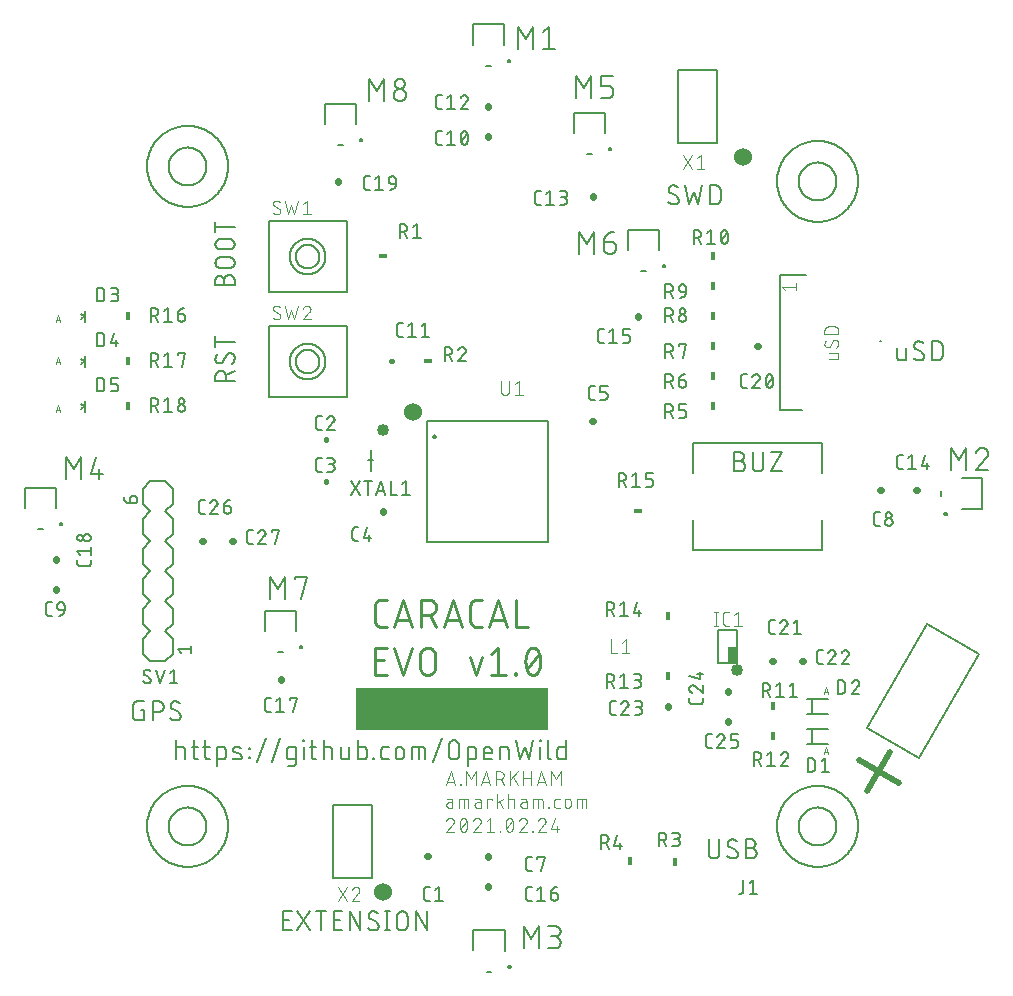
<source format=gbr>
G04 EAGLE Gerber RS-274X export*
G75*
%MOMM*%
%FSLAX34Y34*%
%LPD*%
%INSilkscreen Top*%
%IPPOS*%
%AMOC8*
5,1,8,0,0,1.08239X$1,22.5*%
G01*
%ADD10C,1.524000*%
%ADD11C,0.050800*%
%ADD12C,0.152400*%
%ADD13C,0.508000*%
%ADD14C,1.016000*%
%ADD15R,16.256000X3.556000*%
%ADD16C,0.254000*%
%ADD17C,0.101600*%
%ADD18C,0.558800*%
%ADD19C,0.127000*%
%ADD20C,0.381000*%
%ADD21C,0.203200*%
%ADD22R,0.750000X1.400000*%
%ADD23C,0.200000*%
%ADD24R,0.381000X0.762000*%
%ADD25R,0.762000X0.381000*%


D10*
X-88900Y-335280D03*
X-63500Y71120D03*
X215900Y287020D03*
D11*
X-363559Y153416D02*
X-365506Y147574D01*
X-361611Y147574D02*
X-363559Y153416D01*
X-365019Y149035D02*
X-362098Y149035D01*
X-363559Y117856D02*
X-365506Y112014D01*
X-361611Y112014D02*
X-363559Y117856D01*
X-365019Y113475D02*
X-362098Y113475D01*
X-363559Y77216D02*
X-365506Y71374D01*
X-361611Y71374D02*
X-363559Y77216D01*
X-365019Y72835D02*
X-362098Y72835D01*
D12*
X-230378Y97282D02*
X-214122Y97282D01*
X-230378Y97282D02*
X-230378Y101798D01*
X-230376Y101931D01*
X-230370Y102063D01*
X-230360Y102195D01*
X-230347Y102327D01*
X-230329Y102459D01*
X-230308Y102589D01*
X-230283Y102720D01*
X-230254Y102849D01*
X-230221Y102977D01*
X-230185Y103105D01*
X-230145Y103231D01*
X-230101Y103356D01*
X-230053Y103480D01*
X-230002Y103602D01*
X-229947Y103723D01*
X-229889Y103842D01*
X-229827Y103960D01*
X-229762Y104075D01*
X-229693Y104189D01*
X-229622Y104300D01*
X-229546Y104409D01*
X-229468Y104516D01*
X-229387Y104621D01*
X-229302Y104723D01*
X-229215Y104823D01*
X-229125Y104920D01*
X-229032Y105015D01*
X-228936Y105106D01*
X-228838Y105195D01*
X-228737Y105281D01*
X-228633Y105364D01*
X-228527Y105444D01*
X-228419Y105520D01*
X-228309Y105594D01*
X-228196Y105664D01*
X-228082Y105731D01*
X-227965Y105794D01*
X-227847Y105854D01*
X-227727Y105911D01*
X-227605Y105964D01*
X-227482Y106013D01*
X-227358Y106059D01*
X-227232Y106101D01*
X-227105Y106139D01*
X-226977Y106174D01*
X-226848Y106205D01*
X-226719Y106232D01*
X-226588Y106255D01*
X-226457Y106275D01*
X-226325Y106290D01*
X-226193Y106302D01*
X-226061Y106310D01*
X-225928Y106314D01*
X-225796Y106314D01*
X-225663Y106310D01*
X-225531Y106302D01*
X-225399Y106290D01*
X-225267Y106275D01*
X-225136Y106255D01*
X-225005Y106232D01*
X-224876Y106205D01*
X-224747Y106174D01*
X-224619Y106139D01*
X-224492Y106101D01*
X-224366Y106059D01*
X-224242Y106013D01*
X-224119Y105964D01*
X-223997Y105911D01*
X-223877Y105854D01*
X-223759Y105794D01*
X-223642Y105731D01*
X-223528Y105664D01*
X-223415Y105594D01*
X-223305Y105520D01*
X-223197Y105444D01*
X-223091Y105364D01*
X-222987Y105281D01*
X-222886Y105195D01*
X-222788Y105106D01*
X-222692Y105015D01*
X-222599Y104920D01*
X-222509Y104823D01*
X-222422Y104723D01*
X-222337Y104621D01*
X-222256Y104516D01*
X-222178Y104409D01*
X-222102Y104300D01*
X-222031Y104189D01*
X-221962Y104075D01*
X-221897Y103960D01*
X-221835Y103842D01*
X-221777Y103723D01*
X-221722Y103602D01*
X-221671Y103480D01*
X-221623Y103356D01*
X-221579Y103231D01*
X-221539Y103105D01*
X-221503Y102977D01*
X-221470Y102849D01*
X-221441Y102720D01*
X-221416Y102589D01*
X-221395Y102459D01*
X-221377Y102327D01*
X-221364Y102195D01*
X-221354Y102063D01*
X-221348Y101931D01*
X-221346Y101798D01*
X-221347Y101798D02*
X-221347Y97282D01*
X-221347Y102701D02*
X-214122Y106313D01*
X-214122Y117719D02*
X-214124Y117837D01*
X-214130Y117955D01*
X-214139Y118073D01*
X-214153Y118190D01*
X-214170Y118307D01*
X-214191Y118424D01*
X-214216Y118539D01*
X-214245Y118654D01*
X-214278Y118768D01*
X-214314Y118880D01*
X-214354Y118991D01*
X-214397Y119101D01*
X-214444Y119210D01*
X-214494Y119317D01*
X-214549Y119422D01*
X-214606Y119525D01*
X-214667Y119626D01*
X-214731Y119726D01*
X-214798Y119823D01*
X-214868Y119918D01*
X-214942Y120010D01*
X-215018Y120101D01*
X-215098Y120188D01*
X-215180Y120273D01*
X-215265Y120355D01*
X-215352Y120435D01*
X-215443Y120511D01*
X-215535Y120585D01*
X-215630Y120655D01*
X-215727Y120722D01*
X-215827Y120786D01*
X-215928Y120847D01*
X-216031Y120904D01*
X-216136Y120959D01*
X-216243Y121009D01*
X-216352Y121056D01*
X-216462Y121099D01*
X-216573Y121139D01*
X-216685Y121175D01*
X-216799Y121208D01*
X-216914Y121237D01*
X-217029Y121262D01*
X-217146Y121283D01*
X-217263Y121300D01*
X-217380Y121314D01*
X-217498Y121323D01*
X-217616Y121329D01*
X-217734Y121331D01*
X-214122Y117719D02*
X-214124Y117536D01*
X-214131Y117354D01*
X-214142Y117172D01*
X-214157Y116990D01*
X-214177Y116808D01*
X-214200Y116627D01*
X-214229Y116447D01*
X-214261Y116267D01*
X-214298Y116088D01*
X-214339Y115911D01*
X-214385Y115734D01*
X-214434Y115558D01*
X-214488Y115384D01*
X-214546Y115210D01*
X-214608Y115039D01*
X-214674Y114869D01*
X-214745Y114700D01*
X-214819Y114533D01*
X-214897Y114368D01*
X-214979Y114205D01*
X-215065Y114044D01*
X-215155Y113885D01*
X-215249Y113728D01*
X-215346Y113574D01*
X-215447Y113422D01*
X-215552Y113272D01*
X-215660Y113125D01*
X-215771Y112981D01*
X-215886Y112839D01*
X-216005Y112700D01*
X-216127Y112564D01*
X-216252Y112431D01*
X-216380Y112301D01*
X-226766Y112753D02*
X-226884Y112755D01*
X-227002Y112761D01*
X-227120Y112770D01*
X-227237Y112784D01*
X-227354Y112801D01*
X-227471Y112822D01*
X-227586Y112847D01*
X-227701Y112876D01*
X-227815Y112909D01*
X-227927Y112945D01*
X-228038Y112985D01*
X-228148Y113028D01*
X-228257Y113075D01*
X-228364Y113125D01*
X-228469Y113180D01*
X-228572Y113237D01*
X-228673Y113298D01*
X-228773Y113362D01*
X-228870Y113429D01*
X-228965Y113499D01*
X-229057Y113573D01*
X-229148Y113649D01*
X-229235Y113729D01*
X-229320Y113811D01*
X-229402Y113896D01*
X-229482Y113983D01*
X-229558Y114074D01*
X-229632Y114166D01*
X-229702Y114261D01*
X-229769Y114358D01*
X-229833Y114458D01*
X-229894Y114559D01*
X-229952Y114662D01*
X-230006Y114767D01*
X-230056Y114874D01*
X-230103Y114983D01*
X-230147Y115093D01*
X-230186Y115204D01*
X-230222Y115317D01*
X-230255Y115430D01*
X-230284Y115545D01*
X-230309Y115660D01*
X-230330Y115777D01*
X-230347Y115894D01*
X-230361Y116011D01*
X-230370Y116129D01*
X-230376Y116247D01*
X-230378Y116365D01*
X-230376Y116526D01*
X-230370Y116688D01*
X-230361Y116849D01*
X-230347Y117010D01*
X-230330Y117170D01*
X-230309Y117330D01*
X-230284Y117490D01*
X-230255Y117649D01*
X-230223Y117807D01*
X-230187Y117964D01*
X-230147Y118120D01*
X-230103Y118276D01*
X-230055Y118430D01*
X-230004Y118583D01*
X-229950Y118735D01*
X-229891Y118886D01*
X-229830Y119035D01*
X-229764Y119182D01*
X-229695Y119328D01*
X-229623Y119473D01*
X-229547Y119615D01*
X-229468Y119756D01*
X-229386Y119895D01*
X-229300Y120031D01*
X-229211Y120166D01*
X-229119Y120299D01*
X-229023Y120429D01*
X-223605Y114558D02*
X-223667Y114457D01*
X-223732Y114357D01*
X-223801Y114260D01*
X-223873Y114165D01*
X-223947Y114072D01*
X-224025Y113982D01*
X-224106Y113894D01*
X-224189Y113809D01*
X-224275Y113727D01*
X-224364Y113648D01*
X-224455Y113571D01*
X-224549Y113498D01*
X-224645Y113427D01*
X-224743Y113360D01*
X-224843Y113296D01*
X-224946Y113235D01*
X-225050Y113178D01*
X-225156Y113124D01*
X-225264Y113074D01*
X-225373Y113027D01*
X-225484Y112983D01*
X-225596Y112943D01*
X-225710Y112907D01*
X-225824Y112875D01*
X-225940Y112846D01*
X-226056Y112821D01*
X-226173Y112800D01*
X-226291Y112783D01*
X-226409Y112769D01*
X-226528Y112760D01*
X-226647Y112754D01*
X-226766Y112752D01*
X-220895Y119526D02*
X-220833Y119627D01*
X-220768Y119727D01*
X-220699Y119824D01*
X-220627Y119919D01*
X-220553Y120012D01*
X-220475Y120102D01*
X-220394Y120190D01*
X-220311Y120275D01*
X-220225Y120357D01*
X-220136Y120436D01*
X-220045Y120513D01*
X-219951Y120586D01*
X-219855Y120657D01*
X-219757Y120724D01*
X-219657Y120788D01*
X-219554Y120849D01*
X-219450Y120906D01*
X-219344Y120960D01*
X-219236Y121010D01*
X-219127Y121057D01*
X-219016Y121101D01*
X-218904Y121141D01*
X-218790Y121177D01*
X-218676Y121209D01*
X-218560Y121238D01*
X-218444Y121263D01*
X-218327Y121284D01*
X-218209Y121301D01*
X-218091Y121315D01*
X-217972Y121324D01*
X-217853Y121330D01*
X-217734Y121332D01*
X-220895Y119526D02*
X-223605Y114558D01*
X-230378Y130884D02*
X-214122Y130884D01*
X-230378Y126369D02*
X-230378Y135400D01*
X-223153Y178562D02*
X-223153Y183078D01*
X-223154Y183078D02*
X-223152Y183211D01*
X-223146Y183343D01*
X-223136Y183475D01*
X-223123Y183607D01*
X-223105Y183739D01*
X-223084Y183869D01*
X-223059Y184000D01*
X-223030Y184129D01*
X-222997Y184257D01*
X-222961Y184385D01*
X-222921Y184511D01*
X-222877Y184636D01*
X-222829Y184760D01*
X-222778Y184882D01*
X-222723Y185003D01*
X-222665Y185122D01*
X-222603Y185240D01*
X-222538Y185355D01*
X-222469Y185469D01*
X-222398Y185580D01*
X-222322Y185689D01*
X-222244Y185796D01*
X-222163Y185901D01*
X-222078Y186003D01*
X-221991Y186103D01*
X-221901Y186200D01*
X-221808Y186295D01*
X-221712Y186386D01*
X-221614Y186475D01*
X-221513Y186561D01*
X-221409Y186644D01*
X-221303Y186724D01*
X-221195Y186800D01*
X-221085Y186874D01*
X-220972Y186944D01*
X-220858Y187011D01*
X-220741Y187074D01*
X-220623Y187134D01*
X-220503Y187191D01*
X-220381Y187244D01*
X-220258Y187293D01*
X-220134Y187339D01*
X-220008Y187381D01*
X-219881Y187419D01*
X-219753Y187454D01*
X-219624Y187485D01*
X-219495Y187512D01*
X-219364Y187535D01*
X-219233Y187555D01*
X-219101Y187570D01*
X-218969Y187582D01*
X-218837Y187590D01*
X-218704Y187594D01*
X-218572Y187594D01*
X-218439Y187590D01*
X-218307Y187582D01*
X-218175Y187570D01*
X-218043Y187555D01*
X-217912Y187535D01*
X-217781Y187512D01*
X-217652Y187485D01*
X-217523Y187454D01*
X-217395Y187419D01*
X-217268Y187381D01*
X-217142Y187339D01*
X-217018Y187293D01*
X-216895Y187244D01*
X-216773Y187191D01*
X-216653Y187134D01*
X-216535Y187074D01*
X-216418Y187011D01*
X-216304Y186944D01*
X-216191Y186874D01*
X-216081Y186800D01*
X-215973Y186724D01*
X-215867Y186644D01*
X-215763Y186561D01*
X-215662Y186475D01*
X-215564Y186386D01*
X-215468Y186295D01*
X-215375Y186200D01*
X-215285Y186103D01*
X-215198Y186003D01*
X-215113Y185901D01*
X-215032Y185796D01*
X-214954Y185689D01*
X-214878Y185580D01*
X-214807Y185469D01*
X-214738Y185355D01*
X-214673Y185240D01*
X-214611Y185122D01*
X-214553Y185003D01*
X-214498Y184882D01*
X-214447Y184760D01*
X-214399Y184636D01*
X-214355Y184511D01*
X-214315Y184385D01*
X-214279Y184257D01*
X-214246Y184129D01*
X-214217Y184000D01*
X-214192Y183869D01*
X-214171Y183739D01*
X-214153Y183607D01*
X-214140Y183475D01*
X-214130Y183343D01*
X-214124Y183211D01*
X-214122Y183078D01*
X-214122Y178562D01*
X-230378Y178562D01*
X-230378Y183078D01*
X-230376Y183197D01*
X-230370Y183317D01*
X-230360Y183436D01*
X-230346Y183554D01*
X-230329Y183673D01*
X-230307Y183790D01*
X-230282Y183907D01*
X-230252Y184022D01*
X-230219Y184137D01*
X-230182Y184251D01*
X-230142Y184363D01*
X-230097Y184474D01*
X-230049Y184583D01*
X-229998Y184691D01*
X-229943Y184797D01*
X-229884Y184901D01*
X-229822Y185003D01*
X-229757Y185103D01*
X-229688Y185201D01*
X-229616Y185297D01*
X-229541Y185390D01*
X-229464Y185480D01*
X-229383Y185568D01*
X-229299Y185653D01*
X-229212Y185735D01*
X-229123Y185815D01*
X-229031Y185891D01*
X-228937Y185965D01*
X-228840Y186035D01*
X-228742Y186102D01*
X-228641Y186166D01*
X-228537Y186226D01*
X-228432Y186283D01*
X-228325Y186336D01*
X-228217Y186386D01*
X-228107Y186432D01*
X-227995Y186474D01*
X-227882Y186513D01*
X-227768Y186548D01*
X-227653Y186579D01*
X-227536Y186607D01*
X-227419Y186630D01*
X-227302Y186650D01*
X-227183Y186666D01*
X-227064Y186678D01*
X-226945Y186686D01*
X-226826Y186690D01*
X-226706Y186690D01*
X-226587Y186686D01*
X-226468Y186678D01*
X-226349Y186666D01*
X-226230Y186650D01*
X-226113Y186630D01*
X-225996Y186607D01*
X-225879Y186579D01*
X-225764Y186548D01*
X-225650Y186513D01*
X-225537Y186474D01*
X-225425Y186432D01*
X-225315Y186386D01*
X-225207Y186336D01*
X-225100Y186283D01*
X-224995Y186226D01*
X-224891Y186166D01*
X-224790Y186102D01*
X-224692Y186035D01*
X-224595Y185965D01*
X-224501Y185891D01*
X-224409Y185815D01*
X-224320Y185735D01*
X-224233Y185653D01*
X-224149Y185568D01*
X-224068Y185480D01*
X-223991Y185390D01*
X-223916Y185297D01*
X-223844Y185201D01*
X-223775Y185103D01*
X-223710Y185003D01*
X-223648Y184901D01*
X-223589Y184797D01*
X-223534Y184691D01*
X-223483Y184583D01*
X-223435Y184474D01*
X-223390Y184363D01*
X-223350Y184251D01*
X-223313Y184137D01*
X-223280Y184022D01*
X-223250Y183907D01*
X-223225Y183790D01*
X-223203Y183673D01*
X-223186Y183554D01*
X-223172Y183436D01*
X-223162Y183317D01*
X-223156Y183197D01*
X-223154Y183078D01*
X-225862Y193461D02*
X-218638Y193461D01*
X-225862Y193461D02*
X-225995Y193463D01*
X-226127Y193469D01*
X-226259Y193479D01*
X-226391Y193492D01*
X-226523Y193510D01*
X-226653Y193531D01*
X-226784Y193556D01*
X-226913Y193585D01*
X-227041Y193618D01*
X-227169Y193654D01*
X-227295Y193694D01*
X-227420Y193738D01*
X-227544Y193786D01*
X-227666Y193837D01*
X-227787Y193892D01*
X-227906Y193950D01*
X-228024Y194012D01*
X-228139Y194077D01*
X-228253Y194146D01*
X-228364Y194217D01*
X-228473Y194293D01*
X-228580Y194371D01*
X-228685Y194452D01*
X-228787Y194537D01*
X-228887Y194624D01*
X-228984Y194714D01*
X-229079Y194807D01*
X-229170Y194903D01*
X-229259Y195001D01*
X-229345Y195102D01*
X-229428Y195206D01*
X-229508Y195312D01*
X-229584Y195420D01*
X-229658Y195530D01*
X-229728Y195643D01*
X-229795Y195757D01*
X-229858Y195874D01*
X-229918Y195992D01*
X-229975Y196112D01*
X-230028Y196234D01*
X-230077Y196357D01*
X-230123Y196481D01*
X-230165Y196607D01*
X-230203Y196734D01*
X-230238Y196862D01*
X-230269Y196991D01*
X-230296Y197120D01*
X-230319Y197251D01*
X-230339Y197382D01*
X-230354Y197514D01*
X-230366Y197646D01*
X-230374Y197778D01*
X-230378Y197911D01*
X-230378Y198043D01*
X-230374Y198176D01*
X-230366Y198308D01*
X-230354Y198440D01*
X-230339Y198572D01*
X-230319Y198703D01*
X-230296Y198834D01*
X-230269Y198963D01*
X-230238Y199092D01*
X-230203Y199220D01*
X-230165Y199347D01*
X-230123Y199473D01*
X-230077Y199597D01*
X-230028Y199720D01*
X-229975Y199842D01*
X-229918Y199962D01*
X-229858Y200080D01*
X-229795Y200197D01*
X-229728Y200311D01*
X-229658Y200424D01*
X-229584Y200534D01*
X-229508Y200642D01*
X-229428Y200748D01*
X-229345Y200852D01*
X-229259Y200953D01*
X-229170Y201051D01*
X-229079Y201147D01*
X-228984Y201240D01*
X-228887Y201330D01*
X-228787Y201417D01*
X-228685Y201502D01*
X-228580Y201583D01*
X-228473Y201661D01*
X-228364Y201737D01*
X-228253Y201808D01*
X-228139Y201877D01*
X-228024Y201942D01*
X-227906Y202004D01*
X-227787Y202062D01*
X-227666Y202117D01*
X-227544Y202168D01*
X-227420Y202216D01*
X-227295Y202260D01*
X-227169Y202300D01*
X-227041Y202336D01*
X-226913Y202369D01*
X-226784Y202398D01*
X-226653Y202423D01*
X-226523Y202444D01*
X-226391Y202462D01*
X-226259Y202475D01*
X-226127Y202485D01*
X-225995Y202491D01*
X-225862Y202493D01*
X-225862Y202492D02*
X-218638Y202492D01*
X-218638Y202493D02*
X-218505Y202491D01*
X-218373Y202485D01*
X-218241Y202475D01*
X-218109Y202462D01*
X-217977Y202444D01*
X-217847Y202423D01*
X-217716Y202398D01*
X-217587Y202369D01*
X-217459Y202336D01*
X-217331Y202300D01*
X-217205Y202260D01*
X-217080Y202216D01*
X-216956Y202168D01*
X-216834Y202117D01*
X-216713Y202062D01*
X-216594Y202004D01*
X-216476Y201942D01*
X-216361Y201877D01*
X-216247Y201808D01*
X-216136Y201737D01*
X-216027Y201661D01*
X-215920Y201583D01*
X-215815Y201502D01*
X-215713Y201417D01*
X-215613Y201330D01*
X-215516Y201240D01*
X-215421Y201147D01*
X-215330Y201051D01*
X-215241Y200953D01*
X-215155Y200852D01*
X-215072Y200748D01*
X-214992Y200642D01*
X-214916Y200534D01*
X-214842Y200424D01*
X-214772Y200311D01*
X-214705Y200197D01*
X-214642Y200080D01*
X-214582Y199962D01*
X-214525Y199842D01*
X-214472Y199720D01*
X-214423Y199597D01*
X-214377Y199473D01*
X-214335Y199347D01*
X-214297Y199220D01*
X-214262Y199092D01*
X-214231Y198963D01*
X-214204Y198834D01*
X-214181Y198703D01*
X-214161Y198572D01*
X-214146Y198440D01*
X-214134Y198308D01*
X-214126Y198176D01*
X-214122Y198043D01*
X-214122Y197911D01*
X-214126Y197778D01*
X-214134Y197646D01*
X-214146Y197514D01*
X-214161Y197382D01*
X-214181Y197251D01*
X-214204Y197120D01*
X-214231Y196991D01*
X-214262Y196862D01*
X-214297Y196734D01*
X-214335Y196607D01*
X-214377Y196481D01*
X-214423Y196357D01*
X-214472Y196234D01*
X-214525Y196112D01*
X-214582Y195992D01*
X-214642Y195874D01*
X-214705Y195757D01*
X-214772Y195643D01*
X-214842Y195530D01*
X-214916Y195420D01*
X-214992Y195312D01*
X-215072Y195206D01*
X-215155Y195102D01*
X-215241Y195001D01*
X-215330Y194903D01*
X-215421Y194807D01*
X-215516Y194714D01*
X-215613Y194624D01*
X-215713Y194537D01*
X-215815Y194452D01*
X-215920Y194371D01*
X-216027Y194293D01*
X-216136Y194217D01*
X-216247Y194146D01*
X-216361Y194077D01*
X-216476Y194012D01*
X-216594Y193950D01*
X-216713Y193892D01*
X-216834Y193837D01*
X-216956Y193786D01*
X-217080Y193738D01*
X-217205Y193694D01*
X-217331Y193654D01*
X-217459Y193618D01*
X-217587Y193585D01*
X-217716Y193556D01*
X-217847Y193531D01*
X-217977Y193510D01*
X-218109Y193492D01*
X-218241Y193479D01*
X-218373Y193469D01*
X-218505Y193463D01*
X-218638Y193461D01*
X-218638Y209092D02*
X-225862Y209092D01*
X-225995Y209094D01*
X-226127Y209100D01*
X-226259Y209110D01*
X-226391Y209123D01*
X-226523Y209141D01*
X-226653Y209162D01*
X-226784Y209187D01*
X-226913Y209216D01*
X-227041Y209249D01*
X-227169Y209285D01*
X-227295Y209325D01*
X-227420Y209369D01*
X-227544Y209417D01*
X-227666Y209468D01*
X-227787Y209523D01*
X-227906Y209581D01*
X-228024Y209643D01*
X-228139Y209708D01*
X-228253Y209777D01*
X-228364Y209848D01*
X-228473Y209924D01*
X-228580Y210002D01*
X-228685Y210083D01*
X-228787Y210168D01*
X-228887Y210255D01*
X-228984Y210345D01*
X-229079Y210438D01*
X-229170Y210534D01*
X-229259Y210632D01*
X-229345Y210733D01*
X-229428Y210837D01*
X-229508Y210943D01*
X-229584Y211051D01*
X-229658Y211161D01*
X-229728Y211274D01*
X-229795Y211388D01*
X-229858Y211505D01*
X-229918Y211623D01*
X-229975Y211743D01*
X-230028Y211865D01*
X-230077Y211988D01*
X-230123Y212112D01*
X-230165Y212238D01*
X-230203Y212365D01*
X-230238Y212493D01*
X-230269Y212622D01*
X-230296Y212751D01*
X-230319Y212882D01*
X-230339Y213013D01*
X-230354Y213145D01*
X-230366Y213277D01*
X-230374Y213409D01*
X-230378Y213542D01*
X-230378Y213674D01*
X-230374Y213807D01*
X-230366Y213939D01*
X-230354Y214071D01*
X-230339Y214203D01*
X-230319Y214334D01*
X-230296Y214465D01*
X-230269Y214594D01*
X-230238Y214723D01*
X-230203Y214851D01*
X-230165Y214978D01*
X-230123Y215104D01*
X-230077Y215228D01*
X-230028Y215351D01*
X-229975Y215473D01*
X-229918Y215593D01*
X-229858Y215711D01*
X-229795Y215828D01*
X-229728Y215942D01*
X-229658Y216055D01*
X-229584Y216165D01*
X-229508Y216273D01*
X-229428Y216379D01*
X-229345Y216483D01*
X-229259Y216584D01*
X-229170Y216682D01*
X-229079Y216778D01*
X-228984Y216871D01*
X-228887Y216961D01*
X-228787Y217048D01*
X-228685Y217133D01*
X-228580Y217214D01*
X-228473Y217292D01*
X-228364Y217368D01*
X-228253Y217439D01*
X-228139Y217508D01*
X-228024Y217573D01*
X-227906Y217635D01*
X-227787Y217693D01*
X-227666Y217748D01*
X-227544Y217799D01*
X-227420Y217847D01*
X-227295Y217891D01*
X-227169Y217931D01*
X-227041Y217967D01*
X-226913Y218000D01*
X-226784Y218029D01*
X-226653Y218054D01*
X-226523Y218075D01*
X-226391Y218093D01*
X-226259Y218106D01*
X-226127Y218116D01*
X-225995Y218122D01*
X-225862Y218124D01*
X-218638Y218124D01*
X-218505Y218122D01*
X-218373Y218116D01*
X-218241Y218106D01*
X-218109Y218093D01*
X-217977Y218075D01*
X-217847Y218054D01*
X-217716Y218029D01*
X-217587Y218000D01*
X-217459Y217967D01*
X-217331Y217931D01*
X-217205Y217891D01*
X-217080Y217847D01*
X-216956Y217799D01*
X-216834Y217748D01*
X-216713Y217693D01*
X-216594Y217635D01*
X-216476Y217573D01*
X-216361Y217508D01*
X-216247Y217439D01*
X-216136Y217368D01*
X-216027Y217292D01*
X-215920Y217214D01*
X-215815Y217133D01*
X-215713Y217048D01*
X-215613Y216961D01*
X-215516Y216871D01*
X-215421Y216778D01*
X-215330Y216682D01*
X-215241Y216584D01*
X-215155Y216483D01*
X-215072Y216379D01*
X-214992Y216273D01*
X-214916Y216165D01*
X-214842Y216055D01*
X-214772Y215942D01*
X-214705Y215828D01*
X-214642Y215711D01*
X-214582Y215593D01*
X-214525Y215473D01*
X-214472Y215351D01*
X-214423Y215228D01*
X-214377Y215104D01*
X-214335Y214978D01*
X-214297Y214851D01*
X-214262Y214723D01*
X-214231Y214594D01*
X-214204Y214465D01*
X-214181Y214334D01*
X-214161Y214203D01*
X-214146Y214071D01*
X-214134Y213939D01*
X-214126Y213807D01*
X-214122Y213674D01*
X-214122Y213542D01*
X-214126Y213409D01*
X-214134Y213277D01*
X-214146Y213145D01*
X-214161Y213013D01*
X-214181Y212882D01*
X-214204Y212751D01*
X-214231Y212622D01*
X-214262Y212493D01*
X-214297Y212365D01*
X-214335Y212238D01*
X-214377Y212112D01*
X-214423Y211988D01*
X-214472Y211865D01*
X-214525Y211743D01*
X-214582Y211623D01*
X-214642Y211505D01*
X-214705Y211388D01*
X-214772Y211274D01*
X-214842Y211161D01*
X-214916Y211051D01*
X-214992Y210943D01*
X-215072Y210837D01*
X-215155Y210733D01*
X-215241Y210632D01*
X-215330Y210534D01*
X-215421Y210438D01*
X-215516Y210345D01*
X-215613Y210255D01*
X-215713Y210168D01*
X-215815Y210083D01*
X-215920Y210002D01*
X-216027Y209924D01*
X-216136Y209848D01*
X-216247Y209777D01*
X-216361Y209708D01*
X-216476Y209643D01*
X-216594Y209581D01*
X-216713Y209523D01*
X-216834Y209468D01*
X-216956Y209417D01*
X-217080Y209369D01*
X-217205Y209325D01*
X-217331Y209285D01*
X-217459Y209249D01*
X-217587Y209216D01*
X-217716Y209187D01*
X-217847Y209162D01*
X-217977Y209141D01*
X-218109Y209123D01*
X-218241Y209110D01*
X-218373Y209100D01*
X-218505Y209094D01*
X-218638Y209092D01*
X-214122Y228197D02*
X-230378Y228197D01*
X-230378Y223682D02*
X-230378Y232713D01*
X209042Y30113D02*
X213558Y30113D01*
X213558Y30114D02*
X213691Y30112D01*
X213823Y30106D01*
X213955Y30096D01*
X214087Y30083D01*
X214219Y30065D01*
X214349Y30044D01*
X214480Y30019D01*
X214609Y29990D01*
X214737Y29957D01*
X214865Y29921D01*
X214991Y29881D01*
X215116Y29837D01*
X215240Y29789D01*
X215362Y29738D01*
X215483Y29683D01*
X215602Y29625D01*
X215720Y29563D01*
X215835Y29498D01*
X215949Y29429D01*
X216060Y29358D01*
X216169Y29282D01*
X216276Y29204D01*
X216381Y29123D01*
X216483Y29038D01*
X216583Y28951D01*
X216680Y28861D01*
X216775Y28768D01*
X216866Y28672D01*
X216955Y28574D01*
X217041Y28473D01*
X217124Y28369D01*
X217204Y28263D01*
X217280Y28155D01*
X217354Y28045D01*
X217424Y27932D01*
X217491Y27818D01*
X217554Y27701D01*
X217614Y27583D01*
X217671Y27463D01*
X217724Y27341D01*
X217773Y27218D01*
X217819Y27094D01*
X217861Y26968D01*
X217899Y26841D01*
X217934Y26713D01*
X217965Y26584D01*
X217992Y26455D01*
X218015Y26324D01*
X218035Y26193D01*
X218050Y26061D01*
X218062Y25929D01*
X218070Y25797D01*
X218074Y25664D01*
X218074Y25532D01*
X218070Y25399D01*
X218062Y25267D01*
X218050Y25135D01*
X218035Y25003D01*
X218015Y24872D01*
X217992Y24741D01*
X217965Y24612D01*
X217934Y24483D01*
X217899Y24355D01*
X217861Y24228D01*
X217819Y24102D01*
X217773Y23978D01*
X217724Y23855D01*
X217671Y23733D01*
X217614Y23613D01*
X217554Y23495D01*
X217491Y23378D01*
X217424Y23264D01*
X217354Y23151D01*
X217280Y23041D01*
X217204Y22933D01*
X217124Y22827D01*
X217041Y22723D01*
X216955Y22622D01*
X216866Y22524D01*
X216775Y22428D01*
X216680Y22335D01*
X216583Y22245D01*
X216483Y22158D01*
X216381Y22073D01*
X216276Y21992D01*
X216169Y21914D01*
X216060Y21838D01*
X215949Y21767D01*
X215835Y21698D01*
X215720Y21633D01*
X215602Y21571D01*
X215483Y21513D01*
X215362Y21458D01*
X215240Y21407D01*
X215116Y21359D01*
X214991Y21315D01*
X214865Y21275D01*
X214737Y21239D01*
X214609Y21206D01*
X214480Y21177D01*
X214349Y21152D01*
X214219Y21131D01*
X214087Y21113D01*
X213955Y21100D01*
X213823Y21090D01*
X213691Y21084D01*
X213558Y21082D01*
X209042Y21082D01*
X209042Y37338D01*
X213558Y37338D01*
X213677Y37336D01*
X213797Y37330D01*
X213916Y37320D01*
X214034Y37306D01*
X214153Y37289D01*
X214270Y37267D01*
X214387Y37242D01*
X214502Y37212D01*
X214617Y37179D01*
X214731Y37142D01*
X214843Y37102D01*
X214954Y37057D01*
X215063Y37009D01*
X215171Y36958D01*
X215277Y36903D01*
X215381Y36844D01*
X215483Y36782D01*
X215583Y36717D01*
X215681Y36648D01*
X215777Y36576D01*
X215870Y36501D01*
X215960Y36424D01*
X216048Y36343D01*
X216133Y36259D01*
X216215Y36172D01*
X216295Y36083D01*
X216371Y35991D01*
X216445Y35897D01*
X216515Y35800D01*
X216582Y35702D01*
X216646Y35601D01*
X216706Y35497D01*
X216763Y35392D01*
X216816Y35285D01*
X216866Y35177D01*
X216912Y35067D01*
X216954Y34955D01*
X216993Y34842D01*
X217028Y34728D01*
X217059Y34613D01*
X217087Y34496D01*
X217110Y34379D01*
X217130Y34262D01*
X217146Y34143D01*
X217158Y34024D01*
X217166Y33905D01*
X217170Y33786D01*
X217170Y33666D01*
X217166Y33547D01*
X217158Y33428D01*
X217146Y33309D01*
X217130Y33190D01*
X217110Y33073D01*
X217087Y32956D01*
X217059Y32839D01*
X217028Y32724D01*
X216993Y32610D01*
X216954Y32497D01*
X216912Y32385D01*
X216866Y32275D01*
X216816Y32167D01*
X216763Y32060D01*
X216706Y31955D01*
X216646Y31851D01*
X216582Y31750D01*
X216515Y31652D01*
X216445Y31555D01*
X216371Y31461D01*
X216295Y31369D01*
X216215Y31280D01*
X216133Y31193D01*
X216048Y31109D01*
X215960Y31028D01*
X215870Y30951D01*
X215777Y30876D01*
X215681Y30804D01*
X215583Y30735D01*
X215483Y30670D01*
X215381Y30608D01*
X215277Y30549D01*
X215171Y30494D01*
X215063Y30443D01*
X214954Y30395D01*
X214843Y30350D01*
X214731Y30310D01*
X214617Y30273D01*
X214502Y30240D01*
X214387Y30210D01*
X214270Y30185D01*
X214153Y30163D01*
X214034Y30146D01*
X213916Y30132D01*
X213797Y30122D01*
X213677Y30116D01*
X213558Y30114D01*
X224462Y25598D02*
X224462Y37338D01*
X224462Y25598D02*
X224464Y25465D01*
X224470Y25333D01*
X224480Y25201D01*
X224493Y25069D01*
X224511Y24937D01*
X224532Y24807D01*
X224557Y24676D01*
X224586Y24547D01*
X224619Y24419D01*
X224655Y24291D01*
X224695Y24165D01*
X224739Y24040D01*
X224787Y23916D01*
X224838Y23794D01*
X224893Y23673D01*
X224951Y23554D01*
X225013Y23436D01*
X225078Y23321D01*
X225147Y23207D01*
X225218Y23096D01*
X225294Y22987D01*
X225372Y22880D01*
X225453Y22775D01*
X225538Y22673D01*
X225625Y22573D01*
X225715Y22476D01*
X225808Y22381D01*
X225904Y22290D01*
X226002Y22201D01*
X226103Y22115D01*
X226207Y22032D01*
X226313Y21952D01*
X226421Y21876D01*
X226531Y21802D01*
X226644Y21732D01*
X226758Y21665D01*
X226875Y21602D01*
X226993Y21542D01*
X227113Y21485D01*
X227235Y21432D01*
X227358Y21383D01*
X227482Y21337D01*
X227608Y21295D01*
X227735Y21257D01*
X227863Y21222D01*
X227992Y21191D01*
X228121Y21164D01*
X228252Y21141D01*
X228383Y21121D01*
X228515Y21106D01*
X228647Y21094D01*
X228779Y21086D01*
X228912Y21082D01*
X229044Y21082D01*
X229177Y21086D01*
X229309Y21094D01*
X229441Y21106D01*
X229573Y21121D01*
X229704Y21141D01*
X229835Y21164D01*
X229964Y21191D01*
X230093Y21222D01*
X230221Y21257D01*
X230348Y21295D01*
X230474Y21337D01*
X230598Y21383D01*
X230721Y21432D01*
X230843Y21485D01*
X230963Y21542D01*
X231081Y21602D01*
X231198Y21665D01*
X231312Y21732D01*
X231425Y21802D01*
X231535Y21876D01*
X231643Y21952D01*
X231749Y22032D01*
X231853Y22115D01*
X231954Y22201D01*
X232052Y22290D01*
X232148Y22381D01*
X232241Y22476D01*
X232331Y22573D01*
X232418Y22673D01*
X232503Y22775D01*
X232584Y22880D01*
X232662Y22987D01*
X232738Y23096D01*
X232809Y23207D01*
X232878Y23321D01*
X232943Y23436D01*
X233005Y23554D01*
X233063Y23673D01*
X233118Y23794D01*
X233169Y23916D01*
X233217Y24040D01*
X233261Y24165D01*
X233301Y24291D01*
X233337Y24419D01*
X233370Y24547D01*
X233399Y24676D01*
X233424Y24807D01*
X233445Y24937D01*
X233463Y25069D01*
X233476Y25201D01*
X233486Y25333D01*
X233492Y25465D01*
X233494Y25598D01*
X233493Y25598D02*
X233493Y37338D01*
X240094Y37338D02*
X249125Y37338D01*
X240094Y21082D01*
X249125Y21082D01*
D11*
X286681Y-161544D02*
X284734Y-167386D01*
X288629Y-167386D02*
X286681Y-161544D01*
X285221Y-165926D02*
X288142Y-165926D01*
X286681Y-212344D02*
X284734Y-218186D01*
X288629Y-218186D02*
X286681Y-212344D01*
X285221Y-216726D02*
X288142Y-216726D01*
D13*
X314549Y-223235D02*
X348278Y-242708D01*
X321677Y-249836D02*
X341150Y-216107D01*
D14*
X210820Y-147320D03*
D12*
X-165883Y-367538D02*
X-173108Y-367538D01*
X-173108Y-351282D01*
X-165883Y-351282D01*
X-167690Y-358507D02*
X-173108Y-358507D01*
X-161015Y-367538D02*
X-150178Y-351282D01*
X-161015Y-351282D02*
X-150178Y-367538D01*
X-141007Y-367538D02*
X-141007Y-351282D01*
X-136492Y-351282D02*
X-145523Y-351282D01*
X-130383Y-367538D02*
X-123158Y-367538D01*
X-130383Y-367538D02*
X-130383Y-351282D01*
X-123158Y-351282D01*
X-124964Y-358507D02*
X-130383Y-358507D01*
X-116866Y-351282D02*
X-116866Y-367538D01*
X-107834Y-367538D02*
X-116866Y-351282D01*
X-107834Y-351282D02*
X-107834Y-367538D01*
X-95816Y-367538D02*
X-95698Y-367536D01*
X-95580Y-367530D01*
X-95462Y-367521D01*
X-95345Y-367507D01*
X-95228Y-367490D01*
X-95111Y-367469D01*
X-94996Y-367444D01*
X-94881Y-367415D01*
X-94767Y-367382D01*
X-94655Y-367346D01*
X-94544Y-367306D01*
X-94434Y-367263D01*
X-94325Y-367216D01*
X-94218Y-367166D01*
X-94113Y-367111D01*
X-94010Y-367054D01*
X-93909Y-366993D01*
X-93809Y-366929D01*
X-93712Y-366862D01*
X-93617Y-366792D01*
X-93525Y-366718D01*
X-93434Y-366642D01*
X-93347Y-366562D01*
X-93262Y-366480D01*
X-93180Y-366395D01*
X-93100Y-366308D01*
X-93024Y-366217D01*
X-92950Y-366125D01*
X-92880Y-366030D01*
X-92813Y-365933D01*
X-92749Y-365833D01*
X-92688Y-365732D01*
X-92631Y-365629D01*
X-92576Y-365524D01*
X-92526Y-365417D01*
X-92479Y-365308D01*
X-92436Y-365198D01*
X-92396Y-365087D01*
X-92360Y-364975D01*
X-92327Y-364861D01*
X-92298Y-364746D01*
X-92273Y-364631D01*
X-92252Y-364514D01*
X-92235Y-364397D01*
X-92221Y-364280D01*
X-92212Y-364162D01*
X-92206Y-364044D01*
X-92204Y-363926D01*
X-95816Y-367538D02*
X-95999Y-367536D01*
X-96181Y-367529D01*
X-96363Y-367518D01*
X-96545Y-367503D01*
X-96727Y-367483D01*
X-96908Y-367459D01*
X-97088Y-367431D01*
X-97268Y-367399D01*
X-97447Y-367362D01*
X-97624Y-367321D01*
X-97801Y-367275D01*
X-97977Y-367226D01*
X-98152Y-367172D01*
X-98325Y-367114D01*
X-98496Y-367052D01*
X-98667Y-366986D01*
X-98835Y-366915D01*
X-99002Y-366841D01*
X-99167Y-366763D01*
X-99330Y-366681D01*
X-99491Y-366595D01*
X-99650Y-366505D01*
X-99807Y-366411D01*
X-99961Y-366314D01*
X-100113Y-366213D01*
X-100263Y-366108D01*
X-100410Y-366000D01*
X-100554Y-365889D01*
X-100696Y-365774D01*
X-100835Y-365655D01*
X-100971Y-365533D01*
X-101104Y-365408D01*
X-101234Y-365280D01*
X-100783Y-354894D02*
X-100781Y-354776D01*
X-100775Y-354658D01*
X-100766Y-354540D01*
X-100752Y-354422D01*
X-100735Y-354305D01*
X-100714Y-354189D01*
X-100689Y-354074D01*
X-100660Y-353959D01*
X-100627Y-353845D01*
X-100591Y-353733D01*
X-100551Y-353621D01*
X-100508Y-353511D01*
X-100461Y-353403D01*
X-100410Y-353296D01*
X-100356Y-353191D01*
X-100299Y-353088D01*
X-100238Y-352986D01*
X-100174Y-352887D01*
X-100107Y-352790D01*
X-100036Y-352695D01*
X-99963Y-352602D01*
X-99886Y-352512D01*
X-99807Y-352424D01*
X-99725Y-352339D01*
X-99640Y-352257D01*
X-99552Y-352178D01*
X-99462Y-352101D01*
X-99369Y-352028D01*
X-99275Y-351957D01*
X-99177Y-351890D01*
X-99078Y-351826D01*
X-98977Y-351765D01*
X-98873Y-351708D01*
X-98768Y-351654D01*
X-98661Y-351603D01*
X-98553Y-351556D01*
X-98443Y-351513D01*
X-98331Y-351473D01*
X-98219Y-351437D01*
X-98105Y-351404D01*
X-97990Y-351375D01*
X-97875Y-351350D01*
X-97759Y-351329D01*
X-97642Y-351312D01*
X-97524Y-351298D01*
X-97406Y-351289D01*
X-97288Y-351283D01*
X-97170Y-351281D01*
X-97170Y-351282D02*
X-97009Y-351284D01*
X-96847Y-351290D01*
X-96686Y-351299D01*
X-96525Y-351313D01*
X-96365Y-351330D01*
X-96205Y-351351D01*
X-96045Y-351376D01*
X-95886Y-351405D01*
X-95728Y-351437D01*
X-95571Y-351473D01*
X-95415Y-351513D01*
X-95259Y-351557D01*
X-95105Y-351605D01*
X-94952Y-351656D01*
X-94800Y-351710D01*
X-94649Y-351769D01*
X-94500Y-351830D01*
X-94353Y-351896D01*
X-94207Y-351965D01*
X-94062Y-352037D01*
X-93920Y-352113D01*
X-93779Y-352192D01*
X-93640Y-352274D01*
X-93504Y-352360D01*
X-93369Y-352449D01*
X-93236Y-352541D01*
X-93106Y-352637D01*
X-98977Y-358055D02*
X-99078Y-357993D01*
X-99178Y-357928D01*
X-99275Y-357859D01*
X-99370Y-357787D01*
X-99463Y-357713D01*
X-99553Y-357635D01*
X-99641Y-357554D01*
X-99726Y-357471D01*
X-99808Y-357385D01*
X-99887Y-357296D01*
X-99964Y-357205D01*
X-100037Y-357111D01*
X-100108Y-357015D01*
X-100175Y-356917D01*
X-100239Y-356817D01*
X-100300Y-356714D01*
X-100357Y-356610D01*
X-100411Y-356504D01*
X-100461Y-356396D01*
X-100508Y-356287D01*
X-100552Y-356176D01*
X-100592Y-356064D01*
X-100628Y-355950D01*
X-100660Y-355836D01*
X-100689Y-355720D01*
X-100714Y-355604D01*
X-100735Y-355487D01*
X-100752Y-355369D01*
X-100766Y-355251D01*
X-100775Y-355132D01*
X-100781Y-355013D01*
X-100783Y-354894D01*
X-94009Y-360765D02*
X-93908Y-360827D01*
X-93808Y-360892D01*
X-93711Y-360961D01*
X-93616Y-361033D01*
X-93523Y-361107D01*
X-93433Y-361185D01*
X-93345Y-361266D01*
X-93260Y-361349D01*
X-93178Y-361435D01*
X-93099Y-361524D01*
X-93022Y-361615D01*
X-92949Y-361709D01*
X-92878Y-361805D01*
X-92811Y-361903D01*
X-92747Y-362003D01*
X-92686Y-362106D01*
X-92629Y-362210D01*
X-92575Y-362316D01*
X-92525Y-362424D01*
X-92478Y-362533D01*
X-92434Y-362644D01*
X-92394Y-362756D01*
X-92358Y-362870D01*
X-92326Y-362984D01*
X-92297Y-363100D01*
X-92272Y-363216D01*
X-92251Y-363333D01*
X-92234Y-363451D01*
X-92220Y-363569D01*
X-92211Y-363688D01*
X-92205Y-363807D01*
X-92203Y-363926D01*
X-94009Y-360765D02*
X-98977Y-358055D01*
X-84735Y-351282D02*
X-84735Y-367538D01*
X-86541Y-367538D02*
X-82929Y-367538D01*
X-82929Y-351282D02*
X-86541Y-351282D01*
X-76745Y-355798D02*
X-76745Y-363022D01*
X-76746Y-355798D02*
X-76744Y-355665D01*
X-76738Y-355533D01*
X-76728Y-355401D01*
X-76715Y-355269D01*
X-76697Y-355137D01*
X-76676Y-355007D01*
X-76651Y-354876D01*
X-76622Y-354747D01*
X-76589Y-354619D01*
X-76553Y-354491D01*
X-76513Y-354365D01*
X-76469Y-354240D01*
X-76421Y-354116D01*
X-76370Y-353994D01*
X-76315Y-353873D01*
X-76257Y-353754D01*
X-76195Y-353636D01*
X-76130Y-353521D01*
X-76061Y-353407D01*
X-75990Y-353296D01*
X-75914Y-353187D01*
X-75836Y-353080D01*
X-75755Y-352975D01*
X-75670Y-352873D01*
X-75583Y-352773D01*
X-75493Y-352676D01*
X-75400Y-352581D01*
X-75304Y-352490D01*
X-75206Y-352401D01*
X-75105Y-352315D01*
X-75001Y-352232D01*
X-74895Y-352152D01*
X-74787Y-352076D01*
X-74677Y-352002D01*
X-74564Y-351932D01*
X-74450Y-351865D01*
X-74333Y-351802D01*
X-74215Y-351742D01*
X-74095Y-351685D01*
X-73973Y-351632D01*
X-73850Y-351583D01*
X-73726Y-351537D01*
X-73600Y-351495D01*
X-73473Y-351457D01*
X-73345Y-351422D01*
X-73216Y-351391D01*
X-73087Y-351364D01*
X-72956Y-351341D01*
X-72825Y-351321D01*
X-72693Y-351306D01*
X-72561Y-351294D01*
X-72429Y-351286D01*
X-72296Y-351282D01*
X-72164Y-351282D01*
X-72031Y-351286D01*
X-71899Y-351294D01*
X-71767Y-351306D01*
X-71635Y-351321D01*
X-71504Y-351341D01*
X-71373Y-351364D01*
X-71244Y-351391D01*
X-71115Y-351422D01*
X-70987Y-351457D01*
X-70860Y-351495D01*
X-70734Y-351537D01*
X-70610Y-351583D01*
X-70487Y-351632D01*
X-70365Y-351685D01*
X-70245Y-351742D01*
X-70127Y-351802D01*
X-70010Y-351865D01*
X-69896Y-351932D01*
X-69783Y-352002D01*
X-69673Y-352076D01*
X-69565Y-352152D01*
X-69459Y-352232D01*
X-69355Y-352315D01*
X-69254Y-352401D01*
X-69156Y-352490D01*
X-69060Y-352581D01*
X-68967Y-352676D01*
X-68877Y-352773D01*
X-68790Y-352873D01*
X-68705Y-352975D01*
X-68624Y-353080D01*
X-68546Y-353187D01*
X-68470Y-353296D01*
X-68399Y-353407D01*
X-68330Y-353521D01*
X-68265Y-353636D01*
X-68203Y-353754D01*
X-68145Y-353873D01*
X-68090Y-353994D01*
X-68039Y-354116D01*
X-67991Y-354240D01*
X-67947Y-354365D01*
X-67907Y-354491D01*
X-67871Y-354619D01*
X-67838Y-354747D01*
X-67809Y-354876D01*
X-67784Y-355007D01*
X-67763Y-355137D01*
X-67745Y-355269D01*
X-67732Y-355401D01*
X-67722Y-355533D01*
X-67716Y-355665D01*
X-67714Y-355798D01*
X-67714Y-363022D01*
X-67716Y-363155D01*
X-67722Y-363287D01*
X-67732Y-363419D01*
X-67745Y-363551D01*
X-67763Y-363683D01*
X-67784Y-363813D01*
X-67809Y-363944D01*
X-67838Y-364073D01*
X-67871Y-364201D01*
X-67907Y-364329D01*
X-67947Y-364455D01*
X-67991Y-364580D01*
X-68039Y-364704D01*
X-68090Y-364826D01*
X-68145Y-364947D01*
X-68203Y-365066D01*
X-68265Y-365184D01*
X-68330Y-365299D01*
X-68399Y-365413D01*
X-68470Y-365524D01*
X-68546Y-365633D01*
X-68624Y-365740D01*
X-68705Y-365845D01*
X-68790Y-365947D01*
X-68877Y-366047D01*
X-68967Y-366144D01*
X-69060Y-366239D01*
X-69156Y-366330D01*
X-69254Y-366419D01*
X-69355Y-366505D01*
X-69459Y-366588D01*
X-69565Y-366668D01*
X-69673Y-366744D01*
X-69783Y-366818D01*
X-69896Y-366888D01*
X-70010Y-366955D01*
X-70127Y-367018D01*
X-70245Y-367078D01*
X-70365Y-367135D01*
X-70487Y-367188D01*
X-70610Y-367237D01*
X-70734Y-367283D01*
X-70860Y-367325D01*
X-70987Y-367363D01*
X-71115Y-367398D01*
X-71244Y-367429D01*
X-71373Y-367456D01*
X-71504Y-367479D01*
X-71635Y-367499D01*
X-71767Y-367514D01*
X-71899Y-367526D01*
X-72031Y-367534D01*
X-72164Y-367538D01*
X-72296Y-367538D01*
X-72429Y-367534D01*
X-72561Y-367526D01*
X-72693Y-367514D01*
X-72825Y-367499D01*
X-72956Y-367479D01*
X-73087Y-367456D01*
X-73216Y-367429D01*
X-73345Y-367398D01*
X-73473Y-367363D01*
X-73600Y-367325D01*
X-73726Y-367283D01*
X-73850Y-367237D01*
X-73973Y-367188D01*
X-74095Y-367135D01*
X-74215Y-367078D01*
X-74333Y-367018D01*
X-74450Y-366955D01*
X-74564Y-366888D01*
X-74677Y-366818D01*
X-74787Y-366744D01*
X-74895Y-366668D01*
X-75001Y-366588D01*
X-75105Y-366505D01*
X-75206Y-366419D01*
X-75304Y-366330D01*
X-75400Y-366239D01*
X-75493Y-366144D01*
X-75583Y-366047D01*
X-75670Y-365947D01*
X-75755Y-365845D01*
X-75836Y-365740D01*
X-75914Y-365633D01*
X-75990Y-365524D01*
X-76061Y-365413D01*
X-76130Y-365299D01*
X-76195Y-365184D01*
X-76257Y-365066D01*
X-76315Y-364947D01*
X-76370Y-364826D01*
X-76421Y-364704D01*
X-76469Y-364580D01*
X-76513Y-364455D01*
X-76553Y-364329D01*
X-76589Y-364201D01*
X-76622Y-364073D01*
X-76651Y-363944D01*
X-76676Y-363813D01*
X-76697Y-363683D01*
X-76715Y-363551D01*
X-76728Y-363419D01*
X-76738Y-363287D01*
X-76744Y-363155D01*
X-76746Y-363022D01*
X-60593Y-367538D02*
X-60593Y-351282D01*
X-51562Y-367538D01*
X-51562Y-351282D01*
X-291105Y-180707D02*
X-293814Y-180707D01*
X-291105Y-180707D02*
X-291105Y-189738D01*
X-296523Y-189738D01*
X-296641Y-189736D01*
X-296759Y-189730D01*
X-296877Y-189721D01*
X-296994Y-189707D01*
X-297111Y-189690D01*
X-297228Y-189669D01*
X-297343Y-189644D01*
X-297458Y-189615D01*
X-297572Y-189582D01*
X-297684Y-189546D01*
X-297795Y-189506D01*
X-297905Y-189463D01*
X-298014Y-189416D01*
X-298121Y-189366D01*
X-298226Y-189311D01*
X-298329Y-189254D01*
X-298430Y-189193D01*
X-298530Y-189129D01*
X-298627Y-189062D01*
X-298722Y-188992D01*
X-298814Y-188918D01*
X-298905Y-188842D01*
X-298992Y-188762D01*
X-299077Y-188680D01*
X-299159Y-188595D01*
X-299239Y-188508D01*
X-299315Y-188417D01*
X-299389Y-188325D01*
X-299459Y-188230D01*
X-299526Y-188133D01*
X-299590Y-188033D01*
X-299651Y-187932D01*
X-299708Y-187829D01*
X-299763Y-187724D01*
X-299813Y-187617D01*
X-299860Y-187508D01*
X-299903Y-187398D01*
X-299943Y-187287D01*
X-299979Y-187175D01*
X-300012Y-187061D01*
X-300041Y-186946D01*
X-300066Y-186831D01*
X-300087Y-186714D01*
X-300104Y-186597D01*
X-300118Y-186480D01*
X-300127Y-186362D01*
X-300133Y-186244D01*
X-300135Y-186126D01*
X-300136Y-186126D02*
X-300136Y-177094D01*
X-300134Y-176976D01*
X-300128Y-176858D01*
X-300119Y-176740D01*
X-300105Y-176622D01*
X-300088Y-176505D01*
X-300067Y-176389D01*
X-300042Y-176274D01*
X-300013Y-176159D01*
X-299980Y-176045D01*
X-299944Y-175933D01*
X-299904Y-175821D01*
X-299861Y-175711D01*
X-299814Y-175603D01*
X-299763Y-175496D01*
X-299709Y-175391D01*
X-299652Y-175288D01*
X-299591Y-175186D01*
X-299527Y-175087D01*
X-299460Y-174990D01*
X-299389Y-174895D01*
X-299316Y-174802D01*
X-299239Y-174712D01*
X-299160Y-174624D01*
X-299078Y-174539D01*
X-298993Y-174457D01*
X-298905Y-174378D01*
X-298815Y-174301D01*
X-298722Y-174228D01*
X-298628Y-174157D01*
X-298530Y-174090D01*
X-298431Y-174026D01*
X-298330Y-173965D01*
X-298226Y-173908D01*
X-298121Y-173854D01*
X-298014Y-173803D01*
X-297906Y-173756D01*
X-297796Y-173713D01*
X-297684Y-173673D01*
X-297572Y-173637D01*
X-297458Y-173604D01*
X-297343Y-173575D01*
X-297228Y-173550D01*
X-297112Y-173529D01*
X-296995Y-173512D01*
X-296877Y-173498D01*
X-296759Y-173489D01*
X-296641Y-173483D01*
X-296523Y-173481D01*
X-296523Y-173482D02*
X-291105Y-173482D01*
X-283251Y-173482D02*
X-283251Y-189738D01*
X-283251Y-173482D02*
X-278736Y-173482D01*
X-278603Y-173484D01*
X-278471Y-173490D01*
X-278339Y-173500D01*
X-278207Y-173513D01*
X-278075Y-173531D01*
X-277945Y-173552D01*
X-277814Y-173577D01*
X-277685Y-173606D01*
X-277557Y-173639D01*
X-277429Y-173675D01*
X-277303Y-173715D01*
X-277178Y-173759D01*
X-277054Y-173807D01*
X-276932Y-173858D01*
X-276811Y-173913D01*
X-276692Y-173971D01*
X-276574Y-174033D01*
X-276459Y-174098D01*
X-276345Y-174167D01*
X-276234Y-174238D01*
X-276125Y-174314D01*
X-276018Y-174392D01*
X-275913Y-174473D01*
X-275811Y-174558D01*
X-275711Y-174645D01*
X-275614Y-174735D01*
X-275519Y-174828D01*
X-275428Y-174924D01*
X-275339Y-175022D01*
X-275253Y-175123D01*
X-275170Y-175227D01*
X-275090Y-175333D01*
X-275014Y-175441D01*
X-274940Y-175551D01*
X-274870Y-175664D01*
X-274803Y-175778D01*
X-274740Y-175895D01*
X-274680Y-176013D01*
X-274623Y-176133D01*
X-274570Y-176255D01*
X-274521Y-176378D01*
X-274475Y-176502D01*
X-274433Y-176628D01*
X-274395Y-176755D01*
X-274360Y-176883D01*
X-274329Y-177012D01*
X-274302Y-177141D01*
X-274279Y-177272D01*
X-274259Y-177403D01*
X-274244Y-177535D01*
X-274232Y-177667D01*
X-274224Y-177799D01*
X-274220Y-177932D01*
X-274220Y-178064D01*
X-274224Y-178197D01*
X-274232Y-178329D01*
X-274244Y-178461D01*
X-274259Y-178593D01*
X-274279Y-178724D01*
X-274302Y-178855D01*
X-274329Y-178984D01*
X-274360Y-179113D01*
X-274395Y-179241D01*
X-274433Y-179368D01*
X-274475Y-179494D01*
X-274521Y-179618D01*
X-274570Y-179741D01*
X-274623Y-179863D01*
X-274680Y-179983D01*
X-274740Y-180101D01*
X-274803Y-180218D01*
X-274870Y-180332D01*
X-274940Y-180445D01*
X-275014Y-180555D01*
X-275090Y-180663D01*
X-275170Y-180769D01*
X-275253Y-180873D01*
X-275339Y-180974D01*
X-275428Y-181072D01*
X-275519Y-181168D01*
X-275614Y-181261D01*
X-275711Y-181351D01*
X-275811Y-181438D01*
X-275913Y-181523D01*
X-276018Y-181604D01*
X-276125Y-181682D01*
X-276234Y-181758D01*
X-276345Y-181829D01*
X-276459Y-181898D01*
X-276574Y-181963D01*
X-276692Y-182025D01*
X-276811Y-182083D01*
X-276932Y-182138D01*
X-277054Y-182189D01*
X-277178Y-182237D01*
X-277303Y-182281D01*
X-277429Y-182321D01*
X-277557Y-182357D01*
X-277685Y-182390D01*
X-277814Y-182419D01*
X-277945Y-182444D01*
X-278075Y-182465D01*
X-278207Y-182483D01*
X-278339Y-182496D01*
X-278471Y-182506D01*
X-278603Y-182512D01*
X-278736Y-182514D01*
X-278736Y-182513D02*
X-283251Y-182513D01*
X-263454Y-189738D02*
X-263336Y-189736D01*
X-263218Y-189730D01*
X-263100Y-189721D01*
X-262983Y-189707D01*
X-262866Y-189690D01*
X-262749Y-189669D01*
X-262634Y-189644D01*
X-262519Y-189615D01*
X-262405Y-189582D01*
X-262293Y-189546D01*
X-262182Y-189506D01*
X-262072Y-189463D01*
X-261963Y-189416D01*
X-261856Y-189366D01*
X-261751Y-189311D01*
X-261648Y-189254D01*
X-261547Y-189193D01*
X-261447Y-189129D01*
X-261350Y-189062D01*
X-261255Y-188992D01*
X-261163Y-188918D01*
X-261072Y-188842D01*
X-260985Y-188762D01*
X-260900Y-188680D01*
X-260818Y-188595D01*
X-260738Y-188508D01*
X-260662Y-188417D01*
X-260588Y-188325D01*
X-260518Y-188230D01*
X-260451Y-188133D01*
X-260387Y-188033D01*
X-260326Y-187932D01*
X-260269Y-187829D01*
X-260214Y-187724D01*
X-260164Y-187617D01*
X-260117Y-187508D01*
X-260074Y-187398D01*
X-260034Y-187287D01*
X-259998Y-187175D01*
X-259965Y-187061D01*
X-259936Y-186946D01*
X-259911Y-186831D01*
X-259890Y-186714D01*
X-259873Y-186597D01*
X-259859Y-186480D01*
X-259850Y-186362D01*
X-259844Y-186244D01*
X-259842Y-186126D01*
X-263454Y-189738D02*
X-263637Y-189736D01*
X-263819Y-189729D01*
X-264001Y-189718D01*
X-264183Y-189703D01*
X-264365Y-189683D01*
X-264546Y-189659D01*
X-264726Y-189631D01*
X-264906Y-189599D01*
X-265085Y-189562D01*
X-265262Y-189521D01*
X-265439Y-189475D01*
X-265615Y-189426D01*
X-265790Y-189372D01*
X-265963Y-189314D01*
X-266134Y-189252D01*
X-266305Y-189186D01*
X-266473Y-189115D01*
X-266640Y-189041D01*
X-266805Y-188963D01*
X-266968Y-188881D01*
X-267129Y-188795D01*
X-267288Y-188705D01*
X-267445Y-188611D01*
X-267599Y-188514D01*
X-267751Y-188413D01*
X-267901Y-188308D01*
X-268048Y-188200D01*
X-268192Y-188089D01*
X-268334Y-187974D01*
X-268473Y-187855D01*
X-268609Y-187733D01*
X-268742Y-187608D01*
X-268872Y-187480D01*
X-268422Y-177094D02*
X-268420Y-176976D01*
X-268414Y-176858D01*
X-268405Y-176740D01*
X-268391Y-176622D01*
X-268374Y-176505D01*
X-268353Y-176389D01*
X-268328Y-176274D01*
X-268299Y-176159D01*
X-268266Y-176045D01*
X-268230Y-175933D01*
X-268190Y-175821D01*
X-268147Y-175711D01*
X-268100Y-175603D01*
X-268049Y-175496D01*
X-267995Y-175391D01*
X-267938Y-175288D01*
X-267877Y-175186D01*
X-267813Y-175087D01*
X-267746Y-174990D01*
X-267675Y-174895D01*
X-267602Y-174802D01*
X-267525Y-174712D01*
X-267446Y-174624D01*
X-267364Y-174539D01*
X-267279Y-174457D01*
X-267191Y-174378D01*
X-267101Y-174301D01*
X-267008Y-174228D01*
X-266914Y-174157D01*
X-266816Y-174090D01*
X-266717Y-174026D01*
X-266616Y-173965D01*
X-266512Y-173908D01*
X-266407Y-173854D01*
X-266300Y-173803D01*
X-266192Y-173756D01*
X-266082Y-173713D01*
X-265970Y-173673D01*
X-265858Y-173637D01*
X-265744Y-173604D01*
X-265629Y-173575D01*
X-265514Y-173550D01*
X-265398Y-173529D01*
X-265281Y-173512D01*
X-265163Y-173498D01*
X-265045Y-173489D01*
X-264927Y-173483D01*
X-264809Y-173481D01*
X-264809Y-173482D02*
X-264648Y-173484D01*
X-264486Y-173490D01*
X-264325Y-173499D01*
X-264164Y-173513D01*
X-264004Y-173530D01*
X-263844Y-173551D01*
X-263684Y-173576D01*
X-263525Y-173605D01*
X-263367Y-173637D01*
X-263210Y-173673D01*
X-263054Y-173713D01*
X-262898Y-173757D01*
X-262744Y-173805D01*
X-262591Y-173856D01*
X-262439Y-173910D01*
X-262288Y-173969D01*
X-262139Y-174030D01*
X-261992Y-174096D01*
X-261846Y-174165D01*
X-261701Y-174237D01*
X-261559Y-174313D01*
X-261418Y-174392D01*
X-261279Y-174474D01*
X-261143Y-174560D01*
X-261008Y-174649D01*
X-260875Y-174741D01*
X-260745Y-174837D01*
X-266616Y-180255D02*
X-266717Y-180193D01*
X-266817Y-180128D01*
X-266914Y-180059D01*
X-267009Y-179987D01*
X-267102Y-179913D01*
X-267192Y-179835D01*
X-267280Y-179754D01*
X-267365Y-179671D01*
X-267447Y-179585D01*
X-267526Y-179496D01*
X-267603Y-179405D01*
X-267676Y-179311D01*
X-267747Y-179215D01*
X-267814Y-179117D01*
X-267878Y-179017D01*
X-267939Y-178914D01*
X-267996Y-178810D01*
X-268050Y-178704D01*
X-268100Y-178596D01*
X-268147Y-178487D01*
X-268191Y-178376D01*
X-268231Y-178264D01*
X-268267Y-178150D01*
X-268299Y-178036D01*
X-268328Y-177920D01*
X-268353Y-177804D01*
X-268374Y-177687D01*
X-268391Y-177569D01*
X-268405Y-177451D01*
X-268414Y-177332D01*
X-268420Y-177213D01*
X-268422Y-177094D01*
X-261648Y-182965D02*
X-261547Y-183027D01*
X-261447Y-183092D01*
X-261350Y-183161D01*
X-261255Y-183233D01*
X-261162Y-183307D01*
X-261072Y-183385D01*
X-260984Y-183466D01*
X-260899Y-183549D01*
X-260817Y-183635D01*
X-260738Y-183724D01*
X-260661Y-183815D01*
X-260588Y-183909D01*
X-260517Y-184005D01*
X-260450Y-184103D01*
X-260386Y-184203D01*
X-260325Y-184306D01*
X-260268Y-184410D01*
X-260214Y-184516D01*
X-260164Y-184624D01*
X-260117Y-184733D01*
X-260073Y-184844D01*
X-260033Y-184956D01*
X-259997Y-185070D01*
X-259965Y-185184D01*
X-259936Y-185300D01*
X-259911Y-185416D01*
X-259890Y-185533D01*
X-259873Y-185651D01*
X-259859Y-185769D01*
X-259850Y-185888D01*
X-259844Y-186007D01*
X-259842Y-186126D01*
X-261648Y-182965D02*
X-266615Y-180255D01*
X158315Y247142D02*
X158433Y247144D01*
X158551Y247150D01*
X158669Y247159D01*
X158786Y247173D01*
X158903Y247190D01*
X159020Y247211D01*
X159135Y247236D01*
X159250Y247265D01*
X159364Y247298D01*
X159476Y247334D01*
X159587Y247374D01*
X159697Y247417D01*
X159806Y247464D01*
X159913Y247514D01*
X160018Y247569D01*
X160121Y247626D01*
X160222Y247687D01*
X160322Y247751D01*
X160419Y247818D01*
X160514Y247888D01*
X160606Y247962D01*
X160697Y248038D01*
X160784Y248118D01*
X160869Y248200D01*
X160951Y248285D01*
X161031Y248372D01*
X161107Y248463D01*
X161181Y248555D01*
X161251Y248650D01*
X161318Y248747D01*
X161382Y248847D01*
X161443Y248948D01*
X161500Y249051D01*
X161555Y249156D01*
X161605Y249263D01*
X161652Y249372D01*
X161695Y249482D01*
X161735Y249593D01*
X161771Y249705D01*
X161804Y249819D01*
X161833Y249934D01*
X161858Y250049D01*
X161879Y250166D01*
X161896Y250283D01*
X161910Y250400D01*
X161919Y250518D01*
X161925Y250636D01*
X161927Y250754D01*
X158315Y247142D02*
X158132Y247144D01*
X157950Y247151D01*
X157768Y247162D01*
X157586Y247177D01*
X157404Y247197D01*
X157223Y247220D01*
X157043Y247249D01*
X156863Y247281D01*
X156684Y247318D01*
X156507Y247359D01*
X156330Y247405D01*
X156154Y247454D01*
X155980Y247508D01*
X155806Y247566D01*
X155635Y247628D01*
X155465Y247694D01*
X155296Y247765D01*
X155129Y247839D01*
X154964Y247917D01*
X154801Y247999D01*
X154640Y248085D01*
X154481Y248175D01*
X154324Y248269D01*
X154170Y248366D01*
X154018Y248467D01*
X153868Y248572D01*
X153721Y248680D01*
X153577Y248791D01*
X153435Y248906D01*
X153296Y249025D01*
X153160Y249147D01*
X153027Y249272D01*
X152897Y249400D01*
X153348Y259786D02*
X153350Y259904D01*
X153356Y260022D01*
X153365Y260140D01*
X153379Y260257D01*
X153396Y260374D01*
X153417Y260491D01*
X153442Y260606D01*
X153471Y260721D01*
X153504Y260835D01*
X153540Y260947D01*
X153580Y261058D01*
X153623Y261168D01*
X153670Y261277D01*
X153720Y261384D01*
X153775Y261489D01*
X153832Y261592D01*
X153893Y261693D01*
X153957Y261793D01*
X154024Y261890D01*
X154094Y261985D01*
X154168Y262077D01*
X154244Y262168D01*
X154324Y262255D01*
X154406Y262340D01*
X154491Y262422D01*
X154578Y262502D01*
X154669Y262578D01*
X154761Y262652D01*
X154856Y262722D01*
X154953Y262789D01*
X155053Y262853D01*
X155154Y262914D01*
X155257Y262972D01*
X155362Y263026D01*
X155469Y263076D01*
X155578Y263123D01*
X155688Y263167D01*
X155799Y263206D01*
X155912Y263242D01*
X156025Y263275D01*
X156140Y263304D01*
X156255Y263329D01*
X156372Y263350D01*
X156489Y263367D01*
X156606Y263381D01*
X156724Y263390D01*
X156842Y263396D01*
X156960Y263398D01*
X157121Y263396D01*
X157283Y263390D01*
X157444Y263381D01*
X157605Y263367D01*
X157765Y263350D01*
X157925Y263329D01*
X158085Y263304D01*
X158244Y263275D01*
X158402Y263243D01*
X158559Y263207D01*
X158715Y263167D01*
X158871Y263123D01*
X159025Y263075D01*
X159178Y263024D01*
X159330Y262970D01*
X159481Y262911D01*
X159630Y262850D01*
X159777Y262784D01*
X159923Y262715D01*
X160068Y262643D01*
X160210Y262567D01*
X160351Y262488D01*
X160490Y262406D01*
X160626Y262320D01*
X160761Y262231D01*
X160894Y262139D01*
X161024Y262043D01*
X155153Y256625D02*
X155052Y256687D01*
X154952Y256752D01*
X154855Y256821D01*
X154760Y256893D01*
X154667Y256967D01*
X154577Y257045D01*
X154489Y257126D01*
X154404Y257209D01*
X154322Y257295D01*
X154243Y257384D01*
X154166Y257475D01*
X154093Y257569D01*
X154022Y257665D01*
X153955Y257763D01*
X153891Y257863D01*
X153830Y257966D01*
X153773Y258070D01*
X153719Y258176D01*
X153669Y258284D01*
X153622Y258393D01*
X153578Y258504D01*
X153538Y258616D01*
X153502Y258730D01*
X153470Y258844D01*
X153441Y258960D01*
X153416Y259076D01*
X153395Y259193D01*
X153378Y259311D01*
X153364Y259429D01*
X153355Y259548D01*
X153349Y259667D01*
X153347Y259786D01*
X160121Y253915D02*
X160222Y253853D01*
X160322Y253788D01*
X160419Y253719D01*
X160514Y253647D01*
X160607Y253573D01*
X160697Y253495D01*
X160785Y253414D01*
X160870Y253331D01*
X160952Y253245D01*
X161031Y253156D01*
X161108Y253065D01*
X161181Y252971D01*
X161252Y252875D01*
X161319Y252777D01*
X161383Y252677D01*
X161444Y252574D01*
X161501Y252470D01*
X161555Y252364D01*
X161605Y252256D01*
X161652Y252147D01*
X161696Y252036D01*
X161736Y251924D01*
X161772Y251810D01*
X161804Y251696D01*
X161833Y251580D01*
X161858Y251464D01*
X161879Y251347D01*
X161896Y251229D01*
X161910Y251111D01*
X161919Y250992D01*
X161925Y250873D01*
X161927Y250754D01*
X160121Y253915D02*
X155154Y256625D01*
X167381Y263398D02*
X170994Y247142D01*
X174606Y257979D01*
X178218Y247142D01*
X181831Y263398D01*
X188327Y263398D02*
X188327Y247142D01*
X188327Y263398D02*
X192842Y263398D01*
X192973Y263396D01*
X193105Y263390D01*
X193236Y263381D01*
X193366Y263367D01*
X193497Y263350D01*
X193626Y263329D01*
X193755Y263305D01*
X193883Y263276D01*
X194011Y263244D01*
X194137Y263208D01*
X194262Y263169D01*
X194387Y263126D01*
X194509Y263079D01*
X194631Y263029D01*
X194751Y262975D01*
X194869Y262918D01*
X194985Y262857D01*
X195100Y262793D01*
X195213Y262726D01*
X195324Y262655D01*
X195432Y262581D01*
X195539Y262504D01*
X195643Y262424D01*
X195745Y262341D01*
X195844Y262256D01*
X195941Y262167D01*
X196035Y262075D01*
X196127Y261981D01*
X196216Y261884D01*
X196301Y261785D01*
X196384Y261683D01*
X196464Y261579D01*
X196541Y261472D01*
X196615Y261364D01*
X196686Y261253D01*
X196753Y261140D01*
X196817Y261025D01*
X196878Y260909D01*
X196935Y260791D01*
X196989Y260671D01*
X197039Y260549D01*
X197086Y260427D01*
X197129Y260302D01*
X197168Y260177D01*
X197204Y260051D01*
X197236Y259923D01*
X197265Y259795D01*
X197289Y259666D01*
X197310Y259537D01*
X197327Y259406D01*
X197341Y259276D01*
X197350Y259145D01*
X197356Y259013D01*
X197358Y258882D01*
X197358Y251658D01*
X197356Y251527D01*
X197350Y251395D01*
X197341Y251264D01*
X197327Y251134D01*
X197310Y251003D01*
X197289Y250874D01*
X197265Y250745D01*
X197236Y250617D01*
X197204Y250489D01*
X197168Y250363D01*
X197129Y250238D01*
X197086Y250113D01*
X197039Y249991D01*
X196989Y249869D01*
X196935Y249749D01*
X196878Y249631D01*
X196817Y249515D01*
X196753Y249400D01*
X196686Y249287D01*
X196615Y249176D01*
X196541Y249068D01*
X196464Y248961D01*
X196384Y248857D01*
X196301Y248755D01*
X196216Y248656D01*
X196127Y248559D01*
X196035Y248465D01*
X195941Y248373D01*
X195844Y248284D01*
X195745Y248199D01*
X195643Y248116D01*
X195539Y248036D01*
X195432Y247959D01*
X195324Y247885D01*
X195213Y247814D01*
X195100Y247747D01*
X194985Y247683D01*
X194869Y247622D01*
X194751Y247565D01*
X194631Y247511D01*
X194509Y247461D01*
X194387Y247414D01*
X194262Y247371D01*
X194137Y247332D01*
X194011Y247296D01*
X193883Y247264D01*
X193755Y247235D01*
X193626Y247211D01*
X193496Y247190D01*
X193366Y247173D01*
X193236Y247159D01*
X193105Y247150D01*
X192973Y247144D01*
X192842Y247142D01*
X188327Y247142D01*
X346970Y125899D02*
X346970Y117771D01*
X346972Y117670D01*
X346978Y117569D01*
X346987Y117468D01*
X347000Y117367D01*
X347017Y117267D01*
X347038Y117168D01*
X347062Y117070D01*
X347090Y116973D01*
X347122Y116876D01*
X347157Y116781D01*
X347196Y116688D01*
X347238Y116596D01*
X347284Y116505D01*
X347333Y116417D01*
X347385Y116330D01*
X347441Y116245D01*
X347499Y116162D01*
X347561Y116082D01*
X347626Y116004D01*
X347693Y115928D01*
X347763Y115855D01*
X347836Y115785D01*
X347912Y115718D01*
X347990Y115653D01*
X348070Y115591D01*
X348153Y115533D01*
X348238Y115477D01*
X348325Y115425D01*
X348413Y115376D01*
X348504Y115330D01*
X348596Y115288D01*
X348689Y115249D01*
X348784Y115214D01*
X348881Y115182D01*
X348978Y115154D01*
X349076Y115130D01*
X349175Y115109D01*
X349275Y115092D01*
X349376Y115079D01*
X349477Y115070D01*
X349578Y115064D01*
X349679Y115062D01*
X354195Y115062D01*
X354195Y125899D01*
X366074Y115062D02*
X366192Y115064D01*
X366310Y115070D01*
X366428Y115079D01*
X366545Y115093D01*
X366662Y115110D01*
X366779Y115131D01*
X366894Y115156D01*
X367009Y115185D01*
X367123Y115218D01*
X367235Y115254D01*
X367346Y115294D01*
X367456Y115337D01*
X367565Y115384D01*
X367672Y115434D01*
X367777Y115489D01*
X367880Y115546D01*
X367981Y115607D01*
X368081Y115671D01*
X368178Y115738D01*
X368273Y115808D01*
X368365Y115882D01*
X368456Y115958D01*
X368543Y116038D01*
X368628Y116120D01*
X368710Y116205D01*
X368790Y116292D01*
X368866Y116383D01*
X368940Y116475D01*
X369010Y116570D01*
X369077Y116667D01*
X369141Y116767D01*
X369202Y116868D01*
X369259Y116971D01*
X369314Y117076D01*
X369364Y117183D01*
X369411Y117292D01*
X369454Y117402D01*
X369494Y117513D01*
X369530Y117625D01*
X369563Y117739D01*
X369592Y117854D01*
X369617Y117969D01*
X369638Y118086D01*
X369655Y118203D01*
X369669Y118320D01*
X369678Y118438D01*
X369684Y118556D01*
X369686Y118674D01*
X366074Y115062D02*
X365891Y115064D01*
X365709Y115071D01*
X365527Y115082D01*
X365345Y115097D01*
X365163Y115117D01*
X364982Y115140D01*
X364802Y115169D01*
X364622Y115201D01*
X364443Y115238D01*
X364266Y115279D01*
X364089Y115325D01*
X363913Y115374D01*
X363739Y115428D01*
X363565Y115486D01*
X363394Y115548D01*
X363224Y115614D01*
X363055Y115685D01*
X362888Y115759D01*
X362723Y115837D01*
X362560Y115919D01*
X362399Y116005D01*
X362240Y116095D01*
X362083Y116189D01*
X361929Y116286D01*
X361777Y116387D01*
X361627Y116492D01*
X361480Y116600D01*
X361336Y116711D01*
X361194Y116826D01*
X361055Y116945D01*
X360919Y117067D01*
X360786Y117192D01*
X360656Y117320D01*
X361108Y127706D02*
X361110Y127824D01*
X361116Y127942D01*
X361125Y128060D01*
X361139Y128177D01*
X361156Y128294D01*
X361177Y128411D01*
X361202Y128526D01*
X361231Y128641D01*
X361264Y128755D01*
X361300Y128867D01*
X361340Y128978D01*
X361383Y129088D01*
X361430Y129197D01*
X361480Y129304D01*
X361535Y129409D01*
X361592Y129512D01*
X361653Y129613D01*
X361717Y129713D01*
X361784Y129810D01*
X361854Y129905D01*
X361928Y129997D01*
X362004Y130088D01*
X362084Y130175D01*
X362166Y130260D01*
X362251Y130342D01*
X362338Y130422D01*
X362429Y130498D01*
X362521Y130572D01*
X362616Y130642D01*
X362713Y130709D01*
X362813Y130773D01*
X362914Y130834D01*
X363017Y130892D01*
X363122Y130946D01*
X363229Y130996D01*
X363338Y131043D01*
X363448Y131087D01*
X363559Y131126D01*
X363672Y131162D01*
X363785Y131195D01*
X363900Y131224D01*
X364015Y131249D01*
X364132Y131270D01*
X364249Y131287D01*
X364366Y131301D01*
X364484Y131310D01*
X364602Y131316D01*
X364720Y131318D01*
X364881Y131316D01*
X365043Y131310D01*
X365204Y131301D01*
X365365Y131287D01*
X365525Y131270D01*
X365685Y131249D01*
X365845Y131224D01*
X366004Y131195D01*
X366162Y131163D01*
X366319Y131127D01*
X366475Y131087D01*
X366631Y131043D01*
X366785Y130995D01*
X366938Y130944D01*
X367090Y130890D01*
X367241Y130831D01*
X367390Y130770D01*
X367537Y130704D01*
X367683Y130635D01*
X367828Y130563D01*
X367970Y130487D01*
X368111Y130408D01*
X368250Y130326D01*
X368386Y130240D01*
X368521Y130151D01*
X368654Y130059D01*
X368784Y129963D01*
X362913Y124545D02*
X362812Y124607D01*
X362712Y124672D01*
X362615Y124741D01*
X362520Y124813D01*
X362427Y124887D01*
X362337Y124965D01*
X362249Y125046D01*
X362164Y125129D01*
X362082Y125215D01*
X362003Y125304D01*
X361926Y125395D01*
X361853Y125489D01*
X361782Y125585D01*
X361715Y125683D01*
X361651Y125783D01*
X361590Y125886D01*
X361533Y125990D01*
X361479Y126096D01*
X361429Y126204D01*
X361382Y126313D01*
X361338Y126424D01*
X361298Y126536D01*
X361262Y126650D01*
X361230Y126764D01*
X361201Y126880D01*
X361176Y126996D01*
X361155Y127113D01*
X361138Y127231D01*
X361124Y127349D01*
X361115Y127468D01*
X361109Y127587D01*
X361107Y127706D01*
X367881Y121835D02*
X367982Y121773D01*
X368082Y121708D01*
X368179Y121639D01*
X368274Y121567D01*
X368367Y121493D01*
X368457Y121415D01*
X368545Y121334D01*
X368630Y121251D01*
X368712Y121165D01*
X368791Y121076D01*
X368868Y120985D01*
X368941Y120891D01*
X369012Y120795D01*
X369079Y120697D01*
X369143Y120597D01*
X369204Y120494D01*
X369261Y120390D01*
X369315Y120284D01*
X369365Y120176D01*
X369412Y120067D01*
X369456Y119956D01*
X369496Y119844D01*
X369532Y119730D01*
X369564Y119616D01*
X369593Y119500D01*
X369618Y119384D01*
X369639Y119267D01*
X369656Y119149D01*
X369670Y119031D01*
X369679Y118912D01*
X369685Y118793D01*
X369687Y118674D01*
X367881Y121835D02*
X362913Y124545D01*
X376287Y131318D02*
X376287Y115062D01*
X376287Y131318D02*
X380802Y131318D01*
X380933Y131316D01*
X381065Y131310D01*
X381196Y131301D01*
X381326Y131287D01*
X381457Y131270D01*
X381586Y131249D01*
X381715Y131225D01*
X381843Y131196D01*
X381971Y131164D01*
X382097Y131128D01*
X382222Y131089D01*
X382347Y131046D01*
X382469Y130999D01*
X382591Y130949D01*
X382711Y130895D01*
X382829Y130838D01*
X382945Y130777D01*
X383060Y130713D01*
X383173Y130646D01*
X383284Y130575D01*
X383392Y130501D01*
X383499Y130424D01*
X383603Y130344D01*
X383705Y130261D01*
X383804Y130176D01*
X383901Y130087D01*
X383995Y129995D01*
X384087Y129901D01*
X384176Y129804D01*
X384261Y129705D01*
X384344Y129603D01*
X384424Y129499D01*
X384501Y129392D01*
X384575Y129284D01*
X384646Y129173D01*
X384713Y129060D01*
X384777Y128945D01*
X384838Y128829D01*
X384895Y128711D01*
X384949Y128591D01*
X384999Y128469D01*
X385046Y128347D01*
X385089Y128222D01*
X385128Y128097D01*
X385164Y127971D01*
X385196Y127843D01*
X385225Y127715D01*
X385249Y127586D01*
X385270Y127457D01*
X385287Y127326D01*
X385301Y127196D01*
X385310Y127065D01*
X385316Y126933D01*
X385318Y126802D01*
X385318Y119578D01*
X385316Y119447D01*
X385310Y119315D01*
X385301Y119184D01*
X385287Y119054D01*
X385270Y118923D01*
X385249Y118794D01*
X385225Y118665D01*
X385196Y118537D01*
X385164Y118409D01*
X385128Y118283D01*
X385089Y118158D01*
X385046Y118033D01*
X384999Y117911D01*
X384949Y117789D01*
X384895Y117669D01*
X384838Y117551D01*
X384777Y117435D01*
X384713Y117320D01*
X384646Y117207D01*
X384575Y117096D01*
X384501Y116988D01*
X384424Y116881D01*
X384344Y116777D01*
X384261Y116675D01*
X384176Y116576D01*
X384087Y116479D01*
X383995Y116385D01*
X383901Y116293D01*
X383804Y116204D01*
X383705Y116119D01*
X383603Y116036D01*
X383499Y115956D01*
X383392Y115879D01*
X383284Y115805D01*
X383173Y115734D01*
X383060Y115667D01*
X382945Y115603D01*
X382829Y115542D01*
X382711Y115485D01*
X382591Y115431D01*
X382469Y115381D01*
X382347Y115334D01*
X382222Y115291D01*
X382097Y115252D01*
X381971Y115216D01*
X381843Y115184D01*
X381715Y115155D01*
X381586Y115131D01*
X381456Y115110D01*
X381326Y115093D01*
X381196Y115079D01*
X381065Y115070D01*
X380933Y115064D01*
X380802Y115062D01*
X376287Y115062D01*
D14*
X-88900Y55880D03*
D12*
X187333Y-290322D02*
X187333Y-302062D01*
X187335Y-302195D01*
X187341Y-302327D01*
X187351Y-302459D01*
X187364Y-302591D01*
X187382Y-302723D01*
X187403Y-302853D01*
X187428Y-302984D01*
X187457Y-303113D01*
X187490Y-303241D01*
X187526Y-303369D01*
X187566Y-303495D01*
X187610Y-303620D01*
X187658Y-303744D01*
X187709Y-303866D01*
X187764Y-303987D01*
X187822Y-304106D01*
X187884Y-304224D01*
X187949Y-304339D01*
X188018Y-304453D01*
X188089Y-304564D01*
X188165Y-304673D01*
X188243Y-304780D01*
X188324Y-304885D01*
X188409Y-304987D01*
X188496Y-305087D01*
X188586Y-305184D01*
X188679Y-305279D01*
X188775Y-305370D01*
X188873Y-305459D01*
X188974Y-305545D01*
X189078Y-305628D01*
X189184Y-305708D01*
X189292Y-305784D01*
X189402Y-305858D01*
X189515Y-305928D01*
X189629Y-305995D01*
X189746Y-306058D01*
X189864Y-306118D01*
X189984Y-306175D01*
X190106Y-306228D01*
X190229Y-306277D01*
X190353Y-306323D01*
X190479Y-306365D01*
X190606Y-306403D01*
X190734Y-306438D01*
X190863Y-306469D01*
X190992Y-306496D01*
X191123Y-306519D01*
X191254Y-306539D01*
X191386Y-306554D01*
X191518Y-306566D01*
X191650Y-306574D01*
X191783Y-306578D01*
X191915Y-306578D01*
X192048Y-306574D01*
X192180Y-306566D01*
X192312Y-306554D01*
X192444Y-306539D01*
X192575Y-306519D01*
X192706Y-306496D01*
X192835Y-306469D01*
X192964Y-306438D01*
X193092Y-306403D01*
X193219Y-306365D01*
X193345Y-306323D01*
X193469Y-306277D01*
X193592Y-306228D01*
X193714Y-306175D01*
X193834Y-306118D01*
X193952Y-306058D01*
X194069Y-305995D01*
X194183Y-305928D01*
X194296Y-305858D01*
X194406Y-305784D01*
X194514Y-305708D01*
X194620Y-305628D01*
X194724Y-305545D01*
X194825Y-305459D01*
X194923Y-305370D01*
X195019Y-305279D01*
X195112Y-305184D01*
X195202Y-305087D01*
X195289Y-304987D01*
X195374Y-304885D01*
X195455Y-304780D01*
X195533Y-304673D01*
X195609Y-304564D01*
X195680Y-304453D01*
X195749Y-304339D01*
X195814Y-304224D01*
X195876Y-304106D01*
X195934Y-303987D01*
X195989Y-303866D01*
X196040Y-303744D01*
X196088Y-303620D01*
X196132Y-303495D01*
X196172Y-303369D01*
X196208Y-303241D01*
X196241Y-303113D01*
X196270Y-302984D01*
X196295Y-302853D01*
X196316Y-302723D01*
X196334Y-302591D01*
X196347Y-302459D01*
X196357Y-302327D01*
X196363Y-302195D01*
X196365Y-302062D01*
X196365Y-290322D01*
X211995Y-302966D02*
X211993Y-303084D01*
X211987Y-303202D01*
X211978Y-303320D01*
X211964Y-303437D01*
X211947Y-303554D01*
X211926Y-303671D01*
X211901Y-303786D01*
X211872Y-303901D01*
X211839Y-304015D01*
X211803Y-304127D01*
X211763Y-304238D01*
X211720Y-304348D01*
X211673Y-304457D01*
X211623Y-304564D01*
X211568Y-304669D01*
X211511Y-304772D01*
X211450Y-304873D01*
X211386Y-304973D01*
X211319Y-305070D01*
X211249Y-305165D01*
X211175Y-305257D01*
X211099Y-305348D01*
X211019Y-305435D01*
X210937Y-305520D01*
X210852Y-305602D01*
X210765Y-305682D01*
X210674Y-305758D01*
X210582Y-305832D01*
X210487Y-305902D01*
X210390Y-305969D01*
X210290Y-306033D01*
X210189Y-306094D01*
X210086Y-306151D01*
X209981Y-306206D01*
X209874Y-306256D01*
X209765Y-306303D01*
X209655Y-306346D01*
X209544Y-306386D01*
X209432Y-306422D01*
X209318Y-306455D01*
X209203Y-306484D01*
X209088Y-306509D01*
X208971Y-306530D01*
X208854Y-306547D01*
X208737Y-306561D01*
X208619Y-306570D01*
X208501Y-306576D01*
X208383Y-306578D01*
X208200Y-306576D01*
X208018Y-306569D01*
X207836Y-306558D01*
X207654Y-306543D01*
X207472Y-306523D01*
X207291Y-306500D01*
X207111Y-306471D01*
X206931Y-306439D01*
X206752Y-306402D01*
X206575Y-306361D01*
X206398Y-306315D01*
X206222Y-306266D01*
X206048Y-306212D01*
X205874Y-306154D01*
X205703Y-306092D01*
X205533Y-306026D01*
X205364Y-305955D01*
X205197Y-305881D01*
X205032Y-305803D01*
X204869Y-305721D01*
X204708Y-305635D01*
X204549Y-305545D01*
X204392Y-305451D01*
X204238Y-305354D01*
X204086Y-305253D01*
X203936Y-305148D01*
X203789Y-305040D01*
X203645Y-304929D01*
X203503Y-304814D01*
X203364Y-304695D01*
X203228Y-304573D01*
X203095Y-304448D01*
X202965Y-304320D01*
X203417Y-293934D02*
X203419Y-293816D01*
X203425Y-293698D01*
X203434Y-293580D01*
X203448Y-293463D01*
X203465Y-293346D01*
X203486Y-293229D01*
X203511Y-293114D01*
X203540Y-292999D01*
X203573Y-292885D01*
X203609Y-292773D01*
X203649Y-292662D01*
X203692Y-292552D01*
X203739Y-292443D01*
X203789Y-292336D01*
X203844Y-292231D01*
X203901Y-292128D01*
X203962Y-292027D01*
X204026Y-291927D01*
X204093Y-291830D01*
X204163Y-291735D01*
X204237Y-291643D01*
X204313Y-291552D01*
X204393Y-291465D01*
X204475Y-291380D01*
X204560Y-291298D01*
X204647Y-291218D01*
X204738Y-291142D01*
X204830Y-291068D01*
X204925Y-290998D01*
X205022Y-290931D01*
X205122Y-290867D01*
X205223Y-290806D01*
X205326Y-290749D01*
X205431Y-290694D01*
X205538Y-290644D01*
X205647Y-290597D01*
X205757Y-290554D01*
X205868Y-290514D01*
X205980Y-290478D01*
X206094Y-290445D01*
X206209Y-290416D01*
X206324Y-290391D01*
X206441Y-290370D01*
X206558Y-290353D01*
X206675Y-290339D01*
X206793Y-290330D01*
X206911Y-290324D01*
X207029Y-290322D01*
X207190Y-290324D01*
X207352Y-290330D01*
X207513Y-290339D01*
X207674Y-290353D01*
X207834Y-290370D01*
X207994Y-290391D01*
X208154Y-290416D01*
X208313Y-290445D01*
X208471Y-290477D01*
X208628Y-290513D01*
X208784Y-290553D01*
X208940Y-290597D01*
X209094Y-290645D01*
X209247Y-290696D01*
X209399Y-290750D01*
X209550Y-290809D01*
X209699Y-290870D01*
X209846Y-290936D01*
X209992Y-291005D01*
X210137Y-291077D01*
X210279Y-291153D01*
X210420Y-291232D01*
X210559Y-291314D01*
X210695Y-291400D01*
X210830Y-291489D01*
X210963Y-291581D01*
X211093Y-291677D01*
X205222Y-297095D02*
X205121Y-297033D01*
X205021Y-296968D01*
X204924Y-296899D01*
X204829Y-296827D01*
X204736Y-296753D01*
X204646Y-296675D01*
X204558Y-296594D01*
X204473Y-296511D01*
X204391Y-296425D01*
X204312Y-296336D01*
X204235Y-296245D01*
X204162Y-296151D01*
X204091Y-296055D01*
X204024Y-295957D01*
X203960Y-295857D01*
X203899Y-295754D01*
X203842Y-295650D01*
X203788Y-295544D01*
X203738Y-295436D01*
X203691Y-295327D01*
X203647Y-295216D01*
X203607Y-295104D01*
X203571Y-294990D01*
X203539Y-294876D01*
X203510Y-294760D01*
X203485Y-294644D01*
X203464Y-294527D01*
X203447Y-294409D01*
X203433Y-294291D01*
X203424Y-294172D01*
X203418Y-294053D01*
X203416Y-293934D01*
X210190Y-299805D02*
X210291Y-299867D01*
X210391Y-299932D01*
X210488Y-300001D01*
X210583Y-300073D01*
X210676Y-300147D01*
X210766Y-300225D01*
X210854Y-300306D01*
X210939Y-300389D01*
X211021Y-300475D01*
X211100Y-300564D01*
X211177Y-300655D01*
X211250Y-300749D01*
X211321Y-300845D01*
X211388Y-300943D01*
X211452Y-301043D01*
X211513Y-301146D01*
X211570Y-301250D01*
X211624Y-301356D01*
X211674Y-301464D01*
X211721Y-301573D01*
X211765Y-301684D01*
X211805Y-301796D01*
X211841Y-301910D01*
X211873Y-302024D01*
X211902Y-302140D01*
X211927Y-302256D01*
X211948Y-302373D01*
X211965Y-302491D01*
X211979Y-302609D01*
X211988Y-302728D01*
X211994Y-302847D01*
X211996Y-302966D01*
X210190Y-299805D02*
X205222Y-297095D01*
X218807Y-297547D02*
X223322Y-297547D01*
X223322Y-297546D02*
X223455Y-297548D01*
X223587Y-297554D01*
X223719Y-297564D01*
X223851Y-297577D01*
X223983Y-297595D01*
X224113Y-297616D01*
X224244Y-297641D01*
X224373Y-297670D01*
X224501Y-297703D01*
X224629Y-297739D01*
X224755Y-297779D01*
X224880Y-297823D01*
X225004Y-297871D01*
X225126Y-297922D01*
X225247Y-297977D01*
X225366Y-298035D01*
X225484Y-298097D01*
X225599Y-298162D01*
X225713Y-298231D01*
X225824Y-298302D01*
X225933Y-298378D01*
X226040Y-298456D01*
X226145Y-298537D01*
X226247Y-298622D01*
X226347Y-298709D01*
X226444Y-298799D01*
X226539Y-298892D01*
X226630Y-298988D01*
X226719Y-299086D01*
X226805Y-299187D01*
X226888Y-299291D01*
X226968Y-299397D01*
X227044Y-299505D01*
X227118Y-299615D01*
X227188Y-299728D01*
X227255Y-299842D01*
X227318Y-299959D01*
X227378Y-300077D01*
X227435Y-300197D01*
X227488Y-300319D01*
X227537Y-300442D01*
X227583Y-300566D01*
X227625Y-300692D01*
X227663Y-300819D01*
X227698Y-300947D01*
X227729Y-301076D01*
X227756Y-301205D01*
X227779Y-301336D01*
X227799Y-301467D01*
X227814Y-301599D01*
X227826Y-301731D01*
X227834Y-301863D01*
X227838Y-301996D01*
X227838Y-302128D01*
X227834Y-302261D01*
X227826Y-302393D01*
X227814Y-302525D01*
X227799Y-302657D01*
X227779Y-302788D01*
X227756Y-302919D01*
X227729Y-303048D01*
X227698Y-303177D01*
X227663Y-303305D01*
X227625Y-303432D01*
X227583Y-303558D01*
X227537Y-303682D01*
X227488Y-303805D01*
X227435Y-303927D01*
X227378Y-304047D01*
X227318Y-304165D01*
X227255Y-304282D01*
X227188Y-304396D01*
X227118Y-304509D01*
X227044Y-304619D01*
X226968Y-304727D01*
X226888Y-304833D01*
X226805Y-304937D01*
X226719Y-305038D01*
X226630Y-305136D01*
X226539Y-305232D01*
X226444Y-305325D01*
X226347Y-305415D01*
X226247Y-305502D01*
X226145Y-305587D01*
X226040Y-305668D01*
X225933Y-305746D01*
X225824Y-305822D01*
X225713Y-305893D01*
X225599Y-305962D01*
X225484Y-306027D01*
X225366Y-306089D01*
X225247Y-306147D01*
X225126Y-306202D01*
X225004Y-306253D01*
X224880Y-306301D01*
X224755Y-306345D01*
X224629Y-306385D01*
X224501Y-306421D01*
X224373Y-306454D01*
X224244Y-306483D01*
X224113Y-306508D01*
X223983Y-306529D01*
X223851Y-306547D01*
X223719Y-306560D01*
X223587Y-306570D01*
X223455Y-306576D01*
X223322Y-306578D01*
X218807Y-306578D01*
X218807Y-290322D01*
X223322Y-290322D01*
X223441Y-290324D01*
X223561Y-290330D01*
X223680Y-290340D01*
X223798Y-290354D01*
X223917Y-290371D01*
X224034Y-290393D01*
X224151Y-290418D01*
X224266Y-290448D01*
X224381Y-290481D01*
X224495Y-290518D01*
X224607Y-290558D01*
X224718Y-290603D01*
X224827Y-290651D01*
X224935Y-290702D01*
X225041Y-290757D01*
X225145Y-290816D01*
X225247Y-290878D01*
X225347Y-290943D01*
X225445Y-291012D01*
X225541Y-291084D01*
X225634Y-291159D01*
X225724Y-291236D01*
X225812Y-291317D01*
X225897Y-291401D01*
X225979Y-291488D01*
X226059Y-291577D01*
X226135Y-291669D01*
X226209Y-291763D01*
X226279Y-291860D01*
X226346Y-291958D01*
X226410Y-292059D01*
X226470Y-292163D01*
X226527Y-292268D01*
X226580Y-292375D01*
X226630Y-292483D01*
X226676Y-292593D01*
X226718Y-292705D01*
X226757Y-292818D01*
X226792Y-292932D01*
X226823Y-293047D01*
X226851Y-293164D01*
X226874Y-293281D01*
X226894Y-293398D01*
X226910Y-293517D01*
X226922Y-293636D01*
X226930Y-293755D01*
X226934Y-293874D01*
X226934Y-293994D01*
X226930Y-294113D01*
X226922Y-294232D01*
X226910Y-294351D01*
X226894Y-294470D01*
X226874Y-294587D01*
X226851Y-294704D01*
X226823Y-294821D01*
X226792Y-294936D01*
X226757Y-295050D01*
X226718Y-295163D01*
X226676Y-295275D01*
X226630Y-295385D01*
X226580Y-295493D01*
X226527Y-295600D01*
X226470Y-295705D01*
X226410Y-295809D01*
X226346Y-295910D01*
X226279Y-296008D01*
X226209Y-296105D01*
X226135Y-296199D01*
X226059Y-296291D01*
X225979Y-296380D01*
X225897Y-296467D01*
X225812Y-296551D01*
X225724Y-296632D01*
X225634Y-296709D01*
X225541Y-296784D01*
X225445Y-296856D01*
X225347Y-296925D01*
X225247Y-296990D01*
X225145Y-297052D01*
X225041Y-297111D01*
X224935Y-297166D01*
X224827Y-297217D01*
X224718Y-297265D01*
X224607Y-297310D01*
X224495Y-297350D01*
X224381Y-297387D01*
X224266Y-297420D01*
X224151Y-297450D01*
X224034Y-297475D01*
X223917Y-297497D01*
X223798Y-297514D01*
X223680Y-297528D01*
X223561Y-297538D01*
X223441Y-297544D01*
X223322Y-297546D01*
D15*
X-30480Y-180340D03*
D16*
X-85090Y-110490D02*
X-90170Y-110490D01*
X-90310Y-110488D01*
X-90450Y-110482D01*
X-90590Y-110473D01*
X-90729Y-110459D01*
X-90868Y-110442D01*
X-91006Y-110421D01*
X-91144Y-110396D01*
X-91281Y-110367D01*
X-91417Y-110335D01*
X-91552Y-110298D01*
X-91686Y-110258D01*
X-91819Y-110215D01*
X-91951Y-110167D01*
X-92082Y-110117D01*
X-92211Y-110062D01*
X-92338Y-110004D01*
X-92464Y-109943D01*
X-92588Y-109878D01*
X-92710Y-109809D01*
X-92830Y-109738D01*
X-92948Y-109663D01*
X-93065Y-109585D01*
X-93179Y-109503D01*
X-93290Y-109419D01*
X-93399Y-109331D01*
X-93506Y-109241D01*
X-93611Y-109147D01*
X-93712Y-109051D01*
X-93811Y-108952D01*
X-93907Y-108851D01*
X-94001Y-108746D01*
X-94091Y-108639D01*
X-94179Y-108530D01*
X-94263Y-108419D01*
X-94345Y-108305D01*
X-94423Y-108188D01*
X-94498Y-108070D01*
X-94569Y-107950D01*
X-94638Y-107828D01*
X-94703Y-107704D01*
X-94764Y-107578D01*
X-94822Y-107451D01*
X-94877Y-107322D01*
X-94927Y-107191D01*
X-94975Y-107059D01*
X-95018Y-106926D01*
X-95058Y-106792D01*
X-95095Y-106657D01*
X-95127Y-106521D01*
X-95156Y-106384D01*
X-95181Y-106246D01*
X-95202Y-106108D01*
X-95219Y-105969D01*
X-95233Y-105830D01*
X-95242Y-105690D01*
X-95248Y-105550D01*
X-95250Y-105410D01*
X-95250Y-92710D01*
X-95248Y-92570D01*
X-95242Y-92430D01*
X-95233Y-92290D01*
X-95219Y-92151D01*
X-95202Y-92012D01*
X-95181Y-91874D01*
X-95156Y-91736D01*
X-95127Y-91599D01*
X-95095Y-91463D01*
X-95058Y-91328D01*
X-95018Y-91194D01*
X-94975Y-91061D01*
X-94927Y-90929D01*
X-94877Y-90798D01*
X-94822Y-90669D01*
X-94764Y-90542D01*
X-94703Y-90416D01*
X-94638Y-90292D01*
X-94569Y-90170D01*
X-94498Y-90050D01*
X-94423Y-89932D01*
X-94345Y-89815D01*
X-94263Y-89701D01*
X-94179Y-89590D01*
X-94091Y-89481D01*
X-94001Y-89374D01*
X-93907Y-89269D01*
X-93811Y-89168D01*
X-93712Y-89069D01*
X-93611Y-88973D01*
X-93506Y-88879D01*
X-93399Y-88789D01*
X-93290Y-88701D01*
X-93179Y-88617D01*
X-93065Y-88535D01*
X-92948Y-88457D01*
X-92830Y-88382D01*
X-92710Y-88311D01*
X-92588Y-88242D01*
X-92464Y-88177D01*
X-92338Y-88116D01*
X-92211Y-88058D01*
X-92082Y-88003D01*
X-91951Y-87953D01*
X-91819Y-87905D01*
X-91686Y-87862D01*
X-91552Y-87822D01*
X-91417Y-87785D01*
X-91281Y-87753D01*
X-91144Y-87724D01*
X-91006Y-87699D01*
X-90868Y-87678D01*
X-90729Y-87661D01*
X-90590Y-87647D01*
X-90450Y-87638D01*
X-90310Y-87632D01*
X-90170Y-87630D01*
X-85090Y-87630D01*
X-71470Y-87630D02*
X-79090Y-110490D01*
X-63850Y-110490D02*
X-71470Y-87630D01*
X-65755Y-104775D02*
X-77185Y-104775D01*
X-56163Y-110490D02*
X-56163Y-87630D01*
X-49813Y-87630D01*
X-49655Y-87632D01*
X-49496Y-87638D01*
X-49338Y-87648D01*
X-49181Y-87662D01*
X-49023Y-87679D01*
X-48867Y-87701D01*
X-48710Y-87726D01*
X-48555Y-87756D01*
X-48400Y-87789D01*
X-48246Y-87826D01*
X-48093Y-87867D01*
X-47941Y-87912D01*
X-47791Y-87961D01*
X-47641Y-88013D01*
X-47493Y-88069D01*
X-47346Y-88129D01*
X-47201Y-88192D01*
X-47058Y-88259D01*
X-46916Y-88329D01*
X-46776Y-88403D01*
X-46638Y-88481D01*
X-46502Y-88562D01*
X-46368Y-88646D01*
X-46236Y-88733D01*
X-46106Y-88824D01*
X-45979Y-88918D01*
X-45854Y-89015D01*
X-45731Y-89116D01*
X-45611Y-89219D01*
X-45494Y-89325D01*
X-45379Y-89434D01*
X-45267Y-89546D01*
X-45158Y-89661D01*
X-45052Y-89778D01*
X-44949Y-89898D01*
X-44848Y-90021D01*
X-44751Y-90146D01*
X-44657Y-90273D01*
X-44566Y-90403D01*
X-44479Y-90535D01*
X-44395Y-90669D01*
X-44314Y-90805D01*
X-44236Y-90943D01*
X-44162Y-91083D01*
X-44092Y-91225D01*
X-44025Y-91368D01*
X-43962Y-91513D01*
X-43902Y-91660D01*
X-43846Y-91808D01*
X-43794Y-91958D01*
X-43745Y-92108D01*
X-43700Y-92260D01*
X-43659Y-92413D01*
X-43622Y-92567D01*
X-43589Y-92722D01*
X-43559Y-92877D01*
X-43534Y-93034D01*
X-43512Y-93190D01*
X-43495Y-93348D01*
X-43481Y-93505D01*
X-43471Y-93663D01*
X-43465Y-93822D01*
X-43463Y-93980D01*
X-43465Y-94138D01*
X-43471Y-94297D01*
X-43481Y-94455D01*
X-43495Y-94612D01*
X-43512Y-94770D01*
X-43534Y-94926D01*
X-43559Y-95083D01*
X-43589Y-95238D01*
X-43622Y-95393D01*
X-43659Y-95547D01*
X-43700Y-95700D01*
X-43745Y-95852D01*
X-43794Y-96002D01*
X-43846Y-96152D01*
X-43902Y-96300D01*
X-43962Y-96447D01*
X-44025Y-96592D01*
X-44092Y-96735D01*
X-44162Y-96877D01*
X-44236Y-97017D01*
X-44314Y-97155D01*
X-44395Y-97291D01*
X-44479Y-97425D01*
X-44566Y-97557D01*
X-44657Y-97687D01*
X-44751Y-97814D01*
X-44848Y-97939D01*
X-44949Y-98062D01*
X-45052Y-98182D01*
X-45158Y-98299D01*
X-45267Y-98414D01*
X-45379Y-98526D01*
X-45494Y-98635D01*
X-45611Y-98741D01*
X-45731Y-98844D01*
X-45854Y-98945D01*
X-45979Y-99042D01*
X-46106Y-99136D01*
X-46236Y-99227D01*
X-46368Y-99314D01*
X-46502Y-99398D01*
X-46638Y-99479D01*
X-46776Y-99557D01*
X-46916Y-99631D01*
X-47058Y-99701D01*
X-47201Y-99768D01*
X-47346Y-99831D01*
X-47493Y-99891D01*
X-47641Y-99947D01*
X-47791Y-99999D01*
X-47941Y-100048D01*
X-48093Y-100093D01*
X-48246Y-100134D01*
X-48400Y-100171D01*
X-48555Y-100204D01*
X-48710Y-100234D01*
X-48867Y-100259D01*
X-49023Y-100281D01*
X-49181Y-100298D01*
X-49338Y-100312D01*
X-49496Y-100322D01*
X-49655Y-100328D01*
X-49813Y-100330D01*
X-56163Y-100330D01*
X-48543Y-100330D02*
X-43463Y-110490D01*
X-36637Y-110490D02*
X-29017Y-87630D01*
X-21397Y-110490D01*
X-23302Y-104775D02*
X-34732Y-104775D01*
X-9439Y-110490D02*
X-4359Y-110490D01*
X-9439Y-110490D02*
X-9579Y-110488D01*
X-9719Y-110482D01*
X-9859Y-110473D01*
X-9998Y-110459D01*
X-10137Y-110442D01*
X-10275Y-110421D01*
X-10413Y-110396D01*
X-10550Y-110367D01*
X-10686Y-110335D01*
X-10821Y-110298D01*
X-10955Y-110258D01*
X-11088Y-110215D01*
X-11220Y-110167D01*
X-11351Y-110117D01*
X-11480Y-110062D01*
X-11607Y-110004D01*
X-11733Y-109943D01*
X-11857Y-109878D01*
X-11979Y-109809D01*
X-12099Y-109738D01*
X-12217Y-109663D01*
X-12334Y-109585D01*
X-12448Y-109503D01*
X-12559Y-109419D01*
X-12668Y-109331D01*
X-12775Y-109241D01*
X-12880Y-109147D01*
X-12981Y-109051D01*
X-13080Y-108952D01*
X-13176Y-108851D01*
X-13270Y-108746D01*
X-13360Y-108639D01*
X-13448Y-108530D01*
X-13532Y-108419D01*
X-13614Y-108305D01*
X-13692Y-108188D01*
X-13767Y-108070D01*
X-13838Y-107950D01*
X-13907Y-107828D01*
X-13972Y-107704D01*
X-14033Y-107578D01*
X-14091Y-107451D01*
X-14146Y-107322D01*
X-14196Y-107191D01*
X-14244Y-107059D01*
X-14287Y-106926D01*
X-14327Y-106792D01*
X-14364Y-106657D01*
X-14396Y-106521D01*
X-14425Y-106384D01*
X-14450Y-106246D01*
X-14471Y-106108D01*
X-14488Y-105969D01*
X-14502Y-105830D01*
X-14511Y-105690D01*
X-14517Y-105550D01*
X-14519Y-105410D01*
X-14519Y-92710D01*
X-14517Y-92570D01*
X-14511Y-92430D01*
X-14502Y-92290D01*
X-14488Y-92151D01*
X-14471Y-92012D01*
X-14450Y-91874D01*
X-14425Y-91736D01*
X-14396Y-91599D01*
X-14364Y-91463D01*
X-14327Y-91328D01*
X-14287Y-91194D01*
X-14244Y-91061D01*
X-14196Y-90929D01*
X-14146Y-90798D01*
X-14091Y-90669D01*
X-14033Y-90542D01*
X-13972Y-90416D01*
X-13907Y-90292D01*
X-13838Y-90170D01*
X-13767Y-90050D01*
X-13692Y-89932D01*
X-13614Y-89815D01*
X-13532Y-89701D01*
X-13448Y-89590D01*
X-13360Y-89481D01*
X-13270Y-89374D01*
X-13176Y-89269D01*
X-13080Y-89168D01*
X-12981Y-89069D01*
X-12880Y-88973D01*
X-12775Y-88879D01*
X-12668Y-88789D01*
X-12559Y-88701D01*
X-12448Y-88617D01*
X-12334Y-88535D01*
X-12217Y-88457D01*
X-12099Y-88382D01*
X-11979Y-88311D01*
X-11857Y-88242D01*
X-11733Y-88177D01*
X-11607Y-88116D01*
X-11480Y-88058D01*
X-11351Y-88003D01*
X-11220Y-87953D01*
X-11088Y-87905D01*
X-10955Y-87862D01*
X-10821Y-87822D01*
X-10686Y-87785D01*
X-10550Y-87753D01*
X-10413Y-87724D01*
X-10275Y-87699D01*
X-10137Y-87678D01*
X-9998Y-87661D01*
X-9859Y-87647D01*
X-9719Y-87638D01*
X-9579Y-87632D01*
X-9439Y-87630D01*
X-4359Y-87630D01*
X9261Y-87630D02*
X1641Y-110490D01*
X16881Y-110490D02*
X9261Y-87630D01*
X14976Y-104775D02*
X3546Y-104775D01*
X24517Y-110490D02*
X24517Y-87630D01*
X24517Y-110490D02*
X34677Y-110490D01*
X-85090Y-151130D02*
X-95250Y-151130D01*
X-95250Y-128270D01*
X-85090Y-128270D01*
X-87630Y-138430D02*
X-95250Y-138430D01*
X-79153Y-128270D02*
X-71533Y-151130D01*
X-63913Y-128270D01*
X-57004Y-134620D02*
X-57004Y-144780D01*
X-57004Y-134620D02*
X-57002Y-134462D01*
X-56996Y-134303D01*
X-56986Y-134145D01*
X-56972Y-133988D01*
X-56955Y-133830D01*
X-56933Y-133674D01*
X-56908Y-133517D01*
X-56878Y-133362D01*
X-56845Y-133207D01*
X-56808Y-133053D01*
X-56767Y-132900D01*
X-56722Y-132748D01*
X-56673Y-132598D01*
X-56621Y-132448D01*
X-56565Y-132300D01*
X-56505Y-132153D01*
X-56442Y-132008D01*
X-56375Y-131865D01*
X-56305Y-131723D01*
X-56231Y-131583D01*
X-56153Y-131445D01*
X-56072Y-131309D01*
X-55988Y-131175D01*
X-55901Y-131043D01*
X-55810Y-130913D01*
X-55716Y-130786D01*
X-55619Y-130661D01*
X-55518Y-130538D01*
X-55415Y-130418D01*
X-55309Y-130301D01*
X-55200Y-130186D01*
X-55088Y-130074D01*
X-54973Y-129965D01*
X-54856Y-129859D01*
X-54736Y-129756D01*
X-54613Y-129655D01*
X-54488Y-129558D01*
X-54361Y-129464D01*
X-54231Y-129373D01*
X-54099Y-129286D01*
X-53965Y-129202D01*
X-53829Y-129121D01*
X-53691Y-129043D01*
X-53551Y-128969D01*
X-53409Y-128899D01*
X-53266Y-128832D01*
X-53121Y-128769D01*
X-52974Y-128709D01*
X-52826Y-128653D01*
X-52676Y-128601D01*
X-52526Y-128552D01*
X-52374Y-128507D01*
X-52221Y-128466D01*
X-52067Y-128429D01*
X-51912Y-128396D01*
X-51757Y-128366D01*
X-51600Y-128341D01*
X-51444Y-128319D01*
X-51286Y-128302D01*
X-51129Y-128288D01*
X-50971Y-128278D01*
X-50812Y-128272D01*
X-50654Y-128270D01*
X-50496Y-128272D01*
X-50337Y-128278D01*
X-50179Y-128288D01*
X-50022Y-128302D01*
X-49864Y-128319D01*
X-49708Y-128341D01*
X-49551Y-128366D01*
X-49396Y-128396D01*
X-49241Y-128429D01*
X-49087Y-128466D01*
X-48934Y-128507D01*
X-48782Y-128552D01*
X-48632Y-128601D01*
X-48482Y-128653D01*
X-48334Y-128709D01*
X-48187Y-128769D01*
X-48042Y-128832D01*
X-47899Y-128899D01*
X-47757Y-128969D01*
X-47617Y-129043D01*
X-47479Y-129121D01*
X-47343Y-129202D01*
X-47209Y-129286D01*
X-47077Y-129373D01*
X-46947Y-129464D01*
X-46820Y-129558D01*
X-46695Y-129655D01*
X-46572Y-129756D01*
X-46452Y-129859D01*
X-46335Y-129965D01*
X-46220Y-130074D01*
X-46108Y-130186D01*
X-45999Y-130301D01*
X-45893Y-130418D01*
X-45790Y-130538D01*
X-45689Y-130661D01*
X-45592Y-130786D01*
X-45498Y-130913D01*
X-45407Y-131043D01*
X-45320Y-131175D01*
X-45236Y-131309D01*
X-45155Y-131445D01*
X-45077Y-131583D01*
X-45003Y-131723D01*
X-44933Y-131865D01*
X-44866Y-132008D01*
X-44803Y-132153D01*
X-44743Y-132300D01*
X-44687Y-132448D01*
X-44635Y-132598D01*
X-44586Y-132748D01*
X-44541Y-132900D01*
X-44500Y-133053D01*
X-44463Y-133207D01*
X-44430Y-133362D01*
X-44400Y-133517D01*
X-44375Y-133674D01*
X-44353Y-133830D01*
X-44336Y-133988D01*
X-44322Y-134145D01*
X-44312Y-134303D01*
X-44306Y-134462D01*
X-44304Y-134620D01*
X-44304Y-144780D01*
X-44306Y-144938D01*
X-44312Y-145097D01*
X-44322Y-145255D01*
X-44336Y-145412D01*
X-44353Y-145570D01*
X-44375Y-145726D01*
X-44400Y-145883D01*
X-44430Y-146038D01*
X-44463Y-146193D01*
X-44500Y-146347D01*
X-44541Y-146500D01*
X-44586Y-146652D01*
X-44635Y-146802D01*
X-44687Y-146952D01*
X-44743Y-147100D01*
X-44803Y-147247D01*
X-44866Y-147392D01*
X-44933Y-147535D01*
X-45003Y-147677D01*
X-45077Y-147817D01*
X-45155Y-147955D01*
X-45236Y-148091D01*
X-45320Y-148225D01*
X-45407Y-148357D01*
X-45498Y-148487D01*
X-45592Y-148614D01*
X-45689Y-148739D01*
X-45790Y-148862D01*
X-45893Y-148982D01*
X-45999Y-149099D01*
X-46108Y-149214D01*
X-46220Y-149326D01*
X-46335Y-149435D01*
X-46452Y-149541D01*
X-46572Y-149644D01*
X-46695Y-149745D01*
X-46820Y-149842D01*
X-46947Y-149936D01*
X-47077Y-150027D01*
X-47209Y-150114D01*
X-47343Y-150198D01*
X-47479Y-150279D01*
X-47617Y-150357D01*
X-47757Y-150431D01*
X-47899Y-150501D01*
X-48042Y-150568D01*
X-48187Y-150631D01*
X-48334Y-150691D01*
X-48482Y-150747D01*
X-48632Y-150799D01*
X-48782Y-150848D01*
X-48934Y-150893D01*
X-49087Y-150934D01*
X-49241Y-150971D01*
X-49396Y-151004D01*
X-49551Y-151034D01*
X-49708Y-151059D01*
X-49864Y-151081D01*
X-50022Y-151098D01*
X-50179Y-151112D01*
X-50337Y-151122D01*
X-50496Y-151128D01*
X-50654Y-151130D01*
X-50812Y-151128D01*
X-50971Y-151122D01*
X-51129Y-151112D01*
X-51286Y-151098D01*
X-51444Y-151081D01*
X-51600Y-151059D01*
X-51757Y-151034D01*
X-51912Y-151004D01*
X-52067Y-150971D01*
X-52221Y-150934D01*
X-52374Y-150893D01*
X-52526Y-150848D01*
X-52676Y-150799D01*
X-52826Y-150747D01*
X-52974Y-150691D01*
X-53121Y-150631D01*
X-53266Y-150568D01*
X-53409Y-150501D01*
X-53551Y-150431D01*
X-53691Y-150357D01*
X-53829Y-150279D01*
X-53965Y-150198D01*
X-54099Y-150114D01*
X-54231Y-150027D01*
X-54361Y-149936D01*
X-54488Y-149842D01*
X-54613Y-149745D01*
X-54736Y-149644D01*
X-54856Y-149541D01*
X-54973Y-149435D01*
X-55088Y-149326D01*
X-55200Y-149214D01*
X-55309Y-149099D01*
X-55415Y-148982D01*
X-55518Y-148862D01*
X-55619Y-148739D01*
X-55716Y-148614D01*
X-55810Y-148487D01*
X-55901Y-148357D01*
X-55988Y-148225D01*
X-56072Y-148091D01*
X-56153Y-147955D01*
X-56231Y-147817D01*
X-56305Y-147677D01*
X-56375Y-147535D01*
X-56442Y-147392D01*
X-56505Y-147247D01*
X-56565Y-147100D01*
X-56621Y-146952D01*
X-56673Y-146802D01*
X-56722Y-146652D01*
X-56767Y-146500D01*
X-56808Y-146347D01*
X-56845Y-146193D01*
X-56878Y-146038D01*
X-56908Y-145883D01*
X-56933Y-145726D01*
X-56955Y-145570D01*
X-56972Y-145412D01*
X-56986Y-145255D01*
X-56996Y-145097D01*
X-57002Y-144938D01*
X-57004Y-144780D01*
X-14672Y-135890D02*
X-9592Y-151130D01*
X-4512Y-135890D01*
X2848Y-133350D02*
X9198Y-128270D01*
X9198Y-151130D01*
X2848Y-151130D02*
X15548Y-151130D01*
X23179Y-151130D02*
X23179Y-149860D01*
X24449Y-149860D01*
X24449Y-151130D01*
X23179Y-151130D01*
X32079Y-139700D02*
X32084Y-139250D01*
X32100Y-138801D01*
X32127Y-138352D01*
X32165Y-137904D01*
X32213Y-137457D01*
X32272Y-137011D01*
X32341Y-136567D01*
X32422Y-136124D01*
X32512Y-135684D01*
X32613Y-135245D01*
X32725Y-134810D01*
X32847Y-134377D01*
X32979Y-133947D01*
X33121Y-133520D01*
X33274Y-133097D01*
X33437Y-132678D01*
X33609Y-132263D01*
X33792Y-131852D01*
X33984Y-131445D01*
X34030Y-131317D01*
X34079Y-131191D01*
X34132Y-131066D01*
X34189Y-130943D01*
X34249Y-130822D01*
X34313Y-130702D01*
X34380Y-130584D01*
X34450Y-130469D01*
X34524Y-130355D01*
X34601Y-130243D01*
X34681Y-130134D01*
X34765Y-130027D01*
X34851Y-129923D01*
X34941Y-129821D01*
X35033Y-129721D01*
X35128Y-129625D01*
X35226Y-129531D01*
X35326Y-129440D01*
X35429Y-129352D01*
X35535Y-129267D01*
X35643Y-129185D01*
X35753Y-129106D01*
X35866Y-129031D01*
X35980Y-128958D01*
X36097Y-128889D01*
X36216Y-128824D01*
X36336Y-128762D01*
X36458Y-128703D01*
X36582Y-128648D01*
X36708Y-128597D01*
X36835Y-128549D01*
X36963Y-128505D01*
X37092Y-128464D01*
X37223Y-128427D01*
X37354Y-128395D01*
X37487Y-128365D01*
X37620Y-128340D01*
X37754Y-128319D01*
X37888Y-128301D01*
X38023Y-128288D01*
X38158Y-128278D01*
X38293Y-128272D01*
X38429Y-128270D01*
X38565Y-128272D01*
X38700Y-128278D01*
X38835Y-128288D01*
X38970Y-128301D01*
X39104Y-128319D01*
X39238Y-128340D01*
X39371Y-128365D01*
X39504Y-128395D01*
X39635Y-128427D01*
X39766Y-128464D01*
X39895Y-128505D01*
X40023Y-128549D01*
X40150Y-128597D01*
X40276Y-128648D01*
X40400Y-128703D01*
X40522Y-128762D01*
X40642Y-128824D01*
X40761Y-128889D01*
X40878Y-128958D01*
X40992Y-129031D01*
X41105Y-129106D01*
X41215Y-129185D01*
X41323Y-129267D01*
X41429Y-129352D01*
X41532Y-129440D01*
X41632Y-129531D01*
X41730Y-129625D01*
X41825Y-129721D01*
X41917Y-129821D01*
X42007Y-129923D01*
X42093Y-130027D01*
X42177Y-130134D01*
X42257Y-130243D01*
X42334Y-130355D01*
X42408Y-130469D01*
X42478Y-130584D01*
X42545Y-130702D01*
X42609Y-130822D01*
X42669Y-130943D01*
X42726Y-131066D01*
X42779Y-131191D01*
X42828Y-131317D01*
X42874Y-131445D01*
X42873Y-131445D02*
X43065Y-131852D01*
X43248Y-132263D01*
X43420Y-132678D01*
X43583Y-133097D01*
X43736Y-133520D01*
X43878Y-133947D01*
X44010Y-134377D01*
X44132Y-134810D01*
X44244Y-135245D01*
X44345Y-135684D01*
X44435Y-136124D01*
X44516Y-136567D01*
X44585Y-137011D01*
X44644Y-137457D01*
X44692Y-137904D01*
X44730Y-138352D01*
X44757Y-138801D01*
X44773Y-139250D01*
X44778Y-139700D01*
X32079Y-139700D02*
X32084Y-140150D01*
X32100Y-140599D01*
X32127Y-141048D01*
X32165Y-141496D01*
X32213Y-141943D01*
X32272Y-142389D01*
X32341Y-142833D01*
X32422Y-143276D01*
X32512Y-143716D01*
X32613Y-144155D01*
X32725Y-144590D01*
X32847Y-145023D01*
X32979Y-145453D01*
X33121Y-145880D01*
X33274Y-146303D01*
X33437Y-146722D01*
X33609Y-147137D01*
X33792Y-147548D01*
X33984Y-147955D01*
X34030Y-148083D01*
X34079Y-148209D01*
X34132Y-148334D01*
X34189Y-148457D01*
X34249Y-148578D01*
X34313Y-148698D01*
X34380Y-148816D01*
X34450Y-148931D01*
X34524Y-149045D01*
X34601Y-149157D01*
X34681Y-149266D01*
X34765Y-149373D01*
X34851Y-149477D01*
X34941Y-149579D01*
X35033Y-149679D01*
X35128Y-149775D01*
X35226Y-149869D01*
X35326Y-149960D01*
X35429Y-150048D01*
X35535Y-150133D01*
X35643Y-150215D01*
X35753Y-150294D01*
X35866Y-150369D01*
X35980Y-150442D01*
X36097Y-150511D01*
X36216Y-150576D01*
X36336Y-150638D01*
X36458Y-150697D01*
X36582Y-150752D01*
X36708Y-150803D01*
X36835Y-150851D01*
X36963Y-150895D01*
X37092Y-150936D01*
X37223Y-150973D01*
X37354Y-151005D01*
X37487Y-151035D01*
X37620Y-151060D01*
X37754Y-151081D01*
X37888Y-151099D01*
X38023Y-151112D01*
X38158Y-151122D01*
X38293Y-151128D01*
X38429Y-151130D01*
X42873Y-147955D02*
X43065Y-147548D01*
X43248Y-147137D01*
X43420Y-146722D01*
X43583Y-146303D01*
X43736Y-145880D01*
X43878Y-145453D01*
X44010Y-145023D01*
X44132Y-144590D01*
X44244Y-144155D01*
X44345Y-143716D01*
X44435Y-143276D01*
X44516Y-142833D01*
X44585Y-142389D01*
X44644Y-141943D01*
X44692Y-141496D01*
X44730Y-141048D01*
X44757Y-140599D01*
X44773Y-140150D01*
X44778Y-139700D01*
X42874Y-147955D02*
X42828Y-148083D01*
X42779Y-148209D01*
X42726Y-148334D01*
X42669Y-148457D01*
X42609Y-148578D01*
X42545Y-148698D01*
X42478Y-148816D01*
X42408Y-148931D01*
X42334Y-149045D01*
X42257Y-149157D01*
X42177Y-149266D01*
X42093Y-149373D01*
X42007Y-149477D01*
X41917Y-149579D01*
X41825Y-149679D01*
X41730Y-149775D01*
X41632Y-149869D01*
X41532Y-149960D01*
X41429Y-150048D01*
X41323Y-150133D01*
X41215Y-150215D01*
X41105Y-150294D01*
X40992Y-150369D01*
X40878Y-150442D01*
X40761Y-150511D01*
X40642Y-150576D01*
X40522Y-150638D01*
X40400Y-150697D01*
X40276Y-150752D01*
X40150Y-150803D01*
X40023Y-150851D01*
X39895Y-150895D01*
X39766Y-150936D01*
X39635Y-150973D01*
X39504Y-151005D01*
X39371Y-151035D01*
X39238Y-151060D01*
X39104Y-151081D01*
X38970Y-151099D01*
X38835Y-151112D01*
X38700Y-151122D01*
X38565Y-151128D01*
X38429Y-151130D01*
X33349Y-146050D02*
X43509Y-133350D01*
D17*
X-31482Y-272288D02*
X-31375Y-272290D01*
X-31269Y-272296D01*
X-31163Y-272306D01*
X-31057Y-272319D01*
X-30951Y-272337D01*
X-30847Y-272358D01*
X-30743Y-272383D01*
X-30640Y-272412D01*
X-30539Y-272444D01*
X-30439Y-272481D01*
X-30340Y-272521D01*
X-30242Y-272564D01*
X-30146Y-272611D01*
X-30052Y-272662D01*
X-29960Y-272716D01*
X-29870Y-272773D01*
X-29782Y-272833D01*
X-29697Y-272897D01*
X-29614Y-272964D01*
X-29533Y-273034D01*
X-29455Y-273106D01*
X-29379Y-273182D01*
X-29307Y-273260D01*
X-29237Y-273341D01*
X-29170Y-273424D01*
X-29106Y-273509D01*
X-29046Y-273597D01*
X-28989Y-273687D01*
X-28935Y-273779D01*
X-28884Y-273873D01*
X-28837Y-273969D01*
X-28794Y-274067D01*
X-28754Y-274166D01*
X-28717Y-274266D01*
X-28685Y-274367D01*
X-28656Y-274470D01*
X-28631Y-274574D01*
X-28610Y-274678D01*
X-28592Y-274784D01*
X-28579Y-274890D01*
X-28569Y-274996D01*
X-28563Y-275102D01*
X-28561Y-275209D01*
X-31482Y-272288D02*
X-31603Y-272290D01*
X-31724Y-272296D01*
X-31844Y-272306D01*
X-31965Y-272319D01*
X-32084Y-272337D01*
X-32204Y-272358D01*
X-32322Y-272383D01*
X-32439Y-272412D01*
X-32556Y-272445D01*
X-32671Y-272481D01*
X-32785Y-272522D01*
X-32898Y-272565D01*
X-33010Y-272613D01*
X-33119Y-272664D01*
X-33227Y-272719D01*
X-33334Y-272777D01*
X-33438Y-272838D01*
X-33540Y-272903D01*
X-33640Y-272971D01*
X-33738Y-273042D01*
X-33834Y-273116D01*
X-33927Y-273193D01*
X-34017Y-273274D01*
X-34105Y-273357D01*
X-34190Y-273443D01*
X-34273Y-273532D01*
X-34352Y-273623D01*
X-34429Y-273717D01*
X-34502Y-273813D01*
X-34572Y-273911D01*
X-34639Y-274012D01*
X-34703Y-274115D01*
X-34764Y-274220D01*
X-34821Y-274327D01*
X-34874Y-274435D01*
X-34924Y-274545D01*
X-34971Y-274657D01*
X-35013Y-274770D01*
X-35052Y-274885D01*
X-29535Y-277481D02*
X-29456Y-277403D01*
X-29380Y-277323D01*
X-29307Y-277240D01*
X-29237Y-277154D01*
X-29170Y-277067D01*
X-29106Y-276976D01*
X-29046Y-276884D01*
X-28988Y-276790D01*
X-28934Y-276693D01*
X-28884Y-276595D01*
X-28837Y-276495D01*
X-28793Y-276394D01*
X-28753Y-276291D01*
X-28717Y-276186D01*
X-28685Y-276081D01*
X-28656Y-275974D01*
X-28631Y-275867D01*
X-28609Y-275758D01*
X-28592Y-275649D01*
X-28578Y-275540D01*
X-28569Y-275430D01*
X-28563Y-275319D01*
X-28561Y-275209D01*
X-29535Y-277481D02*
X-35052Y-283972D01*
X-28561Y-283972D01*
X-23622Y-278130D02*
X-23619Y-277900D01*
X-23611Y-277670D01*
X-23597Y-277441D01*
X-23578Y-277212D01*
X-23553Y-276983D01*
X-23523Y-276755D01*
X-23488Y-276528D01*
X-23447Y-276302D01*
X-23401Y-276077D01*
X-23349Y-275853D01*
X-23292Y-275630D01*
X-23230Y-275409D01*
X-23162Y-275189D01*
X-23089Y-274971D01*
X-23011Y-274755D01*
X-22928Y-274541D01*
X-22840Y-274329D01*
X-22747Y-274118D01*
X-22648Y-273911D01*
X-22649Y-273911D02*
X-22616Y-273821D01*
X-22580Y-273732D01*
X-22540Y-273644D01*
X-22496Y-273559D01*
X-22449Y-273475D01*
X-22399Y-273393D01*
X-22345Y-273313D01*
X-22289Y-273236D01*
X-22229Y-273160D01*
X-22166Y-273087D01*
X-22101Y-273017D01*
X-22032Y-272949D01*
X-21961Y-272885D01*
X-21888Y-272823D01*
X-21812Y-272764D01*
X-21734Y-272708D01*
X-21653Y-272655D01*
X-21571Y-272606D01*
X-21487Y-272560D01*
X-21400Y-272517D01*
X-21313Y-272478D01*
X-21223Y-272442D01*
X-21133Y-272410D01*
X-21041Y-272382D01*
X-20948Y-272357D01*
X-20854Y-272336D01*
X-20760Y-272319D01*
X-20665Y-272305D01*
X-20569Y-272296D01*
X-20473Y-272290D01*
X-20377Y-272288D01*
X-20281Y-272290D01*
X-20185Y-272296D01*
X-20089Y-272305D01*
X-19994Y-272319D01*
X-19900Y-272336D01*
X-19806Y-272357D01*
X-19713Y-272382D01*
X-19621Y-272410D01*
X-19531Y-272442D01*
X-19441Y-272478D01*
X-19354Y-272517D01*
X-19267Y-272560D01*
X-19183Y-272606D01*
X-19101Y-272655D01*
X-19020Y-272708D01*
X-18942Y-272764D01*
X-18866Y-272823D01*
X-18793Y-272885D01*
X-18722Y-272949D01*
X-18653Y-273017D01*
X-18588Y-273087D01*
X-18525Y-273160D01*
X-18465Y-273236D01*
X-18409Y-273313D01*
X-18355Y-273393D01*
X-18305Y-273475D01*
X-18258Y-273559D01*
X-18214Y-273644D01*
X-18174Y-273732D01*
X-18138Y-273821D01*
X-18105Y-273911D01*
X-18006Y-274118D01*
X-17913Y-274329D01*
X-17825Y-274541D01*
X-17742Y-274755D01*
X-17664Y-274971D01*
X-17591Y-275189D01*
X-17523Y-275409D01*
X-17461Y-275630D01*
X-17404Y-275853D01*
X-17352Y-276077D01*
X-17306Y-276302D01*
X-17265Y-276528D01*
X-17230Y-276755D01*
X-17200Y-276983D01*
X-17175Y-277212D01*
X-17156Y-277441D01*
X-17142Y-277670D01*
X-17134Y-277900D01*
X-17131Y-278130D01*
X-23622Y-278130D02*
X-23619Y-278360D01*
X-23611Y-278590D01*
X-23597Y-278819D01*
X-23578Y-279048D01*
X-23553Y-279277D01*
X-23523Y-279505D01*
X-23488Y-279732D01*
X-23447Y-279958D01*
X-23401Y-280183D01*
X-23349Y-280407D01*
X-23292Y-280630D01*
X-23230Y-280851D01*
X-23162Y-281071D01*
X-23089Y-281289D01*
X-23011Y-281505D01*
X-22928Y-281719D01*
X-22840Y-281931D01*
X-22747Y-282142D01*
X-22648Y-282349D01*
X-22649Y-282349D02*
X-22616Y-282439D01*
X-22580Y-282528D01*
X-22539Y-282616D01*
X-22496Y-282701D01*
X-22449Y-282785D01*
X-22399Y-282867D01*
X-22345Y-282947D01*
X-22289Y-283024D01*
X-22229Y-283100D01*
X-22166Y-283173D01*
X-22101Y-283243D01*
X-22032Y-283311D01*
X-21961Y-283375D01*
X-21888Y-283437D01*
X-21812Y-283496D01*
X-21734Y-283552D01*
X-21653Y-283605D01*
X-21571Y-283654D01*
X-21487Y-283700D01*
X-21400Y-283743D01*
X-21313Y-283782D01*
X-21223Y-283818D01*
X-21133Y-283850D01*
X-21041Y-283878D01*
X-20948Y-283903D01*
X-20854Y-283924D01*
X-20760Y-283941D01*
X-20665Y-283955D01*
X-20569Y-283964D01*
X-20473Y-283970D01*
X-20377Y-283972D01*
X-18105Y-282349D02*
X-18006Y-282142D01*
X-17913Y-281931D01*
X-17825Y-281719D01*
X-17742Y-281505D01*
X-17664Y-281289D01*
X-17591Y-281071D01*
X-17523Y-280851D01*
X-17461Y-280630D01*
X-17404Y-280407D01*
X-17352Y-280183D01*
X-17306Y-279958D01*
X-17265Y-279732D01*
X-17230Y-279505D01*
X-17200Y-279277D01*
X-17175Y-279048D01*
X-17156Y-278819D01*
X-17142Y-278590D01*
X-17134Y-278360D01*
X-17131Y-278130D01*
X-18105Y-282349D02*
X-18138Y-282439D01*
X-18174Y-282528D01*
X-18215Y-282616D01*
X-18258Y-282701D01*
X-18305Y-282785D01*
X-18355Y-282867D01*
X-18409Y-282947D01*
X-18465Y-283025D01*
X-18525Y-283100D01*
X-18588Y-283173D01*
X-18653Y-283243D01*
X-18722Y-283311D01*
X-18793Y-283375D01*
X-18866Y-283437D01*
X-18942Y-283496D01*
X-19020Y-283552D01*
X-19101Y-283605D01*
X-19183Y-283654D01*
X-19267Y-283700D01*
X-19354Y-283743D01*
X-19441Y-283782D01*
X-19531Y-283818D01*
X-19621Y-283850D01*
X-19713Y-283878D01*
X-19806Y-283903D01*
X-19900Y-283924D01*
X-19994Y-283941D01*
X-20089Y-283955D01*
X-20185Y-283964D01*
X-20281Y-283970D01*
X-20377Y-283972D01*
X-22973Y-281376D02*
X-17780Y-274884D01*
X-8622Y-272288D02*
X-8515Y-272290D01*
X-8409Y-272296D01*
X-8303Y-272306D01*
X-8197Y-272319D01*
X-8091Y-272337D01*
X-7987Y-272358D01*
X-7883Y-272383D01*
X-7780Y-272412D01*
X-7679Y-272444D01*
X-7579Y-272481D01*
X-7480Y-272521D01*
X-7382Y-272564D01*
X-7286Y-272611D01*
X-7192Y-272662D01*
X-7100Y-272716D01*
X-7010Y-272773D01*
X-6922Y-272833D01*
X-6837Y-272897D01*
X-6754Y-272964D01*
X-6673Y-273034D01*
X-6595Y-273106D01*
X-6519Y-273182D01*
X-6447Y-273260D01*
X-6377Y-273341D01*
X-6310Y-273424D01*
X-6246Y-273509D01*
X-6186Y-273597D01*
X-6129Y-273687D01*
X-6075Y-273779D01*
X-6024Y-273873D01*
X-5977Y-273969D01*
X-5934Y-274067D01*
X-5894Y-274166D01*
X-5857Y-274266D01*
X-5825Y-274367D01*
X-5796Y-274470D01*
X-5771Y-274574D01*
X-5750Y-274678D01*
X-5732Y-274784D01*
X-5719Y-274890D01*
X-5709Y-274996D01*
X-5703Y-275102D01*
X-5701Y-275209D01*
X-8622Y-272288D02*
X-8743Y-272290D01*
X-8864Y-272296D01*
X-8984Y-272306D01*
X-9105Y-272319D01*
X-9224Y-272337D01*
X-9344Y-272358D01*
X-9462Y-272383D01*
X-9579Y-272412D01*
X-9696Y-272445D01*
X-9811Y-272481D01*
X-9925Y-272522D01*
X-10038Y-272565D01*
X-10150Y-272613D01*
X-10259Y-272664D01*
X-10367Y-272719D01*
X-10474Y-272777D01*
X-10578Y-272838D01*
X-10680Y-272903D01*
X-10780Y-272971D01*
X-10878Y-273042D01*
X-10974Y-273116D01*
X-11067Y-273193D01*
X-11157Y-273274D01*
X-11245Y-273357D01*
X-11330Y-273443D01*
X-11413Y-273532D01*
X-11492Y-273623D01*
X-11569Y-273717D01*
X-11642Y-273813D01*
X-11712Y-273911D01*
X-11779Y-274012D01*
X-11843Y-274115D01*
X-11904Y-274220D01*
X-11961Y-274327D01*
X-12014Y-274435D01*
X-12064Y-274545D01*
X-12111Y-274657D01*
X-12153Y-274770D01*
X-12192Y-274885D01*
X-6675Y-277481D02*
X-6596Y-277403D01*
X-6520Y-277323D01*
X-6447Y-277240D01*
X-6377Y-277154D01*
X-6310Y-277067D01*
X-6246Y-276976D01*
X-6186Y-276884D01*
X-6128Y-276790D01*
X-6074Y-276693D01*
X-6024Y-276595D01*
X-5977Y-276495D01*
X-5933Y-276394D01*
X-5893Y-276291D01*
X-5857Y-276186D01*
X-5825Y-276081D01*
X-5796Y-275974D01*
X-5771Y-275867D01*
X-5749Y-275758D01*
X-5732Y-275649D01*
X-5718Y-275540D01*
X-5709Y-275430D01*
X-5703Y-275319D01*
X-5701Y-275209D01*
X-6675Y-277481D02*
X-12192Y-283972D01*
X-5701Y-283972D01*
X-762Y-274884D02*
X2483Y-272288D01*
X2483Y-283972D01*
X-762Y-283972D02*
X5729Y-283972D01*
X10160Y-283972D02*
X10160Y-283323D01*
X10809Y-283323D01*
X10809Y-283972D01*
X10160Y-283972D01*
X15239Y-278130D02*
X15242Y-277900D01*
X15250Y-277670D01*
X15264Y-277441D01*
X15283Y-277212D01*
X15308Y-276983D01*
X15338Y-276755D01*
X15373Y-276528D01*
X15414Y-276302D01*
X15460Y-276077D01*
X15512Y-275853D01*
X15569Y-275630D01*
X15631Y-275409D01*
X15699Y-275189D01*
X15772Y-274971D01*
X15850Y-274755D01*
X15933Y-274541D01*
X16021Y-274329D01*
X16114Y-274118D01*
X16213Y-273911D01*
X16246Y-273821D01*
X16282Y-273732D01*
X16322Y-273644D01*
X16366Y-273559D01*
X16413Y-273475D01*
X16463Y-273393D01*
X16517Y-273313D01*
X16573Y-273236D01*
X16633Y-273160D01*
X16696Y-273087D01*
X16761Y-273017D01*
X16830Y-272949D01*
X16901Y-272885D01*
X16974Y-272823D01*
X17050Y-272764D01*
X17128Y-272708D01*
X17209Y-272655D01*
X17291Y-272606D01*
X17375Y-272560D01*
X17462Y-272517D01*
X17549Y-272478D01*
X17639Y-272442D01*
X17729Y-272410D01*
X17821Y-272382D01*
X17914Y-272357D01*
X18008Y-272336D01*
X18102Y-272319D01*
X18197Y-272305D01*
X18293Y-272296D01*
X18389Y-272290D01*
X18485Y-272288D01*
X18581Y-272290D01*
X18677Y-272296D01*
X18773Y-272305D01*
X18868Y-272319D01*
X18962Y-272336D01*
X19056Y-272357D01*
X19149Y-272382D01*
X19241Y-272410D01*
X19331Y-272442D01*
X19421Y-272478D01*
X19509Y-272517D01*
X19595Y-272560D01*
X19679Y-272606D01*
X19761Y-272655D01*
X19842Y-272708D01*
X19920Y-272764D01*
X19996Y-272823D01*
X20069Y-272885D01*
X20140Y-272949D01*
X20209Y-273017D01*
X20274Y-273087D01*
X20337Y-273160D01*
X20397Y-273236D01*
X20453Y-273313D01*
X20507Y-273393D01*
X20557Y-273475D01*
X20604Y-273559D01*
X20648Y-273644D01*
X20688Y-273732D01*
X20724Y-273821D01*
X20757Y-273911D01*
X20856Y-274118D01*
X20949Y-274329D01*
X21037Y-274541D01*
X21120Y-274755D01*
X21198Y-274971D01*
X21271Y-275189D01*
X21339Y-275409D01*
X21401Y-275630D01*
X21458Y-275853D01*
X21510Y-276077D01*
X21556Y-276302D01*
X21597Y-276528D01*
X21632Y-276755D01*
X21662Y-276983D01*
X21687Y-277212D01*
X21706Y-277441D01*
X21720Y-277670D01*
X21728Y-277900D01*
X21731Y-278130D01*
X15240Y-278130D02*
X15243Y-278360D01*
X15251Y-278590D01*
X15265Y-278819D01*
X15284Y-279048D01*
X15309Y-279277D01*
X15339Y-279505D01*
X15374Y-279732D01*
X15415Y-279958D01*
X15461Y-280183D01*
X15513Y-280407D01*
X15570Y-280630D01*
X15632Y-280851D01*
X15700Y-281071D01*
X15773Y-281289D01*
X15851Y-281505D01*
X15934Y-281719D01*
X16022Y-281931D01*
X16115Y-282142D01*
X16214Y-282349D01*
X16213Y-282349D02*
X16246Y-282439D01*
X16282Y-282528D01*
X16323Y-282616D01*
X16366Y-282701D01*
X16413Y-282785D01*
X16463Y-282867D01*
X16517Y-282947D01*
X16573Y-283024D01*
X16633Y-283100D01*
X16696Y-283173D01*
X16761Y-283243D01*
X16830Y-283311D01*
X16901Y-283375D01*
X16974Y-283437D01*
X17050Y-283496D01*
X17128Y-283552D01*
X17209Y-283605D01*
X17291Y-283654D01*
X17375Y-283700D01*
X17462Y-283743D01*
X17549Y-283782D01*
X17639Y-283818D01*
X17729Y-283850D01*
X17821Y-283878D01*
X17914Y-283903D01*
X18008Y-283924D01*
X18102Y-283941D01*
X18197Y-283955D01*
X18293Y-283964D01*
X18389Y-283970D01*
X18485Y-283972D01*
X20757Y-282349D02*
X20856Y-282142D01*
X20949Y-281931D01*
X21037Y-281719D01*
X21120Y-281505D01*
X21198Y-281289D01*
X21271Y-281071D01*
X21339Y-280851D01*
X21401Y-280630D01*
X21458Y-280407D01*
X21510Y-280183D01*
X21556Y-279958D01*
X21597Y-279732D01*
X21632Y-279505D01*
X21662Y-279277D01*
X21687Y-279048D01*
X21706Y-278819D01*
X21720Y-278590D01*
X21728Y-278360D01*
X21731Y-278130D01*
X20757Y-282349D02*
X20724Y-282439D01*
X20688Y-282528D01*
X20648Y-282616D01*
X20604Y-282701D01*
X20557Y-282785D01*
X20507Y-282867D01*
X20453Y-282947D01*
X20397Y-283024D01*
X20337Y-283100D01*
X20274Y-283173D01*
X20209Y-283243D01*
X20140Y-283311D01*
X20069Y-283375D01*
X19996Y-283437D01*
X19920Y-283496D01*
X19842Y-283552D01*
X19761Y-283605D01*
X19679Y-283654D01*
X19595Y-283700D01*
X19508Y-283743D01*
X19421Y-283782D01*
X19331Y-283818D01*
X19241Y-283850D01*
X19149Y-283878D01*
X19056Y-283903D01*
X18962Y-283924D01*
X18868Y-283941D01*
X18773Y-283955D01*
X18677Y-283964D01*
X18581Y-283970D01*
X18485Y-283972D01*
X15889Y-281376D02*
X21082Y-274884D01*
X30240Y-272288D02*
X30347Y-272290D01*
X30453Y-272296D01*
X30559Y-272306D01*
X30665Y-272319D01*
X30771Y-272337D01*
X30875Y-272358D01*
X30979Y-272383D01*
X31082Y-272412D01*
X31183Y-272444D01*
X31283Y-272481D01*
X31382Y-272521D01*
X31480Y-272564D01*
X31576Y-272611D01*
X31670Y-272662D01*
X31762Y-272716D01*
X31852Y-272773D01*
X31940Y-272833D01*
X32025Y-272897D01*
X32108Y-272964D01*
X32189Y-273034D01*
X32267Y-273106D01*
X32343Y-273182D01*
X32415Y-273260D01*
X32485Y-273341D01*
X32552Y-273424D01*
X32616Y-273509D01*
X32676Y-273597D01*
X32733Y-273687D01*
X32787Y-273779D01*
X32838Y-273873D01*
X32885Y-273969D01*
X32928Y-274067D01*
X32968Y-274166D01*
X33005Y-274266D01*
X33037Y-274367D01*
X33066Y-274470D01*
X33091Y-274574D01*
X33112Y-274678D01*
X33130Y-274784D01*
X33143Y-274890D01*
X33153Y-274996D01*
X33159Y-275102D01*
X33161Y-275209D01*
X30240Y-272288D02*
X30119Y-272290D01*
X29998Y-272296D01*
X29878Y-272306D01*
X29757Y-272319D01*
X29638Y-272337D01*
X29518Y-272358D01*
X29400Y-272383D01*
X29283Y-272412D01*
X29166Y-272445D01*
X29051Y-272481D01*
X28937Y-272522D01*
X28824Y-272565D01*
X28712Y-272613D01*
X28603Y-272664D01*
X28495Y-272719D01*
X28388Y-272777D01*
X28284Y-272838D01*
X28182Y-272903D01*
X28082Y-272971D01*
X27984Y-273042D01*
X27888Y-273116D01*
X27795Y-273193D01*
X27705Y-273274D01*
X27617Y-273357D01*
X27532Y-273443D01*
X27449Y-273532D01*
X27370Y-273623D01*
X27293Y-273717D01*
X27220Y-273813D01*
X27150Y-273911D01*
X27083Y-274012D01*
X27019Y-274115D01*
X26959Y-274220D01*
X26901Y-274327D01*
X26848Y-274435D01*
X26798Y-274545D01*
X26752Y-274657D01*
X26709Y-274770D01*
X26670Y-274885D01*
X32187Y-277481D02*
X32266Y-277403D01*
X32342Y-277323D01*
X32415Y-277240D01*
X32485Y-277154D01*
X32552Y-277067D01*
X32616Y-276976D01*
X32676Y-276884D01*
X32734Y-276790D01*
X32788Y-276693D01*
X32838Y-276595D01*
X32885Y-276495D01*
X32929Y-276394D01*
X32969Y-276291D01*
X33005Y-276186D01*
X33037Y-276081D01*
X33066Y-275974D01*
X33091Y-275867D01*
X33113Y-275758D01*
X33130Y-275649D01*
X33144Y-275540D01*
X33153Y-275430D01*
X33159Y-275319D01*
X33161Y-275209D01*
X32187Y-277481D02*
X26670Y-283972D01*
X33161Y-283972D01*
X37592Y-283972D02*
X37592Y-283323D01*
X38241Y-283323D01*
X38241Y-283972D01*
X37592Y-283972D01*
X49163Y-275209D02*
X49161Y-275102D01*
X49155Y-274996D01*
X49145Y-274890D01*
X49132Y-274784D01*
X49114Y-274678D01*
X49093Y-274574D01*
X49068Y-274470D01*
X49039Y-274367D01*
X49007Y-274266D01*
X48970Y-274166D01*
X48930Y-274067D01*
X48887Y-273969D01*
X48840Y-273873D01*
X48789Y-273779D01*
X48735Y-273687D01*
X48678Y-273597D01*
X48618Y-273509D01*
X48554Y-273424D01*
X48487Y-273341D01*
X48417Y-273260D01*
X48345Y-273182D01*
X48269Y-273106D01*
X48191Y-273034D01*
X48110Y-272964D01*
X48027Y-272897D01*
X47942Y-272833D01*
X47854Y-272773D01*
X47764Y-272716D01*
X47672Y-272662D01*
X47578Y-272611D01*
X47482Y-272564D01*
X47384Y-272521D01*
X47285Y-272481D01*
X47185Y-272444D01*
X47084Y-272412D01*
X46981Y-272383D01*
X46877Y-272358D01*
X46773Y-272337D01*
X46667Y-272319D01*
X46561Y-272306D01*
X46455Y-272296D01*
X46349Y-272290D01*
X46242Y-272288D01*
X46121Y-272290D01*
X46000Y-272296D01*
X45880Y-272306D01*
X45759Y-272319D01*
X45640Y-272337D01*
X45520Y-272358D01*
X45402Y-272383D01*
X45285Y-272412D01*
X45168Y-272445D01*
X45053Y-272481D01*
X44939Y-272522D01*
X44826Y-272565D01*
X44714Y-272613D01*
X44605Y-272664D01*
X44497Y-272719D01*
X44390Y-272777D01*
X44286Y-272838D01*
X44184Y-272903D01*
X44084Y-272971D01*
X43986Y-273042D01*
X43890Y-273116D01*
X43797Y-273193D01*
X43707Y-273274D01*
X43619Y-273357D01*
X43534Y-273443D01*
X43451Y-273532D01*
X43372Y-273623D01*
X43295Y-273717D01*
X43222Y-273813D01*
X43152Y-273911D01*
X43085Y-274012D01*
X43021Y-274115D01*
X42961Y-274220D01*
X42903Y-274327D01*
X42850Y-274435D01*
X42800Y-274545D01*
X42754Y-274657D01*
X42711Y-274770D01*
X42672Y-274885D01*
X48188Y-277481D02*
X48267Y-277403D01*
X48343Y-277323D01*
X48416Y-277240D01*
X48486Y-277154D01*
X48553Y-277067D01*
X48617Y-276976D01*
X48677Y-276884D01*
X48735Y-276790D01*
X48789Y-276693D01*
X48839Y-276595D01*
X48886Y-276495D01*
X48930Y-276394D01*
X48970Y-276291D01*
X49006Y-276186D01*
X49038Y-276081D01*
X49067Y-275974D01*
X49092Y-275867D01*
X49114Y-275758D01*
X49131Y-275649D01*
X49145Y-275540D01*
X49154Y-275430D01*
X49160Y-275319D01*
X49162Y-275209D01*
X48189Y-277481D02*
X42672Y-283972D01*
X49163Y-283972D01*
X54102Y-281376D02*
X56698Y-272288D01*
X54102Y-281376D02*
X60593Y-281376D01*
X58645Y-283972D02*
X58645Y-278779D01*
X-35052Y-244602D02*
X-31157Y-232918D01*
X-27263Y-244602D01*
X-28236Y-241681D02*
X-34078Y-241681D01*
X-23481Y-243953D02*
X-23481Y-244602D01*
X-23481Y-243953D02*
X-22832Y-243953D01*
X-22832Y-244602D01*
X-23481Y-244602D01*
X-17907Y-244602D02*
X-17907Y-232918D01*
X-14012Y-239409D01*
X-10118Y-232918D01*
X-10118Y-244602D01*
X-5334Y-244602D02*
X-1439Y-232918D01*
X2455Y-244602D01*
X1482Y-241681D02*
X-4360Y-241681D01*
X7200Y-244602D02*
X7200Y-232918D01*
X10445Y-232918D01*
X10558Y-232920D01*
X10671Y-232926D01*
X10784Y-232936D01*
X10897Y-232950D01*
X11009Y-232967D01*
X11120Y-232989D01*
X11230Y-233014D01*
X11340Y-233044D01*
X11448Y-233077D01*
X11555Y-233114D01*
X11661Y-233154D01*
X11765Y-233199D01*
X11868Y-233247D01*
X11969Y-233298D01*
X12068Y-233353D01*
X12165Y-233411D01*
X12260Y-233473D01*
X12353Y-233538D01*
X12443Y-233606D01*
X12531Y-233677D01*
X12617Y-233752D01*
X12700Y-233829D01*
X12780Y-233909D01*
X12857Y-233992D01*
X12932Y-234078D01*
X13003Y-234166D01*
X13071Y-234256D01*
X13136Y-234349D01*
X13198Y-234444D01*
X13256Y-234541D01*
X13311Y-234640D01*
X13362Y-234741D01*
X13410Y-234844D01*
X13455Y-234948D01*
X13495Y-235054D01*
X13532Y-235161D01*
X13565Y-235269D01*
X13595Y-235379D01*
X13620Y-235489D01*
X13642Y-235600D01*
X13659Y-235712D01*
X13673Y-235825D01*
X13683Y-235938D01*
X13689Y-236051D01*
X13691Y-236164D01*
X13689Y-236277D01*
X13683Y-236390D01*
X13673Y-236503D01*
X13659Y-236616D01*
X13642Y-236728D01*
X13620Y-236839D01*
X13595Y-236949D01*
X13565Y-237059D01*
X13532Y-237167D01*
X13495Y-237274D01*
X13455Y-237380D01*
X13410Y-237484D01*
X13362Y-237587D01*
X13311Y-237688D01*
X13256Y-237787D01*
X13198Y-237884D01*
X13136Y-237979D01*
X13071Y-238072D01*
X13003Y-238162D01*
X12932Y-238250D01*
X12857Y-238336D01*
X12780Y-238419D01*
X12700Y-238499D01*
X12617Y-238576D01*
X12531Y-238651D01*
X12443Y-238722D01*
X12353Y-238790D01*
X12260Y-238855D01*
X12165Y-238917D01*
X12068Y-238975D01*
X11969Y-239030D01*
X11868Y-239081D01*
X11765Y-239129D01*
X11661Y-239174D01*
X11555Y-239214D01*
X11448Y-239251D01*
X11340Y-239284D01*
X11230Y-239314D01*
X11120Y-239339D01*
X11009Y-239361D01*
X10897Y-239378D01*
X10784Y-239392D01*
X10671Y-239402D01*
X10558Y-239408D01*
X10445Y-239410D01*
X10445Y-239409D02*
X7200Y-239409D01*
X11094Y-239409D02*
X13691Y-244602D01*
X19106Y-244602D02*
X19106Y-232918D01*
X25597Y-232918D02*
X19106Y-240058D01*
X21703Y-237462D02*
X25597Y-244602D01*
X30367Y-244602D02*
X30367Y-232918D01*
X30367Y-238111D02*
X36858Y-238111D01*
X36858Y-232918D02*
X36858Y-244602D01*
X41529Y-244602D02*
X45424Y-232918D01*
X49318Y-244602D01*
X48345Y-241681D02*
X42503Y-241681D01*
X54102Y-244602D02*
X54102Y-232918D01*
X57997Y-239409D01*
X61891Y-232918D01*
X61891Y-244602D01*
X-29859Y-259108D02*
X-32780Y-259108D01*
X-32874Y-259110D01*
X-32968Y-259116D01*
X-33061Y-259125D01*
X-33154Y-259139D01*
X-33246Y-259156D01*
X-33338Y-259178D01*
X-33428Y-259202D01*
X-33518Y-259231D01*
X-33606Y-259263D01*
X-33693Y-259299D01*
X-33778Y-259339D01*
X-33861Y-259382D01*
X-33943Y-259428D01*
X-34023Y-259478D01*
X-34100Y-259531D01*
X-34175Y-259587D01*
X-34248Y-259646D01*
X-34319Y-259708D01*
X-34387Y-259773D01*
X-34452Y-259841D01*
X-34514Y-259912D01*
X-34573Y-259985D01*
X-34629Y-260060D01*
X-34682Y-260137D01*
X-34732Y-260217D01*
X-34778Y-260299D01*
X-34821Y-260382D01*
X-34861Y-260467D01*
X-34897Y-260554D01*
X-34929Y-260642D01*
X-34958Y-260732D01*
X-34982Y-260822D01*
X-35004Y-260914D01*
X-35021Y-261006D01*
X-35035Y-261099D01*
X-35044Y-261192D01*
X-35050Y-261286D01*
X-35052Y-261380D01*
X-35050Y-261474D01*
X-35044Y-261568D01*
X-35035Y-261661D01*
X-35021Y-261754D01*
X-35004Y-261846D01*
X-34982Y-261938D01*
X-34958Y-262028D01*
X-34929Y-262118D01*
X-34897Y-262206D01*
X-34861Y-262293D01*
X-34821Y-262378D01*
X-34778Y-262461D01*
X-34732Y-262543D01*
X-34682Y-262623D01*
X-34629Y-262700D01*
X-34573Y-262775D01*
X-34514Y-262848D01*
X-34452Y-262919D01*
X-34387Y-262987D01*
X-34319Y-263052D01*
X-34248Y-263114D01*
X-34175Y-263173D01*
X-34100Y-263229D01*
X-34023Y-263282D01*
X-33943Y-263332D01*
X-33861Y-263378D01*
X-33778Y-263421D01*
X-33693Y-263461D01*
X-33606Y-263497D01*
X-33518Y-263529D01*
X-33428Y-263558D01*
X-33338Y-263582D01*
X-33246Y-263604D01*
X-33154Y-263621D01*
X-33061Y-263635D01*
X-32968Y-263644D01*
X-32874Y-263650D01*
X-32780Y-263652D01*
X-29859Y-263652D01*
X-29859Y-257810D01*
X-29861Y-257723D01*
X-29867Y-257635D01*
X-29877Y-257549D01*
X-29890Y-257462D01*
X-29908Y-257377D01*
X-29929Y-257292D01*
X-29954Y-257208D01*
X-29983Y-257126D01*
X-30016Y-257045D01*
X-30052Y-256965D01*
X-30091Y-256887D01*
X-30135Y-256811D01*
X-30181Y-256737D01*
X-30231Y-256666D01*
X-30284Y-256596D01*
X-30340Y-256529D01*
X-30399Y-256464D01*
X-30461Y-256403D01*
X-30525Y-256344D01*
X-30592Y-256288D01*
X-30662Y-256235D01*
X-30733Y-256185D01*
X-30807Y-256139D01*
X-30883Y-256095D01*
X-30961Y-256056D01*
X-31041Y-256020D01*
X-31122Y-255987D01*
X-31204Y-255958D01*
X-31288Y-255933D01*
X-31373Y-255912D01*
X-31458Y-255894D01*
X-31545Y-255881D01*
X-31632Y-255871D01*
X-31719Y-255865D01*
X-31806Y-255863D01*
X-34403Y-255863D01*
X-24099Y-255863D02*
X-24099Y-263652D01*
X-24099Y-255863D02*
X-18257Y-255863D01*
X-18170Y-255865D01*
X-18082Y-255871D01*
X-17996Y-255881D01*
X-17909Y-255894D01*
X-17824Y-255912D01*
X-17739Y-255933D01*
X-17655Y-255958D01*
X-17573Y-255987D01*
X-17492Y-256020D01*
X-17412Y-256056D01*
X-17334Y-256095D01*
X-17258Y-256139D01*
X-17184Y-256185D01*
X-17113Y-256235D01*
X-17043Y-256288D01*
X-16976Y-256344D01*
X-16912Y-256403D01*
X-16850Y-256465D01*
X-16791Y-256529D01*
X-16735Y-256596D01*
X-16682Y-256666D01*
X-16632Y-256737D01*
X-16586Y-256811D01*
X-16542Y-256887D01*
X-16503Y-256965D01*
X-16467Y-257045D01*
X-16434Y-257126D01*
X-16405Y-257208D01*
X-16380Y-257292D01*
X-16359Y-257377D01*
X-16341Y-257462D01*
X-16328Y-257549D01*
X-16318Y-257635D01*
X-16312Y-257723D01*
X-16310Y-257810D01*
X-16310Y-263652D01*
X-20205Y-263652D02*
X-20205Y-255863D01*
X-8777Y-259108D02*
X-5856Y-259108D01*
X-8777Y-259108D02*
X-8871Y-259110D01*
X-8965Y-259116D01*
X-9058Y-259125D01*
X-9151Y-259139D01*
X-9243Y-259156D01*
X-9335Y-259178D01*
X-9425Y-259202D01*
X-9515Y-259231D01*
X-9603Y-259263D01*
X-9690Y-259299D01*
X-9775Y-259339D01*
X-9858Y-259382D01*
X-9940Y-259428D01*
X-10020Y-259478D01*
X-10097Y-259531D01*
X-10172Y-259587D01*
X-10245Y-259646D01*
X-10316Y-259708D01*
X-10384Y-259773D01*
X-10449Y-259841D01*
X-10511Y-259912D01*
X-10570Y-259985D01*
X-10626Y-260060D01*
X-10679Y-260137D01*
X-10729Y-260217D01*
X-10775Y-260299D01*
X-10818Y-260382D01*
X-10858Y-260467D01*
X-10894Y-260554D01*
X-10926Y-260642D01*
X-10955Y-260732D01*
X-10979Y-260822D01*
X-11001Y-260914D01*
X-11018Y-261006D01*
X-11032Y-261099D01*
X-11041Y-261192D01*
X-11047Y-261286D01*
X-11049Y-261380D01*
X-11047Y-261474D01*
X-11041Y-261568D01*
X-11032Y-261661D01*
X-11018Y-261754D01*
X-11001Y-261846D01*
X-10979Y-261938D01*
X-10955Y-262028D01*
X-10926Y-262118D01*
X-10894Y-262206D01*
X-10858Y-262293D01*
X-10818Y-262378D01*
X-10775Y-262461D01*
X-10729Y-262543D01*
X-10679Y-262623D01*
X-10626Y-262700D01*
X-10570Y-262775D01*
X-10511Y-262848D01*
X-10449Y-262919D01*
X-10384Y-262987D01*
X-10316Y-263052D01*
X-10245Y-263114D01*
X-10172Y-263173D01*
X-10097Y-263229D01*
X-10020Y-263282D01*
X-9940Y-263332D01*
X-9858Y-263378D01*
X-9775Y-263421D01*
X-9690Y-263461D01*
X-9603Y-263497D01*
X-9515Y-263529D01*
X-9425Y-263558D01*
X-9335Y-263582D01*
X-9243Y-263604D01*
X-9151Y-263621D01*
X-9058Y-263635D01*
X-8965Y-263644D01*
X-8871Y-263650D01*
X-8777Y-263652D01*
X-5856Y-263652D01*
X-5856Y-257810D01*
X-5858Y-257723D01*
X-5864Y-257635D01*
X-5874Y-257549D01*
X-5887Y-257462D01*
X-5905Y-257377D01*
X-5926Y-257292D01*
X-5951Y-257208D01*
X-5980Y-257126D01*
X-6013Y-257045D01*
X-6049Y-256965D01*
X-6088Y-256887D01*
X-6132Y-256811D01*
X-6178Y-256737D01*
X-6228Y-256666D01*
X-6281Y-256596D01*
X-6337Y-256529D01*
X-6396Y-256464D01*
X-6458Y-256403D01*
X-6522Y-256344D01*
X-6589Y-256288D01*
X-6659Y-256235D01*
X-6730Y-256185D01*
X-6804Y-256139D01*
X-6880Y-256095D01*
X-6958Y-256056D01*
X-7038Y-256020D01*
X-7119Y-255987D01*
X-7201Y-255958D01*
X-7285Y-255933D01*
X-7370Y-255912D01*
X-7455Y-255894D01*
X-7542Y-255881D01*
X-7629Y-255871D01*
X-7716Y-255865D01*
X-7803Y-255863D01*
X-7804Y-255863D02*
X-10400Y-255863D01*
X-256Y-255863D02*
X-256Y-263652D01*
X-256Y-255863D02*
X3639Y-255863D01*
X3639Y-257161D01*
X7814Y-251968D02*
X7814Y-263652D01*
X7814Y-259757D02*
X13007Y-255863D01*
X10086Y-258135D02*
X13007Y-263652D01*
X17585Y-263652D02*
X17585Y-251968D01*
X17585Y-255863D02*
X20830Y-255863D01*
X20917Y-255865D01*
X21005Y-255871D01*
X21091Y-255881D01*
X21178Y-255894D01*
X21263Y-255912D01*
X21348Y-255933D01*
X21432Y-255958D01*
X21514Y-255987D01*
X21595Y-256020D01*
X21675Y-256056D01*
X21753Y-256095D01*
X21829Y-256139D01*
X21903Y-256185D01*
X21974Y-256235D01*
X22044Y-256288D01*
X22111Y-256344D01*
X22175Y-256403D01*
X22237Y-256464D01*
X22296Y-256529D01*
X22352Y-256596D01*
X22405Y-256666D01*
X22455Y-256737D01*
X22501Y-256811D01*
X22545Y-256887D01*
X22584Y-256965D01*
X22620Y-257045D01*
X22653Y-257126D01*
X22682Y-257208D01*
X22707Y-257292D01*
X22728Y-257377D01*
X22746Y-257462D01*
X22759Y-257549D01*
X22769Y-257635D01*
X22775Y-257723D01*
X22777Y-257810D01*
X22778Y-257810D02*
X22778Y-263652D01*
X30085Y-259108D02*
X33006Y-259108D01*
X30085Y-259108D02*
X29991Y-259110D01*
X29897Y-259116D01*
X29804Y-259125D01*
X29711Y-259139D01*
X29619Y-259156D01*
X29527Y-259178D01*
X29437Y-259202D01*
X29347Y-259231D01*
X29259Y-259263D01*
X29172Y-259299D01*
X29087Y-259339D01*
X29004Y-259382D01*
X28922Y-259428D01*
X28842Y-259478D01*
X28765Y-259531D01*
X28690Y-259587D01*
X28617Y-259646D01*
X28546Y-259708D01*
X28478Y-259773D01*
X28413Y-259841D01*
X28351Y-259912D01*
X28292Y-259985D01*
X28236Y-260060D01*
X28183Y-260137D01*
X28133Y-260217D01*
X28087Y-260299D01*
X28044Y-260382D01*
X28004Y-260467D01*
X27968Y-260554D01*
X27936Y-260642D01*
X27907Y-260732D01*
X27883Y-260822D01*
X27861Y-260914D01*
X27844Y-261006D01*
X27830Y-261099D01*
X27821Y-261192D01*
X27815Y-261286D01*
X27813Y-261380D01*
X27815Y-261474D01*
X27821Y-261568D01*
X27830Y-261661D01*
X27844Y-261754D01*
X27861Y-261846D01*
X27883Y-261938D01*
X27907Y-262028D01*
X27936Y-262118D01*
X27968Y-262206D01*
X28004Y-262293D01*
X28044Y-262378D01*
X28087Y-262461D01*
X28133Y-262543D01*
X28183Y-262623D01*
X28236Y-262700D01*
X28292Y-262775D01*
X28351Y-262848D01*
X28413Y-262919D01*
X28478Y-262987D01*
X28546Y-263052D01*
X28617Y-263114D01*
X28690Y-263173D01*
X28765Y-263229D01*
X28842Y-263282D01*
X28922Y-263332D01*
X29004Y-263378D01*
X29087Y-263421D01*
X29172Y-263461D01*
X29259Y-263497D01*
X29347Y-263529D01*
X29437Y-263558D01*
X29527Y-263582D01*
X29619Y-263604D01*
X29711Y-263621D01*
X29804Y-263635D01*
X29897Y-263644D01*
X29991Y-263650D01*
X30085Y-263652D01*
X33006Y-263652D01*
X33006Y-257810D01*
X33005Y-257810D02*
X33003Y-257723D01*
X32997Y-257635D01*
X32987Y-257549D01*
X32974Y-257462D01*
X32956Y-257377D01*
X32935Y-257292D01*
X32910Y-257208D01*
X32881Y-257126D01*
X32848Y-257045D01*
X32812Y-256965D01*
X32773Y-256887D01*
X32729Y-256811D01*
X32683Y-256737D01*
X32633Y-256666D01*
X32580Y-256596D01*
X32524Y-256529D01*
X32465Y-256465D01*
X32403Y-256403D01*
X32339Y-256344D01*
X32272Y-256288D01*
X32202Y-256235D01*
X32131Y-256185D01*
X32057Y-256139D01*
X31981Y-256095D01*
X31903Y-256056D01*
X31823Y-256020D01*
X31742Y-255987D01*
X31660Y-255958D01*
X31576Y-255933D01*
X31491Y-255912D01*
X31406Y-255894D01*
X31319Y-255881D01*
X31233Y-255871D01*
X31145Y-255865D01*
X31058Y-255863D01*
X28462Y-255863D01*
X38766Y-255863D02*
X38766Y-263652D01*
X38766Y-255863D02*
X44608Y-255863D01*
X44695Y-255865D01*
X44783Y-255871D01*
X44869Y-255881D01*
X44956Y-255894D01*
X45041Y-255912D01*
X45126Y-255933D01*
X45210Y-255958D01*
X45292Y-255987D01*
X45373Y-256020D01*
X45453Y-256056D01*
X45531Y-256095D01*
X45607Y-256139D01*
X45681Y-256185D01*
X45752Y-256235D01*
X45822Y-256288D01*
X45889Y-256344D01*
X45953Y-256403D01*
X46015Y-256465D01*
X46074Y-256529D01*
X46130Y-256596D01*
X46183Y-256666D01*
X46233Y-256737D01*
X46279Y-256811D01*
X46323Y-256887D01*
X46362Y-256965D01*
X46398Y-257045D01*
X46431Y-257126D01*
X46460Y-257208D01*
X46485Y-257292D01*
X46506Y-257377D01*
X46524Y-257462D01*
X46537Y-257549D01*
X46547Y-257635D01*
X46553Y-257723D01*
X46555Y-257810D01*
X46555Y-263652D01*
X42660Y-263652D02*
X42660Y-255863D01*
X51480Y-263003D02*
X51480Y-263652D01*
X51480Y-263003D02*
X52129Y-263003D01*
X52129Y-263652D01*
X51480Y-263652D01*
X58407Y-263652D02*
X61004Y-263652D01*
X58407Y-263652D02*
X58320Y-263650D01*
X58232Y-263644D01*
X58146Y-263634D01*
X58059Y-263621D01*
X57974Y-263603D01*
X57889Y-263582D01*
X57805Y-263557D01*
X57723Y-263528D01*
X57642Y-263495D01*
X57562Y-263459D01*
X57484Y-263420D01*
X57408Y-263376D01*
X57334Y-263330D01*
X57263Y-263280D01*
X57193Y-263227D01*
X57126Y-263171D01*
X57062Y-263112D01*
X57000Y-263050D01*
X56941Y-262986D01*
X56885Y-262919D01*
X56832Y-262849D01*
X56782Y-262778D01*
X56736Y-262704D01*
X56692Y-262628D01*
X56653Y-262550D01*
X56617Y-262470D01*
X56584Y-262389D01*
X56555Y-262307D01*
X56530Y-262223D01*
X56509Y-262138D01*
X56491Y-262053D01*
X56478Y-261966D01*
X56468Y-261880D01*
X56462Y-261792D01*
X56460Y-261705D01*
X56460Y-257810D01*
X56462Y-257723D01*
X56468Y-257635D01*
X56478Y-257549D01*
X56491Y-257462D01*
X56509Y-257377D01*
X56530Y-257292D01*
X56555Y-257208D01*
X56584Y-257126D01*
X56617Y-257045D01*
X56653Y-256965D01*
X56692Y-256887D01*
X56736Y-256811D01*
X56782Y-256737D01*
X56832Y-256666D01*
X56885Y-256596D01*
X56941Y-256529D01*
X57000Y-256465D01*
X57062Y-256403D01*
X57126Y-256344D01*
X57193Y-256288D01*
X57263Y-256235D01*
X57334Y-256185D01*
X57408Y-256139D01*
X57484Y-256095D01*
X57562Y-256056D01*
X57642Y-256020D01*
X57723Y-255987D01*
X57805Y-255958D01*
X57889Y-255933D01*
X57974Y-255912D01*
X58059Y-255894D01*
X58146Y-255881D01*
X58232Y-255871D01*
X58320Y-255865D01*
X58407Y-255863D01*
X61004Y-255863D01*
X65210Y-258459D02*
X65210Y-261056D01*
X65210Y-258459D02*
X65212Y-258358D01*
X65218Y-258258D01*
X65228Y-258158D01*
X65241Y-258058D01*
X65259Y-257959D01*
X65280Y-257860D01*
X65305Y-257763D01*
X65334Y-257666D01*
X65367Y-257571D01*
X65403Y-257477D01*
X65443Y-257385D01*
X65486Y-257294D01*
X65533Y-257205D01*
X65583Y-257118D01*
X65637Y-257032D01*
X65694Y-256949D01*
X65754Y-256869D01*
X65817Y-256790D01*
X65884Y-256714D01*
X65953Y-256641D01*
X66025Y-256571D01*
X66099Y-256503D01*
X66176Y-256438D01*
X66256Y-256377D01*
X66338Y-256318D01*
X66422Y-256263D01*
X66508Y-256211D01*
X66596Y-256162D01*
X66686Y-256117D01*
X66778Y-256075D01*
X66871Y-256037D01*
X66966Y-256003D01*
X67061Y-255972D01*
X67158Y-255945D01*
X67256Y-255922D01*
X67355Y-255902D01*
X67455Y-255887D01*
X67555Y-255875D01*
X67655Y-255867D01*
X67756Y-255863D01*
X67856Y-255863D01*
X67957Y-255867D01*
X68057Y-255875D01*
X68157Y-255887D01*
X68257Y-255902D01*
X68356Y-255922D01*
X68454Y-255945D01*
X68551Y-255972D01*
X68646Y-256003D01*
X68741Y-256037D01*
X68834Y-256075D01*
X68926Y-256117D01*
X69016Y-256162D01*
X69104Y-256211D01*
X69190Y-256263D01*
X69274Y-256318D01*
X69356Y-256377D01*
X69436Y-256438D01*
X69513Y-256503D01*
X69587Y-256571D01*
X69659Y-256641D01*
X69728Y-256714D01*
X69795Y-256790D01*
X69858Y-256869D01*
X69918Y-256949D01*
X69975Y-257032D01*
X70029Y-257118D01*
X70079Y-257205D01*
X70126Y-257294D01*
X70169Y-257385D01*
X70209Y-257477D01*
X70245Y-257571D01*
X70278Y-257666D01*
X70307Y-257763D01*
X70332Y-257860D01*
X70353Y-257959D01*
X70371Y-258058D01*
X70384Y-258158D01*
X70394Y-258258D01*
X70400Y-258358D01*
X70402Y-258459D01*
X70403Y-258459D02*
X70403Y-261056D01*
X70402Y-261056D02*
X70400Y-261157D01*
X70394Y-261257D01*
X70384Y-261357D01*
X70371Y-261457D01*
X70353Y-261556D01*
X70332Y-261655D01*
X70307Y-261752D01*
X70278Y-261849D01*
X70245Y-261944D01*
X70209Y-262038D01*
X70169Y-262130D01*
X70126Y-262221D01*
X70079Y-262310D01*
X70029Y-262397D01*
X69975Y-262483D01*
X69918Y-262566D01*
X69858Y-262646D01*
X69795Y-262725D01*
X69728Y-262801D01*
X69659Y-262874D01*
X69587Y-262944D01*
X69513Y-263012D01*
X69436Y-263077D01*
X69356Y-263138D01*
X69274Y-263197D01*
X69190Y-263252D01*
X69104Y-263304D01*
X69016Y-263353D01*
X68926Y-263398D01*
X68834Y-263440D01*
X68741Y-263478D01*
X68646Y-263512D01*
X68551Y-263543D01*
X68454Y-263570D01*
X68356Y-263593D01*
X68257Y-263613D01*
X68157Y-263628D01*
X68057Y-263640D01*
X67957Y-263648D01*
X67856Y-263652D01*
X67756Y-263652D01*
X67655Y-263648D01*
X67555Y-263640D01*
X67455Y-263628D01*
X67355Y-263613D01*
X67256Y-263593D01*
X67158Y-263570D01*
X67061Y-263543D01*
X66966Y-263512D01*
X66871Y-263478D01*
X66778Y-263440D01*
X66686Y-263398D01*
X66596Y-263353D01*
X66508Y-263304D01*
X66422Y-263252D01*
X66338Y-263197D01*
X66256Y-263138D01*
X66176Y-263077D01*
X66099Y-263012D01*
X66025Y-262944D01*
X65953Y-262874D01*
X65884Y-262801D01*
X65817Y-262725D01*
X65754Y-262646D01*
X65694Y-262566D01*
X65637Y-262483D01*
X65583Y-262397D01*
X65533Y-262310D01*
X65486Y-262221D01*
X65443Y-262130D01*
X65403Y-262038D01*
X65367Y-261944D01*
X65334Y-261849D01*
X65305Y-261752D01*
X65280Y-261655D01*
X65259Y-261556D01*
X65241Y-261457D01*
X65228Y-261357D01*
X65218Y-261257D01*
X65212Y-261157D01*
X65210Y-261056D01*
X75723Y-263652D02*
X75723Y-255863D01*
X81565Y-255863D01*
X81652Y-255865D01*
X81740Y-255871D01*
X81826Y-255881D01*
X81913Y-255894D01*
X81998Y-255912D01*
X82083Y-255933D01*
X82167Y-255958D01*
X82249Y-255987D01*
X82330Y-256020D01*
X82410Y-256056D01*
X82488Y-256095D01*
X82564Y-256139D01*
X82638Y-256185D01*
X82709Y-256235D01*
X82779Y-256288D01*
X82846Y-256344D01*
X82910Y-256403D01*
X82972Y-256465D01*
X83031Y-256529D01*
X83087Y-256596D01*
X83140Y-256666D01*
X83190Y-256737D01*
X83236Y-256811D01*
X83280Y-256887D01*
X83319Y-256965D01*
X83355Y-257045D01*
X83388Y-257126D01*
X83417Y-257208D01*
X83442Y-257292D01*
X83463Y-257377D01*
X83481Y-257462D01*
X83494Y-257549D01*
X83504Y-257635D01*
X83510Y-257723D01*
X83512Y-257810D01*
X83512Y-263652D01*
X79617Y-263652D02*
X79617Y-255863D01*
D12*
X-263398Y-222758D02*
X-263398Y-206502D01*
X-263398Y-211921D02*
X-258882Y-211921D01*
X-258778Y-211923D01*
X-258675Y-211929D01*
X-258571Y-211939D01*
X-258468Y-211953D01*
X-258366Y-211971D01*
X-258265Y-211992D01*
X-258164Y-212018D01*
X-258065Y-212047D01*
X-257966Y-212080D01*
X-257869Y-212117D01*
X-257774Y-212158D01*
X-257680Y-212202D01*
X-257588Y-212250D01*
X-257498Y-212301D01*
X-257409Y-212356D01*
X-257323Y-212414D01*
X-257240Y-212476D01*
X-257158Y-212540D01*
X-257080Y-212608D01*
X-257004Y-212678D01*
X-256930Y-212751D01*
X-256860Y-212828D01*
X-256792Y-212906D01*
X-256728Y-212988D01*
X-256666Y-213071D01*
X-256608Y-213157D01*
X-256553Y-213246D01*
X-256502Y-213336D01*
X-256454Y-213428D01*
X-256410Y-213522D01*
X-256369Y-213617D01*
X-256332Y-213714D01*
X-256299Y-213813D01*
X-256270Y-213912D01*
X-256244Y-214013D01*
X-256223Y-214114D01*
X-256205Y-214216D01*
X-256191Y-214319D01*
X-256181Y-214423D01*
X-256175Y-214526D01*
X-256173Y-214630D01*
X-256173Y-222758D01*
X-250627Y-211921D02*
X-245209Y-211921D01*
X-248821Y-206502D02*
X-248821Y-220049D01*
X-248819Y-220150D01*
X-248813Y-220251D01*
X-248804Y-220352D01*
X-248791Y-220453D01*
X-248774Y-220553D01*
X-248753Y-220652D01*
X-248729Y-220750D01*
X-248701Y-220847D01*
X-248669Y-220944D01*
X-248634Y-221039D01*
X-248595Y-221132D01*
X-248553Y-221224D01*
X-248507Y-221315D01*
X-248458Y-221404D01*
X-248406Y-221490D01*
X-248350Y-221575D01*
X-248292Y-221658D01*
X-248230Y-221738D01*
X-248165Y-221816D01*
X-248098Y-221892D01*
X-248028Y-221965D01*
X-247955Y-222035D01*
X-247879Y-222102D01*
X-247801Y-222167D01*
X-247721Y-222229D01*
X-247638Y-222287D01*
X-247553Y-222343D01*
X-247467Y-222395D01*
X-247378Y-222444D01*
X-247287Y-222490D01*
X-247195Y-222532D01*
X-247102Y-222571D01*
X-247007Y-222606D01*
X-246910Y-222638D01*
X-246813Y-222666D01*
X-246715Y-222690D01*
X-246616Y-222711D01*
X-246516Y-222728D01*
X-246415Y-222741D01*
X-246314Y-222750D01*
X-246213Y-222756D01*
X-246112Y-222758D01*
X-245209Y-222758D01*
X-240727Y-211921D02*
X-235309Y-211921D01*
X-238921Y-206502D02*
X-238921Y-220049D01*
X-238919Y-220150D01*
X-238913Y-220251D01*
X-238904Y-220352D01*
X-238891Y-220453D01*
X-238874Y-220553D01*
X-238853Y-220652D01*
X-238829Y-220750D01*
X-238801Y-220847D01*
X-238769Y-220944D01*
X-238734Y-221039D01*
X-238695Y-221132D01*
X-238653Y-221224D01*
X-238607Y-221315D01*
X-238558Y-221404D01*
X-238506Y-221490D01*
X-238450Y-221575D01*
X-238392Y-221658D01*
X-238330Y-221738D01*
X-238265Y-221816D01*
X-238198Y-221892D01*
X-238128Y-221965D01*
X-238055Y-222035D01*
X-237979Y-222102D01*
X-237901Y-222167D01*
X-237821Y-222229D01*
X-237738Y-222287D01*
X-237653Y-222343D01*
X-237567Y-222395D01*
X-237478Y-222444D01*
X-237387Y-222490D01*
X-237295Y-222532D01*
X-237202Y-222571D01*
X-237107Y-222606D01*
X-237010Y-222638D01*
X-236913Y-222666D01*
X-236815Y-222690D01*
X-236716Y-222711D01*
X-236616Y-222728D01*
X-236515Y-222741D01*
X-236414Y-222750D01*
X-236313Y-222756D01*
X-236212Y-222758D01*
X-235309Y-222758D01*
X-228936Y-228177D02*
X-228936Y-211921D01*
X-224421Y-211921D01*
X-224317Y-211923D01*
X-224214Y-211929D01*
X-224110Y-211939D01*
X-224007Y-211953D01*
X-223905Y-211971D01*
X-223804Y-211992D01*
X-223703Y-212018D01*
X-223604Y-212047D01*
X-223505Y-212080D01*
X-223408Y-212117D01*
X-223313Y-212158D01*
X-223219Y-212202D01*
X-223127Y-212250D01*
X-223037Y-212301D01*
X-222948Y-212356D01*
X-222862Y-212414D01*
X-222779Y-212476D01*
X-222697Y-212540D01*
X-222619Y-212608D01*
X-222543Y-212678D01*
X-222469Y-212751D01*
X-222399Y-212828D01*
X-222331Y-212906D01*
X-222267Y-212988D01*
X-222205Y-213071D01*
X-222147Y-213157D01*
X-222092Y-213246D01*
X-222041Y-213336D01*
X-221993Y-213428D01*
X-221949Y-213522D01*
X-221908Y-213617D01*
X-221871Y-213714D01*
X-221838Y-213813D01*
X-221809Y-213912D01*
X-221783Y-214013D01*
X-221762Y-214114D01*
X-221744Y-214216D01*
X-221730Y-214319D01*
X-221720Y-214423D01*
X-221714Y-214526D01*
X-221712Y-214630D01*
X-221711Y-214630D02*
X-221711Y-220049D01*
X-221712Y-220049D02*
X-221714Y-220150D01*
X-221720Y-220251D01*
X-221729Y-220352D01*
X-221742Y-220453D01*
X-221759Y-220553D01*
X-221780Y-220652D01*
X-221804Y-220750D01*
X-221832Y-220847D01*
X-221864Y-220944D01*
X-221899Y-221039D01*
X-221938Y-221132D01*
X-221980Y-221224D01*
X-222026Y-221315D01*
X-222075Y-221404D01*
X-222127Y-221490D01*
X-222183Y-221575D01*
X-222241Y-221658D01*
X-222303Y-221738D01*
X-222368Y-221816D01*
X-222435Y-221892D01*
X-222505Y-221965D01*
X-222578Y-222035D01*
X-222654Y-222102D01*
X-222732Y-222167D01*
X-222812Y-222229D01*
X-222895Y-222287D01*
X-222980Y-222343D01*
X-223067Y-222395D01*
X-223155Y-222444D01*
X-223246Y-222490D01*
X-223338Y-222532D01*
X-223431Y-222571D01*
X-223526Y-222606D01*
X-223623Y-222638D01*
X-223720Y-222666D01*
X-223818Y-222690D01*
X-223917Y-222711D01*
X-224017Y-222728D01*
X-224118Y-222741D01*
X-224219Y-222750D01*
X-224320Y-222756D01*
X-224421Y-222758D01*
X-228936Y-222758D01*
X-214108Y-216436D02*
X-209592Y-218242D01*
X-214108Y-216436D02*
X-214196Y-216399D01*
X-214282Y-216358D01*
X-214367Y-216314D01*
X-214450Y-216266D01*
X-214530Y-216215D01*
X-214609Y-216161D01*
X-214685Y-216103D01*
X-214759Y-216043D01*
X-214831Y-215979D01*
X-214899Y-215913D01*
X-214965Y-215843D01*
X-215028Y-215772D01*
X-215089Y-215697D01*
X-215146Y-215621D01*
X-215199Y-215542D01*
X-215250Y-215461D01*
X-215297Y-215378D01*
X-215341Y-215293D01*
X-215381Y-215206D01*
X-215418Y-215118D01*
X-215451Y-215028D01*
X-215481Y-214937D01*
X-215506Y-214845D01*
X-215528Y-214752D01*
X-215546Y-214658D01*
X-215561Y-214564D01*
X-215571Y-214469D01*
X-215577Y-214373D01*
X-215580Y-214278D01*
X-215579Y-214182D01*
X-215573Y-214087D01*
X-215564Y-213991D01*
X-215551Y-213897D01*
X-215535Y-213803D01*
X-215514Y-213709D01*
X-215489Y-213617D01*
X-215461Y-213526D01*
X-215429Y-213436D01*
X-215394Y-213347D01*
X-215355Y-213260D01*
X-215312Y-213174D01*
X-215266Y-213090D01*
X-215216Y-213009D01*
X-215164Y-212929D01*
X-215108Y-212851D01*
X-215048Y-212776D01*
X-214986Y-212704D01*
X-214921Y-212634D01*
X-214853Y-212566D01*
X-214783Y-212502D01*
X-214710Y-212440D01*
X-214634Y-212382D01*
X-214556Y-212326D01*
X-214476Y-212274D01*
X-214394Y-212225D01*
X-214310Y-212180D01*
X-214224Y-212138D01*
X-214137Y-212099D01*
X-214048Y-212064D01*
X-213957Y-212033D01*
X-213866Y-212006D01*
X-213773Y-211982D01*
X-213680Y-211962D01*
X-213586Y-211946D01*
X-213491Y-211934D01*
X-213396Y-211925D01*
X-213300Y-211921D01*
X-213205Y-211920D01*
X-212958Y-211927D01*
X-212712Y-211939D01*
X-212466Y-211957D01*
X-212220Y-211982D01*
X-211976Y-212012D01*
X-211732Y-212048D01*
X-211489Y-212090D01*
X-211247Y-212137D01*
X-211006Y-212191D01*
X-210767Y-212250D01*
X-210529Y-212315D01*
X-210292Y-212386D01*
X-210058Y-212462D01*
X-209825Y-212544D01*
X-209595Y-212632D01*
X-209367Y-212725D01*
X-209140Y-212823D01*
X-209592Y-218243D02*
X-209504Y-218280D01*
X-209418Y-218321D01*
X-209333Y-218365D01*
X-209250Y-218413D01*
X-209170Y-218464D01*
X-209091Y-218518D01*
X-209015Y-218576D01*
X-208941Y-218636D01*
X-208869Y-218700D01*
X-208801Y-218766D01*
X-208735Y-218836D01*
X-208672Y-218907D01*
X-208611Y-218982D01*
X-208554Y-219058D01*
X-208501Y-219137D01*
X-208450Y-219218D01*
X-208403Y-219301D01*
X-208359Y-219386D01*
X-208319Y-219473D01*
X-208282Y-219561D01*
X-208249Y-219651D01*
X-208219Y-219742D01*
X-208194Y-219834D01*
X-208172Y-219927D01*
X-208154Y-220021D01*
X-208139Y-220115D01*
X-208129Y-220210D01*
X-208123Y-220306D01*
X-208120Y-220401D01*
X-208121Y-220497D01*
X-208127Y-220592D01*
X-208136Y-220688D01*
X-208149Y-220782D01*
X-208165Y-220876D01*
X-208186Y-220970D01*
X-208211Y-221062D01*
X-208239Y-221153D01*
X-208271Y-221243D01*
X-208306Y-221332D01*
X-208345Y-221419D01*
X-208388Y-221505D01*
X-208434Y-221589D01*
X-208484Y-221670D01*
X-208536Y-221750D01*
X-208592Y-221828D01*
X-208652Y-221903D01*
X-208714Y-221975D01*
X-208779Y-222045D01*
X-208847Y-222113D01*
X-208917Y-222177D01*
X-208990Y-222239D01*
X-209066Y-222297D01*
X-209144Y-222353D01*
X-209224Y-222405D01*
X-209306Y-222454D01*
X-209390Y-222499D01*
X-209476Y-222541D01*
X-209563Y-222580D01*
X-209652Y-222615D01*
X-209743Y-222646D01*
X-209834Y-222673D01*
X-209927Y-222697D01*
X-210020Y-222717D01*
X-210114Y-222733D01*
X-210209Y-222745D01*
X-210304Y-222754D01*
X-210400Y-222758D01*
X-210495Y-222759D01*
X-210496Y-222758D02*
X-210858Y-222749D01*
X-211220Y-222731D01*
X-211581Y-222704D01*
X-211941Y-222669D01*
X-212301Y-222626D01*
X-212660Y-222574D01*
X-213017Y-222513D01*
X-213372Y-222444D01*
X-213726Y-222367D01*
X-214078Y-222281D01*
X-214428Y-222187D01*
X-214776Y-222084D01*
X-215121Y-221974D01*
X-215463Y-221855D01*
X-201881Y-221403D02*
X-201881Y-220500D01*
X-200978Y-220500D01*
X-200978Y-221403D01*
X-201881Y-221403D01*
X-201881Y-214178D02*
X-201881Y-213275D01*
X-200978Y-213275D01*
X-200978Y-214178D01*
X-201881Y-214178D01*
X-195142Y-224564D02*
X-187917Y-204696D01*
X-175412Y-204696D02*
X-182637Y-224564D01*
X-166975Y-222758D02*
X-162459Y-222758D01*
X-166975Y-222758D02*
X-167076Y-222756D01*
X-167177Y-222750D01*
X-167278Y-222741D01*
X-167379Y-222728D01*
X-167479Y-222711D01*
X-167578Y-222690D01*
X-167676Y-222666D01*
X-167773Y-222638D01*
X-167870Y-222606D01*
X-167965Y-222571D01*
X-168058Y-222532D01*
X-168150Y-222490D01*
X-168241Y-222444D01*
X-168330Y-222395D01*
X-168416Y-222343D01*
X-168501Y-222287D01*
X-168584Y-222229D01*
X-168664Y-222167D01*
X-168742Y-222102D01*
X-168818Y-222035D01*
X-168891Y-221965D01*
X-168961Y-221892D01*
X-169028Y-221816D01*
X-169093Y-221738D01*
X-169155Y-221658D01*
X-169213Y-221575D01*
X-169269Y-221490D01*
X-169321Y-221404D01*
X-169370Y-221315D01*
X-169416Y-221224D01*
X-169458Y-221132D01*
X-169497Y-221039D01*
X-169532Y-220944D01*
X-169564Y-220847D01*
X-169592Y-220750D01*
X-169616Y-220652D01*
X-169637Y-220553D01*
X-169654Y-220453D01*
X-169667Y-220352D01*
X-169676Y-220251D01*
X-169682Y-220150D01*
X-169684Y-220049D01*
X-169684Y-214630D01*
X-169682Y-214529D01*
X-169676Y-214428D01*
X-169667Y-214327D01*
X-169654Y-214226D01*
X-169637Y-214126D01*
X-169616Y-214027D01*
X-169592Y-213929D01*
X-169564Y-213832D01*
X-169532Y-213735D01*
X-169497Y-213640D01*
X-169458Y-213547D01*
X-169416Y-213455D01*
X-169370Y-213364D01*
X-169321Y-213276D01*
X-169269Y-213189D01*
X-169213Y-213104D01*
X-169155Y-213021D01*
X-169093Y-212941D01*
X-169028Y-212863D01*
X-168961Y-212787D01*
X-168891Y-212714D01*
X-168818Y-212644D01*
X-168742Y-212577D01*
X-168664Y-212512D01*
X-168584Y-212450D01*
X-168501Y-212392D01*
X-168416Y-212336D01*
X-168330Y-212284D01*
X-168241Y-212235D01*
X-168150Y-212189D01*
X-168058Y-212147D01*
X-167965Y-212108D01*
X-167870Y-212073D01*
X-167773Y-212041D01*
X-167676Y-212013D01*
X-167578Y-211989D01*
X-167479Y-211968D01*
X-167379Y-211951D01*
X-167278Y-211938D01*
X-167177Y-211929D01*
X-167076Y-211923D01*
X-166975Y-211921D01*
X-162459Y-211921D01*
X-162459Y-225467D01*
X-162460Y-225467D02*
X-162462Y-225568D01*
X-162468Y-225669D01*
X-162477Y-225770D01*
X-162490Y-225871D01*
X-162507Y-225971D01*
X-162528Y-226070D01*
X-162552Y-226168D01*
X-162580Y-226265D01*
X-162612Y-226362D01*
X-162647Y-226457D01*
X-162686Y-226550D01*
X-162728Y-226642D01*
X-162774Y-226733D01*
X-162823Y-226822D01*
X-162875Y-226908D01*
X-162931Y-226993D01*
X-162989Y-227076D01*
X-163051Y-227156D01*
X-163116Y-227234D01*
X-163183Y-227310D01*
X-163253Y-227383D01*
X-163326Y-227453D01*
X-163402Y-227520D01*
X-163480Y-227585D01*
X-163560Y-227647D01*
X-163643Y-227705D01*
X-163728Y-227761D01*
X-163815Y-227813D01*
X-163903Y-227862D01*
X-163994Y-227908D01*
X-164086Y-227950D01*
X-164179Y-227989D01*
X-164274Y-228024D01*
X-164371Y-228056D01*
X-164468Y-228084D01*
X-164566Y-228108D01*
X-164665Y-228129D01*
X-164765Y-228146D01*
X-164866Y-228159D01*
X-164967Y-228168D01*
X-165068Y-228174D01*
X-165169Y-228176D01*
X-165169Y-228177D02*
X-168781Y-228177D01*
X-155578Y-222758D02*
X-155578Y-211921D01*
X-156029Y-207405D02*
X-156029Y-206502D01*
X-155126Y-206502D01*
X-155126Y-207405D01*
X-156029Y-207405D01*
X-150588Y-211921D02*
X-145169Y-211921D01*
X-148781Y-206502D02*
X-148781Y-220049D01*
X-148779Y-220150D01*
X-148773Y-220251D01*
X-148764Y-220352D01*
X-148751Y-220453D01*
X-148734Y-220553D01*
X-148713Y-220652D01*
X-148689Y-220750D01*
X-148661Y-220847D01*
X-148629Y-220944D01*
X-148594Y-221039D01*
X-148555Y-221132D01*
X-148513Y-221224D01*
X-148467Y-221315D01*
X-148418Y-221404D01*
X-148366Y-221490D01*
X-148310Y-221575D01*
X-148252Y-221658D01*
X-148190Y-221738D01*
X-148125Y-221816D01*
X-148058Y-221892D01*
X-147988Y-221965D01*
X-147915Y-222035D01*
X-147839Y-222102D01*
X-147761Y-222167D01*
X-147681Y-222229D01*
X-147598Y-222287D01*
X-147513Y-222343D01*
X-147427Y-222395D01*
X-147338Y-222444D01*
X-147247Y-222490D01*
X-147155Y-222532D01*
X-147062Y-222571D01*
X-146967Y-222606D01*
X-146870Y-222638D01*
X-146773Y-222666D01*
X-146675Y-222690D01*
X-146576Y-222711D01*
X-146476Y-222728D01*
X-146375Y-222741D01*
X-146274Y-222750D01*
X-146173Y-222756D01*
X-146072Y-222758D01*
X-145169Y-222758D01*
X-138870Y-222758D02*
X-138870Y-206502D01*
X-138870Y-211921D02*
X-134354Y-211921D01*
X-134250Y-211923D01*
X-134147Y-211929D01*
X-134043Y-211939D01*
X-133940Y-211953D01*
X-133838Y-211971D01*
X-133737Y-211992D01*
X-133636Y-212018D01*
X-133537Y-212047D01*
X-133438Y-212080D01*
X-133341Y-212117D01*
X-133246Y-212158D01*
X-133152Y-212202D01*
X-133060Y-212250D01*
X-132970Y-212301D01*
X-132881Y-212356D01*
X-132795Y-212414D01*
X-132712Y-212476D01*
X-132630Y-212540D01*
X-132552Y-212608D01*
X-132476Y-212678D01*
X-132402Y-212751D01*
X-132332Y-212828D01*
X-132264Y-212906D01*
X-132200Y-212988D01*
X-132138Y-213071D01*
X-132080Y-213157D01*
X-132025Y-213246D01*
X-131974Y-213336D01*
X-131926Y-213428D01*
X-131882Y-213522D01*
X-131841Y-213617D01*
X-131804Y-213714D01*
X-131771Y-213813D01*
X-131742Y-213912D01*
X-131716Y-214013D01*
X-131695Y-214114D01*
X-131677Y-214216D01*
X-131663Y-214319D01*
X-131653Y-214423D01*
X-131647Y-214526D01*
X-131645Y-214630D01*
X-131645Y-222758D01*
X-124280Y-220049D02*
X-124280Y-211921D01*
X-124280Y-220049D02*
X-124278Y-220150D01*
X-124272Y-220251D01*
X-124263Y-220352D01*
X-124250Y-220453D01*
X-124233Y-220553D01*
X-124212Y-220652D01*
X-124188Y-220750D01*
X-124160Y-220847D01*
X-124128Y-220944D01*
X-124093Y-221039D01*
X-124054Y-221132D01*
X-124012Y-221224D01*
X-123966Y-221315D01*
X-123917Y-221404D01*
X-123865Y-221490D01*
X-123809Y-221575D01*
X-123751Y-221658D01*
X-123689Y-221738D01*
X-123624Y-221816D01*
X-123557Y-221892D01*
X-123487Y-221965D01*
X-123414Y-222035D01*
X-123338Y-222102D01*
X-123260Y-222167D01*
X-123180Y-222229D01*
X-123097Y-222287D01*
X-123012Y-222343D01*
X-122926Y-222395D01*
X-122837Y-222444D01*
X-122746Y-222490D01*
X-122654Y-222532D01*
X-122561Y-222571D01*
X-122466Y-222606D01*
X-122369Y-222638D01*
X-122272Y-222666D01*
X-122174Y-222690D01*
X-122075Y-222711D01*
X-121975Y-222728D01*
X-121874Y-222741D01*
X-121773Y-222750D01*
X-121672Y-222756D01*
X-121571Y-222758D01*
X-117056Y-222758D01*
X-117056Y-211921D01*
X-109618Y-206502D02*
X-109618Y-222758D01*
X-105102Y-222758D01*
X-104998Y-222756D01*
X-104895Y-222750D01*
X-104791Y-222740D01*
X-104688Y-222726D01*
X-104586Y-222708D01*
X-104485Y-222687D01*
X-104384Y-222661D01*
X-104285Y-222632D01*
X-104186Y-222599D01*
X-104089Y-222562D01*
X-103994Y-222521D01*
X-103900Y-222477D01*
X-103808Y-222429D01*
X-103718Y-222378D01*
X-103629Y-222323D01*
X-103543Y-222265D01*
X-103460Y-222203D01*
X-103378Y-222139D01*
X-103300Y-222071D01*
X-103224Y-222001D01*
X-103150Y-221928D01*
X-103080Y-221851D01*
X-103012Y-221773D01*
X-102948Y-221691D01*
X-102886Y-221608D01*
X-102828Y-221522D01*
X-102773Y-221433D01*
X-102722Y-221343D01*
X-102674Y-221251D01*
X-102630Y-221157D01*
X-102589Y-221062D01*
X-102552Y-220965D01*
X-102519Y-220866D01*
X-102490Y-220767D01*
X-102464Y-220666D01*
X-102443Y-220565D01*
X-102425Y-220463D01*
X-102411Y-220360D01*
X-102401Y-220256D01*
X-102395Y-220153D01*
X-102393Y-220049D01*
X-102393Y-214630D01*
X-102395Y-214529D01*
X-102401Y-214428D01*
X-102410Y-214327D01*
X-102423Y-214226D01*
X-102440Y-214126D01*
X-102461Y-214027D01*
X-102485Y-213929D01*
X-102513Y-213832D01*
X-102545Y-213735D01*
X-102580Y-213640D01*
X-102619Y-213547D01*
X-102661Y-213455D01*
X-102707Y-213364D01*
X-102756Y-213275D01*
X-102808Y-213189D01*
X-102864Y-213104D01*
X-102922Y-213021D01*
X-102984Y-212941D01*
X-103049Y-212863D01*
X-103116Y-212787D01*
X-103186Y-212714D01*
X-103259Y-212644D01*
X-103335Y-212577D01*
X-103413Y-212512D01*
X-103493Y-212450D01*
X-103576Y-212392D01*
X-103661Y-212336D01*
X-103748Y-212284D01*
X-103836Y-212235D01*
X-103927Y-212189D01*
X-104019Y-212147D01*
X-104112Y-212108D01*
X-104207Y-212073D01*
X-104304Y-212041D01*
X-104401Y-212013D01*
X-104499Y-211989D01*
X-104598Y-211968D01*
X-104698Y-211951D01*
X-104799Y-211938D01*
X-104900Y-211929D01*
X-105001Y-211923D01*
X-105102Y-211921D01*
X-109618Y-211921D01*
X-96631Y-221855D02*
X-96631Y-222758D01*
X-96631Y-221855D02*
X-95728Y-221855D01*
X-95728Y-222758D01*
X-96631Y-222758D01*
X-87165Y-222758D02*
X-83552Y-222758D01*
X-87165Y-222758D02*
X-87266Y-222756D01*
X-87367Y-222750D01*
X-87468Y-222741D01*
X-87569Y-222728D01*
X-87669Y-222711D01*
X-87768Y-222690D01*
X-87866Y-222666D01*
X-87963Y-222638D01*
X-88060Y-222606D01*
X-88155Y-222571D01*
X-88248Y-222532D01*
X-88340Y-222490D01*
X-88431Y-222444D01*
X-88520Y-222395D01*
X-88606Y-222343D01*
X-88691Y-222287D01*
X-88774Y-222229D01*
X-88854Y-222167D01*
X-88932Y-222102D01*
X-89008Y-222035D01*
X-89081Y-221965D01*
X-89151Y-221892D01*
X-89218Y-221816D01*
X-89283Y-221738D01*
X-89345Y-221658D01*
X-89403Y-221575D01*
X-89459Y-221490D01*
X-89511Y-221404D01*
X-89560Y-221315D01*
X-89606Y-221224D01*
X-89648Y-221132D01*
X-89687Y-221039D01*
X-89722Y-220944D01*
X-89754Y-220847D01*
X-89782Y-220750D01*
X-89806Y-220652D01*
X-89827Y-220553D01*
X-89844Y-220453D01*
X-89857Y-220352D01*
X-89866Y-220251D01*
X-89872Y-220150D01*
X-89874Y-220049D01*
X-89874Y-214630D01*
X-89872Y-214529D01*
X-89866Y-214428D01*
X-89857Y-214327D01*
X-89844Y-214226D01*
X-89827Y-214126D01*
X-89806Y-214027D01*
X-89782Y-213929D01*
X-89754Y-213832D01*
X-89722Y-213735D01*
X-89687Y-213640D01*
X-89648Y-213547D01*
X-89606Y-213455D01*
X-89560Y-213364D01*
X-89511Y-213276D01*
X-89459Y-213189D01*
X-89403Y-213104D01*
X-89345Y-213021D01*
X-89283Y-212941D01*
X-89218Y-212863D01*
X-89151Y-212787D01*
X-89081Y-212714D01*
X-89008Y-212644D01*
X-88932Y-212577D01*
X-88854Y-212512D01*
X-88774Y-212450D01*
X-88691Y-212392D01*
X-88606Y-212336D01*
X-88520Y-212284D01*
X-88431Y-212235D01*
X-88340Y-212189D01*
X-88248Y-212147D01*
X-88155Y-212108D01*
X-88060Y-212073D01*
X-87963Y-212041D01*
X-87866Y-212013D01*
X-87768Y-211989D01*
X-87669Y-211968D01*
X-87569Y-211951D01*
X-87468Y-211938D01*
X-87367Y-211929D01*
X-87266Y-211923D01*
X-87165Y-211921D01*
X-83552Y-211921D01*
X-77908Y-215533D02*
X-77908Y-219146D01*
X-77907Y-215533D02*
X-77905Y-215414D01*
X-77899Y-215294D01*
X-77889Y-215175D01*
X-77875Y-215057D01*
X-77858Y-214938D01*
X-77836Y-214821D01*
X-77811Y-214704D01*
X-77781Y-214589D01*
X-77748Y-214474D01*
X-77711Y-214360D01*
X-77671Y-214248D01*
X-77626Y-214137D01*
X-77578Y-214028D01*
X-77527Y-213920D01*
X-77472Y-213814D01*
X-77413Y-213710D01*
X-77351Y-213608D01*
X-77286Y-213508D01*
X-77217Y-213410D01*
X-77145Y-213314D01*
X-77070Y-213221D01*
X-76993Y-213131D01*
X-76912Y-213043D01*
X-76828Y-212958D01*
X-76741Y-212876D01*
X-76652Y-212796D01*
X-76560Y-212720D01*
X-76466Y-212646D01*
X-76369Y-212576D01*
X-76271Y-212509D01*
X-76170Y-212445D01*
X-76066Y-212385D01*
X-75961Y-212328D01*
X-75854Y-212275D01*
X-75746Y-212225D01*
X-75636Y-212179D01*
X-75524Y-212137D01*
X-75411Y-212098D01*
X-75297Y-212063D01*
X-75182Y-212032D01*
X-75065Y-212004D01*
X-74948Y-211981D01*
X-74831Y-211961D01*
X-74712Y-211945D01*
X-74593Y-211933D01*
X-74474Y-211925D01*
X-74355Y-211921D01*
X-74235Y-211921D01*
X-74116Y-211925D01*
X-73997Y-211933D01*
X-73878Y-211945D01*
X-73759Y-211961D01*
X-73642Y-211981D01*
X-73525Y-212004D01*
X-73408Y-212032D01*
X-73293Y-212063D01*
X-73179Y-212098D01*
X-73066Y-212137D01*
X-72954Y-212179D01*
X-72844Y-212225D01*
X-72736Y-212275D01*
X-72629Y-212328D01*
X-72524Y-212385D01*
X-72420Y-212445D01*
X-72319Y-212509D01*
X-72221Y-212576D01*
X-72124Y-212646D01*
X-72030Y-212720D01*
X-71938Y-212796D01*
X-71849Y-212876D01*
X-71762Y-212958D01*
X-71678Y-213043D01*
X-71597Y-213131D01*
X-71520Y-213221D01*
X-71445Y-213314D01*
X-71373Y-213410D01*
X-71304Y-213508D01*
X-71239Y-213608D01*
X-71177Y-213710D01*
X-71118Y-213814D01*
X-71063Y-213920D01*
X-71012Y-214028D01*
X-70964Y-214137D01*
X-70919Y-214248D01*
X-70879Y-214360D01*
X-70842Y-214474D01*
X-70809Y-214589D01*
X-70779Y-214704D01*
X-70754Y-214821D01*
X-70732Y-214938D01*
X-70715Y-215057D01*
X-70701Y-215175D01*
X-70691Y-215294D01*
X-70685Y-215414D01*
X-70683Y-215533D01*
X-70683Y-219146D01*
X-70685Y-219265D01*
X-70691Y-219385D01*
X-70701Y-219504D01*
X-70715Y-219622D01*
X-70732Y-219741D01*
X-70754Y-219858D01*
X-70779Y-219975D01*
X-70809Y-220090D01*
X-70842Y-220205D01*
X-70879Y-220319D01*
X-70919Y-220431D01*
X-70964Y-220542D01*
X-71012Y-220651D01*
X-71063Y-220759D01*
X-71118Y-220865D01*
X-71177Y-220969D01*
X-71239Y-221071D01*
X-71304Y-221171D01*
X-71373Y-221269D01*
X-71445Y-221365D01*
X-71520Y-221458D01*
X-71597Y-221548D01*
X-71678Y-221636D01*
X-71762Y-221721D01*
X-71849Y-221803D01*
X-71938Y-221883D01*
X-72030Y-221959D01*
X-72124Y-222033D01*
X-72221Y-222103D01*
X-72319Y-222170D01*
X-72420Y-222234D01*
X-72524Y-222294D01*
X-72629Y-222351D01*
X-72736Y-222404D01*
X-72844Y-222454D01*
X-72954Y-222500D01*
X-73066Y-222542D01*
X-73179Y-222581D01*
X-73293Y-222616D01*
X-73408Y-222647D01*
X-73525Y-222675D01*
X-73642Y-222698D01*
X-73759Y-222718D01*
X-73878Y-222734D01*
X-73997Y-222746D01*
X-74116Y-222754D01*
X-74235Y-222758D01*
X-74355Y-222758D01*
X-74474Y-222754D01*
X-74593Y-222746D01*
X-74712Y-222734D01*
X-74831Y-222718D01*
X-74948Y-222698D01*
X-75065Y-222675D01*
X-75182Y-222647D01*
X-75297Y-222616D01*
X-75411Y-222581D01*
X-75524Y-222542D01*
X-75636Y-222500D01*
X-75746Y-222454D01*
X-75854Y-222404D01*
X-75961Y-222351D01*
X-76066Y-222294D01*
X-76170Y-222234D01*
X-76271Y-222170D01*
X-76369Y-222103D01*
X-76466Y-222033D01*
X-76560Y-221959D01*
X-76652Y-221883D01*
X-76741Y-221803D01*
X-76828Y-221721D01*
X-76912Y-221636D01*
X-76993Y-221548D01*
X-77070Y-221458D01*
X-77145Y-221365D01*
X-77217Y-221269D01*
X-77286Y-221171D01*
X-77351Y-221071D01*
X-77413Y-220969D01*
X-77472Y-220865D01*
X-77527Y-220759D01*
X-77578Y-220651D01*
X-77626Y-220542D01*
X-77671Y-220431D01*
X-77711Y-220319D01*
X-77748Y-220205D01*
X-77781Y-220090D01*
X-77811Y-219975D01*
X-77836Y-219858D01*
X-77858Y-219741D01*
X-77875Y-219622D01*
X-77889Y-219504D01*
X-77899Y-219385D01*
X-77905Y-219265D01*
X-77907Y-219146D01*
X-63562Y-222758D02*
X-63562Y-211921D01*
X-55434Y-211921D01*
X-55333Y-211923D01*
X-55232Y-211929D01*
X-55131Y-211938D01*
X-55030Y-211951D01*
X-54930Y-211968D01*
X-54831Y-211989D01*
X-54733Y-212013D01*
X-54636Y-212041D01*
X-54539Y-212073D01*
X-54444Y-212108D01*
X-54351Y-212147D01*
X-54259Y-212189D01*
X-54168Y-212235D01*
X-54080Y-212284D01*
X-53993Y-212336D01*
X-53908Y-212392D01*
X-53825Y-212450D01*
X-53745Y-212512D01*
X-53667Y-212577D01*
X-53591Y-212644D01*
X-53518Y-212714D01*
X-53448Y-212787D01*
X-53381Y-212863D01*
X-53316Y-212941D01*
X-53254Y-213021D01*
X-53196Y-213104D01*
X-53140Y-213189D01*
X-53088Y-213276D01*
X-53039Y-213364D01*
X-52993Y-213455D01*
X-52951Y-213547D01*
X-52912Y-213640D01*
X-52877Y-213735D01*
X-52845Y-213832D01*
X-52817Y-213929D01*
X-52793Y-214027D01*
X-52772Y-214126D01*
X-52755Y-214226D01*
X-52742Y-214327D01*
X-52733Y-214428D01*
X-52727Y-214529D01*
X-52725Y-214630D01*
X-52724Y-214630D02*
X-52724Y-222758D01*
X-58143Y-222758D02*
X-58143Y-211921D01*
X-46124Y-224564D02*
X-38899Y-204696D01*
X-32959Y-211018D02*
X-32959Y-218242D01*
X-32960Y-211018D02*
X-32958Y-210885D01*
X-32952Y-210753D01*
X-32942Y-210621D01*
X-32929Y-210489D01*
X-32911Y-210357D01*
X-32890Y-210227D01*
X-32865Y-210096D01*
X-32836Y-209967D01*
X-32803Y-209839D01*
X-32767Y-209711D01*
X-32727Y-209585D01*
X-32683Y-209460D01*
X-32635Y-209336D01*
X-32584Y-209214D01*
X-32529Y-209093D01*
X-32471Y-208974D01*
X-32409Y-208856D01*
X-32344Y-208741D01*
X-32275Y-208627D01*
X-32204Y-208516D01*
X-32128Y-208407D01*
X-32050Y-208300D01*
X-31969Y-208195D01*
X-31884Y-208093D01*
X-31797Y-207993D01*
X-31707Y-207896D01*
X-31614Y-207801D01*
X-31518Y-207710D01*
X-31420Y-207621D01*
X-31319Y-207535D01*
X-31215Y-207452D01*
X-31109Y-207372D01*
X-31001Y-207296D01*
X-30891Y-207222D01*
X-30778Y-207152D01*
X-30664Y-207085D01*
X-30547Y-207022D01*
X-30429Y-206962D01*
X-30309Y-206905D01*
X-30187Y-206852D01*
X-30064Y-206803D01*
X-29940Y-206757D01*
X-29814Y-206715D01*
X-29687Y-206677D01*
X-29559Y-206642D01*
X-29430Y-206611D01*
X-29301Y-206584D01*
X-29170Y-206561D01*
X-29039Y-206541D01*
X-28907Y-206526D01*
X-28775Y-206514D01*
X-28643Y-206506D01*
X-28510Y-206502D01*
X-28378Y-206502D01*
X-28245Y-206506D01*
X-28113Y-206514D01*
X-27981Y-206526D01*
X-27849Y-206541D01*
X-27718Y-206561D01*
X-27587Y-206584D01*
X-27458Y-206611D01*
X-27329Y-206642D01*
X-27201Y-206677D01*
X-27074Y-206715D01*
X-26948Y-206757D01*
X-26824Y-206803D01*
X-26701Y-206852D01*
X-26579Y-206905D01*
X-26459Y-206962D01*
X-26341Y-207022D01*
X-26224Y-207085D01*
X-26110Y-207152D01*
X-25997Y-207222D01*
X-25887Y-207296D01*
X-25779Y-207372D01*
X-25673Y-207452D01*
X-25569Y-207535D01*
X-25468Y-207621D01*
X-25370Y-207710D01*
X-25274Y-207801D01*
X-25181Y-207896D01*
X-25091Y-207993D01*
X-25004Y-208093D01*
X-24919Y-208195D01*
X-24838Y-208300D01*
X-24760Y-208407D01*
X-24684Y-208516D01*
X-24613Y-208627D01*
X-24544Y-208741D01*
X-24479Y-208856D01*
X-24417Y-208974D01*
X-24359Y-209093D01*
X-24304Y-209214D01*
X-24253Y-209336D01*
X-24205Y-209460D01*
X-24161Y-209585D01*
X-24121Y-209711D01*
X-24085Y-209839D01*
X-24052Y-209967D01*
X-24023Y-210096D01*
X-23998Y-210227D01*
X-23977Y-210357D01*
X-23959Y-210489D01*
X-23946Y-210621D01*
X-23936Y-210753D01*
X-23930Y-210885D01*
X-23928Y-211018D01*
X-23928Y-218242D01*
X-23930Y-218375D01*
X-23936Y-218507D01*
X-23946Y-218639D01*
X-23959Y-218771D01*
X-23977Y-218903D01*
X-23998Y-219033D01*
X-24023Y-219164D01*
X-24052Y-219293D01*
X-24085Y-219421D01*
X-24121Y-219549D01*
X-24161Y-219675D01*
X-24205Y-219800D01*
X-24253Y-219924D01*
X-24304Y-220046D01*
X-24359Y-220167D01*
X-24417Y-220286D01*
X-24479Y-220404D01*
X-24544Y-220519D01*
X-24613Y-220633D01*
X-24684Y-220744D01*
X-24760Y-220853D01*
X-24838Y-220960D01*
X-24919Y-221065D01*
X-25004Y-221167D01*
X-25091Y-221267D01*
X-25181Y-221364D01*
X-25274Y-221459D01*
X-25370Y-221550D01*
X-25468Y-221639D01*
X-25569Y-221725D01*
X-25673Y-221808D01*
X-25779Y-221888D01*
X-25887Y-221964D01*
X-25997Y-222038D01*
X-26110Y-222108D01*
X-26224Y-222175D01*
X-26341Y-222238D01*
X-26459Y-222298D01*
X-26579Y-222355D01*
X-26701Y-222408D01*
X-26824Y-222457D01*
X-26948Y-222503D01*
X-27074Y-222545D01*
X-27201Y-222583D01*
X-27329Y-222618D01*
X-27458Y-222649D01*
X-27587Y-222676D01*
X-27718Y-222699D01*
X-27849Y-222719D01*
X-27981Y-222734D01*
X-28113Y-222746D01*
X-28245Y-222754D01*
X-28378Y-222758D01*
X-28510Y-222758D01*
X-28643Y-222754D01*
X-28775Y-222746D01*
X-28907Y-222734D01*
X-29039Y-222719D01*
X-29170Y-222699D01*
X-29301Y-222676D01*
X-29430Y-222649D01*
X-29559Y-222618D01*
X-29687Y-222583D01*
X-29814Y-222545D01*
X-29940Y-222503D01*
X-30064Y-222457D01*
X-30187Y-222408D01*
X-30309Y-222355D01*
X-30429Y-222298D01*
X-30547Y-222238D01*
X-30664Y-222175D01*
X-30778Y-222108D01*
X-30891Y-222038D01*
X-31001Y-221964D01*
X-31109Y-221888D01*
X-31215Y-221808D01*
X-31319Y-221725D01*
X-31420Y-221639D01*
X-31518Y-221550D01*
X-31614Y-221459D01*
X-31707Y-221364D01*
X-31797Y-221267D01*
X-31884Y-221167D01*
X-31969Y-221065D01*
X-32050Y-220960D01*
X-32128Y-220853D01*
X-32204Y-220744D01*
X-32275Y-220633D01*
X-32344Y-220519D01*
X-32409Y-220404D01*
X-32471Y-220286D01*
X-32529Y-220167D01*
X-32584Y-220046D01*
X-32635Y-219924D01*
X-32683Y-219800D01*
X-32727Y-219675D01*
X-32767Y-219549D01*
X-32803Y-219421D01*
X-32836Y-219293D01*
X-32865Y-219164D01*
X-32890Y-219033D01*
X-32911Y-218903D01*
X-32929Y-218771D01*
X-32942Y-218639D01*
X-32952Y-218507D01*
X-32958Y-218375D01*
X-32960Y-218242D01*
X-16873Y-211921D02*
X-16873Y-228177D01*
X-16873Y-211921D02*
X-12357Y-211921D01*
X-12253Y-211923D01*
X-12150Y-211929D01*
X-12046Y-211939D01*
X-11943Y-211953D01*
X-11841Y-211971D01*
X-11740Y-211992D01*
X-11639Y-212018D01*
X-11540Y-212047D01*
X-11441Y-212080D01*
X-11344Y-212117D01*
X-11249Y-212158D01*
X-11155Y-212202D01*
X-11063Y-212250D01*
X-10973Y-212301D01*
X-10884Y-212356D01*
X-10798Y-212414D01*
X-10715Y-212476D01*
X-10633Y-212540D01*
X-10555Y-212608D01*
X-10479Y-212678D01*
X-10405Y-212751D01*
X-10335Y-212828D01*
X-10267Y-212906D01*
X-10203Y-212988D01*
X-10141Y-213071D01*
X-10083Y-213157D01*
X-10028Y-213246D01*
X-9977Y-213336D01*
X-9929Y-213428D01*
X-9885Y-213522D01*
X-9844Y-213617D01*
X-9807Y-213714D01*
X-9774Y-213813D01*
X-9745Y-213912D01*
X-9719Y-214013D01*
X-9698Y-214114D01*
X-9680Y-214216D01*
X-9666Y-214319D01*
X-9656Y-214423D01*
X-9650Y-214526D01*
X-9648Y-214630D01*
X-9648Y-220049D01*
X-9650Y-220150D01*
X-9656Y-220251D01*
X-9665Y-220352D01*
X-9678Y-220453D01*
X-9695Y-220553D01*
X-9716Y-220652D01*
X-9740Y-220750D01*
X-9768Y-220847D01*
X-9800Y-220944D01*
X-9835Y-221039D01*
X-9874Y-221132D01*
X-9916Y-221224D01*
X-9962Y-221315D01*
X-10011Y-221404D01*
X-10063Y-221490D01*
X-10119Y-221575D01*
X-10177Y-221658D01*
X-10239Y-221738D01*
X-10304Y-221816D01*
X-10371Y-221892D01*
X-10441Y-221965D01*
X-10514Y-222035D01*
X-10590Y-222102D01*
X-10668Y-222167D01*
X-10748Y-222229D01*
X-10831Y-222287D01*
X-10916Y-222343D01*
X-11003Y-222395D01*
X-11091Y-222444D01*
X-11182Y-222490D01*
X-11274Y-222532D01*
X-11367Y-222571D01*
X-11462Y-222606D01*
X-11559Y-222638D01*
X-11656Y-222666D01*
X-11754Y-222690D01*
X-11853Y-222711D01*
X-11953Y-222728D01*
X-12054Y-222741D01*
X-12155Y-222750D01*
X-12256Y-222756D01*
X-12357Y-222758D01*
X-16873Y-222758D01*
X-690Y-222758D02*
X3826Y-222758D01*
X-690Y-222758D02*
X-791Y-222756D01*
X-892Y-222750D01*
X-993Y-222741D01*
X-1094Y-222728D01*
X-1194Y-222711D01*
X-1293Y-222690D01*
X-1391Y-222666D01*
X-1488Y-222638D01*
X-1585Y-222606D01*
X-1680Y-222571D01*
X-1773Y-222532D01*
X-1865Y-222490D01*
X-1956Y-222444D01*
X-2044Y-222395D01*
X-2131Y-222343D01*
X-2216Y-222287D01*
X-2299Y-222229D01*
X-2379Y-222167D01*
X-2457Y-222102D01*
X-2533Y-222035D01*
X-2606Y-221965D01*
X-2676Y-221892D01*
X-2743Y-221816D01*
X-2808Y-221738D01*
X-2870Y-221658D01*
X-2928Y-221575D01*
X-2984Y-221490D01*
X-3036Y-221404D01*
X-3085Y-221315D01*
X-3131Y-221224D01*
X-3173Y-221132D01*
X-3212Y-221039D01*
X-3247Y-220944D01*
X-3279Y-220847D01*
X-3307Y-220750D01*
X-3331Y-220652D01*
X-3352Y-220553D01*
X-3369Y-220453D01*
X-3382Y-220352D01*
X-3391Y-220251D01*
X-3397Y-220150D01*
X-3399Y-220049D01*
X-3399Y-215533D01*
X-3398Y-215533D02*
X-3396Y-215414D01*
X-3390Y-215294D01*
X-3380Y-215175D01*
X-3366Y-215057D01*
X-3349Y-214938D01*
X-3327Y-214821D01*
X-3302Y-214704D01*
X-3272Y-214589D01*
X-3239Y-214474D01*
X-3202Y-214360D01*
X-3162Y-214248D01*
X-3117Y-214137D01*
X-3069Y-214028D01*
X-3018Y-213920D01*
X-2963Y-213814D01*
X-2904Y-213710D01*
X-2842Y-213608D01*
X-2777Y-213508D01*
X-2708Y-213410D01*
X-2636Y-213314D01*
X-2561Y-213221D01*
X-2484Y-213131D01*
X-2403Y-213043D01*
X-2319Y-212958D01*
X-2232Y-212876D01*
X-2143Y-212796D01*
X-2051Y-212720D01*
X-1957Y-212646D01*
X-1860Y-212576D01*
X-1762Y-212509D01*
X-1661Y-212445D01*
X-1557Y-212385D01*
X-1452Y-212328D01*
X-1345Y-212275D01*
X-1237Y-212225D01*
X-1127Y-212179D01*
X-1015Y-212137D01*
X-902Y-212098D01*
X-788Y-212063D01*
X-673Y-212032D01*
X-556Y-212004D01*
X-439Y-211981D01*
X-322Y-211961D01*
X-203Y-211945D01*
X-84Y-211933D01*
X35Y-211925D01*
X154Y-211921D01*
X274Y-211921D01*
X393Y-211925D01*
X512Y-211933D01*
X631Y-211945D01*
X750Y-211961D01*
X867Y-211981D01*
X984Y-212004D01*
X1101Y-212032D01*
X1216Y-212063D01*
X1330Y-212098D01*
X1443Y-212137D01*
X1555Y-212179D01*
X1665Y-212225D01*
X1773Y-212275D01*
X1880Y-212328D01*
X1985Y-212385D01*
X2089Y-212445D01*
X2190Y-212509D01*
X2288Y-212576D01*
X2385Y-212646D01*
X2479Y-212720D01*
X2571Y-212796D01*
X2660Y-212876D01*
X2747Y-212958D01*
X2831Y-213043D01*
X2912Y-213131D01*
X2989Y-213221D01*
X3064Y-213314D01*
X3136Y-213410D01*
X3205Y-213508D01*
X3270Y-213608D01*
X3332Y-213710D01*
X3391Y-213814D01*
X3446Y-213920D01*
X3497Y-214028D01*
X3545Y-214137D01*
X3590Y-214248D01*
X3630Y-214360D01*
X3667Y-214474D01*
X3700Y-214589D01*
X3730Y-214704D01*
X3755Y-214821D01*
X3777Y-214938D01*
X3794Y-215057D01*
X3808Y-215175D01*
X3818Y-215294D01*
X3824Y-215414D01*
X3826Y-215533D01*
X3826Y-217339D01*
X-3399Y-217339D01*
X10669Y-222758D02*
X10669Y-211921D01*
X15185Y-211921D01*
X15289Y-211923D01*
X15392Y-211929D01*
X15496Y-211939D01*
X15599Y-211953D01*
X15701Y-211971D01*
X15802Y-211992D01*
X15903Y-212018D01*
X16002Y-212047D01*
X16101Y-212080D01*
X16198Y-212117D01*
X16293Y-212158D01*
X16387Y-212202D01*
X16479Y-212250D01*
X16569Y-212301D01*
X16658Y-212356D01*
X16744Y-212414D01*
X16827Y-212476D01*
X16909Y-212540D01*
X16987Y-212608D01*
X17063Y-212678D01*
X17137Y-212751D01*
X17207Y-212828D01*
X17275Y-212906D01*
X17339Y-212988D01*
X17401Y-213071D01*
X17459Y-213157D01*
X17514Y-213246D01*
X17565Y-213336D01*
X17613Y-213428D01*
X17657Y-213522D01*
X17698Y-213617D01*
X17735Y-213714D01*
X17768Y-213813D01*
X17797Y-213912D01*
X17823Y-214013D01*
X17844Y-214114D01*
X17862Y-214216D01*
X17876Y-214319D01*
X17886Y-214423D01*
X17892Y-214526D01*
X17894Y-214630D01*
X17894Y-222758D01*
X27864Y-222758D02*
X24251Y-206502D01*
X31476Y-211921D02*
X27864Y-222758D01*
X35088Y-222758D02*
X31476Y-211921D01*
X38701Y-206502D02*
X35088Y-222758D01*
X44502Y-222758D02*
X44502Y-211921D01*
X44050Y-207405D02*
X44050Y-206502D01*
X44954Y-206502D01*
X44954Y-207405D01*
X44050Y-207405D01*
X51026Y-206502D02*
X51026Y-220049D01*
X51027Y-220049D02*
X51029Y-220150D01*
X51035Y-220251D01*
X51044Y-220352D01*
X51057Y-220453D01*
X51074Y-220553D01*
X51095Y-220652D01*
X51119Y-220750D01*
X51147Y-220847D01*
X51179Y-220944D01*
X51214Y-221039D01*
X51253Y-221132D01*
X51295Y-221224D01*
X51341Y-221315D01*
X51390Y-221404D01*
X51442Y-221490D01*
X51498Y-221575D01*
X51556Y-221658D01*
X51618Y-221738D01*
X51683Y-221816D01*
X51750Y-221892D01*
X51820Y-221965D01*
X51893Y-222035D01*
X51969Y-222102D01*
X52047Y-222167D01*
X52127Y-222229D01*
X52210Y-222287D01*
X52295Y-222343D01*
X52382Y-222395D01*
X52470Y-222444D01*
X52561Y-222490D01*
X52653Y-222532D01*
X52746Y-222571D01*
X52841Y-222606D01*
X52938Y-222638D01*
X53035Y-222666D01*
X53133Y-222690D01*
X53232Y-222711D01*
X53332Y-222728D01*
X53433Y-222741D01*
X53534Y-222750D01*
X53635Y-222756D01*
X53736Y-222758D01*
X66278Y-222758D02*
X66278Y-206502D01*
X66278Y-222758D02*
X61762Y-222758D01*
X61661Y-222756D01*
X61560Y-222750D01*
X61459Y-222741D01*
X61358Y-222728D01*
X61258Y-222711D01*
X61159Y-222690D01*
X61061Y-222666D01*
X60964Y-222638D01*
X60867Y-222606D01*
X60772Y-222571D01*
X60679Y-222532D01*
X60587Y-222490D01*
X60496Y-222444D01*
X60408Y-222395D01*
X60321Y-222343D01*
X60236Y-222287D01*
X60153Y-222229D01*
X60073Y-222167D01*
X59995Y-222102D01*
X59919Y-222035D01*
X59846Y-221965D01*
X59776Y-221892D01*
X59709Y-221816D01*
X59644Y-221738D01*
X59582Y-221658D01*
X59524Y-221575D01*
X59468Y-221490D01*
X59416Y-221404D01*
X59367Y-221315D01*
X59321Y-221224D01*
X59279Y-221132D01*
X59240Y-221039D01*
X59205Y-220944D01*
X59173Y-220847D01*
X59145Y-220750D01*
X59121Y-220652D01*
X59100Y-220553D01*
X59083Y-220453D01*
X59070Y-220352D01*
X59061Y-220251D01*
X59055Y-220150D01*
X59053Y-220049D01*
X59053Y-214630D01*
X59055Y-214529D01*
X59061Y-214428D01*
X59070Y-214327D01*
X59083Y-214226D01*
X59100Y-214126D01*
X59121Y-214027D01*
X59145Y-213929D01*
X59173Y-213832D01*
X59205Y-213735D01*
X59240Y-213640D01*
X59279Y-213547D01*
X59321Y-213455D01*
X59367Y-213364D01*
X59416Y-213276D01*
X59468Y-213189D01*
X59524Y-213104D01*
X59582Y-213021D01*
X59644Y-212941D01*
X59709Y-212863D01*
X59776Y-212787D01*
X59846Y-212714D01*
X59919Y-212644D01*
X59995Y-212577D01*
X60073Y-212512D01*
X60153Y-212450D01*
X60236Y-212392D01*
X60321Y-212336D01*
X60408Y-212284D01*
X60496Y-212235D01*
X60587Y-212189D01*
X60679Y-212147D01*
X60772Y-212108D01*
X60867Y-212073D01*
X60964Y-212041D01*
X61061Y-212013D01*
X61159Y-211989D01*
X61258Y-211968D01*
X61358Y-211951D01*
X61459Y-211938D01*
X61560Y-211929D01*
X61661Y-211923D01*
X61762Y-211921D01*
X66278Y-211921D01*
D18*
X152400Y-178105D02*
X152400Y-177495D01*
D19*
X108585Y-184785D02*
X106045Y-184785D01*
X105945Y-184783D01*
X105846Y-184777D01*
X105746Y-184767D01*
X105648Y-184754D01*
X105549Y-184736D01*
X105452Y-184715D01*
X105356Y-184690D01*
X105260Y-184661D01*
X105166Y-184628D01*
X105073Y-184592D01*
X104982Y-184552D01*
X104892Y-184508D01*
X104804Y-184461D01*
X104718Y-184411D01*
X104634Y-184357D01*
X104552Y-184300D01*
X104473Y-184240D01*
X104395Y-184176D01*
X104321Y-184110D01*
X104249Y-184041D01*
X104180Y-183969D01*
X104114Y-183895D01*
X104050Y-183817D01*
X103990Y-183738D01*
X103933Y-183656D01*
X103879Y-183572D01*
X103829Y-183486D01*
X103782Y-183398D01*
X103738Y-183308D01*
X103698Y-183217D01*
X103662Y-183124D01*
X103629Y-183030D01*
X103600Y-182934D01*
X103575Y-182838D01*
X103554Y-182741D01*
X103536Y-182642D01*
X103523Y-182544D01*
X103513Y-182444D01*
X103507Y-182345D01*
X103505Y-182245D01*
X103505Y-175895D01*
X103507Y-175795D01*
X103513Y-175696D01*
X103523Y-175596D01*
X103536Y-175498D01*
X103554Y-175399D01*
X103575Y-175302D01*
X103600Y-175206D01*
X103629Y-175110D01*
X103662Y-175016D01*
X103698Y-174923D01*
X103738Y-174832D01*
X103782Y-174742D01*
X103829Y-174654D01*
X103879Y-174568D01*
X103933Y-174484D01*
X103990Y-174402D01*
X104050Y-174323D01*
X104114Y-174245D01*
X104180Y-174171D01*
X104249Y-174099D01*
X104321Y-174030D01*
X104395Y-173964D01*
X104473Y-173900D01*
X104552Y-173840D01*
X104634Y-173783D01*
X104718Y-173729D01*
X104804Y-173679D01*
X104892Y-173632D01*
X104982Y-173588D01*
X105073Y-173548D01*
X105166Y-173512D01*
X105260Y-173479D01*
X105356Y-173450D01*
X105452Y-173425D01*
X105549Y-173404D01*
X105648Y-173386D01*
X105746Y-173373D01*
X105846Y-173363D01*
X105945Y-173357D01*
X106045Y-173355D01*
X108585Y-173355D01*
X116560Y-173355D02*
X116664Y-173357D01*
X116769Y-173363D01*
X116873Y-173372D01*
X116976Y-173385D01*
X117079Y-173403D01*
X117181Y-173423D01*
X117283Y-173448D01*
X117383Y-173476D01*
X117483Y-173508D01*
X117581Y-173544D01*
X117678Y-173583D01*
X117773Y-173625D01*
X117867Y-173671D01*
X117959Y-173721D01*
X118049Y-173773D01*
X118137Y-173829D01*
X118223Y-173889D01*
X118307Y-173951D01*
X118388Y-174016D01*
X118467Y-174084D01*
X118544Y-174156D01*
X118617Y-174229D01*
X118689Y-174306D01*
X118757Y-174385D01*
X118822Y-174466D01*
X118884Y-174550D01*
X118944Y-174636D01*
X119000Y-174724D01*
X119052Y-174814D01*
X119102Y-174906D01*
X119148Y-175000D01*
X119190Y-175095D01*
X119229Y-175192D01*
X119265Y-175290D01*
X119297Y-175390D01*
X119325Y-175490D01*
X119350Y-175592D01*
X119370Y-175694D01*
X119388Y-175797D01*
X119401Y-175900D01*
X119410Y-176004D01*
X119416Y-176109D01*
X119418Y-176213D01*
X116560Y-173355D02*
X116442Y-173357D01*
X116323Y-173363D01*
X116205Y-173372D01*
X116088Y-173385D01*
X115971Y-173403D01*
X115854Y-173423D01*
X115738Y-173448D01*
X115623Y-173476D01*
X115510Y-173509D01*
X115397Y-173544D01*
X115285Y-173584D01*
X115175Y-173626D01*
X115066Y-173673D01*
X114958Y-173723D01*
X114853Y-173776D01*
X114749Y-173833D01*
X114647Y-173893D01*
X114547Y-173956D01*
X114449Y-174023D01*
X114353Y-174092D01*
X114260Y-174165D01*
X114169Y-174241D01*
X114080Y-174319D01*
X113994Y-174401D01*
X113911Y-174485D01*
X113830Y-174571D01*
X113753Y-174661D01*
X113678Y-174752D01*
X113606Y-174846D01*
X113537Y-174943D01*
X113472Y-175041D01*
X113409Y-175142D01*
X113350Y-175245D01*
X113294Y-175349D01*
X113242Y-175455D01*
X113193Y-175563D01*
X113148Y-175672D01*
X113106Y-175783D01*
X113068Y-175895D01*
X118465Y-178435D02*
X118541Y-178360D01*
X118616Y-178281D01*
X118687Y-178200D01*
X118756Y-178116D01*
X118821Y-178030D01*
X118883Y-177942D01*
X118943Y-177852D01*
X118999Y-177760D01*
X119052Y-177665D01*
X119101Y-177569D01*
X119147Y-177471D01*
X119190Y-177372D01*
X119229Y-177271D01*
X119264Y-177169D01*
X119296Y-177066D01*
X119324Y-176962D01*
X119349Y-176857D01*
X119370Y-176750D01*
X119387Y-176644D01*
X119400Y-176537D01*
X119409Y-176429D01*
X119415Y-176321D01*
X119417Y-176213D01*
X118465Y-178435D02*
X113067Y-184785D01*
X119417Y-184785D01*
X124497Y-184785D02*
X127672Y-184785D01*
X127783Y-184783D01*
X127893Y-184777D01*
X128004Y-184768D01*
X128114Y-184754D01*
X128223Y-184737D01*
X128332Y-184716D01*
X128440Y-184691D01*
X128547Y-184662D01*
X128653Y-184630D01*
X128758Y-184594D01*
X128861Y-184554D01*
X128963Y-184511D01*
X129064Y-184464D01*
X129163Y-184413D01*
X129259Y-184360D01*
X129354Y-184303D01*
X129447Y-184242D01*
X129538Y-184179D01*
X129627Y-184112D01*
X129713Y-184042D01*
X129796Y-183969D01*
X129878Y-183894D01*
X129956Y-183816D01*
X130031Y-183734D01*
X130104Y-183651D01*
X130174Y-183565D01*
X130241Y-183476D01*
X130304Y-183385D01*
X130365Y-183292D01*
X130422Y-183198D01*
X130475Y-183101D01*
X130526Y-183002D01*
X130573Y-182901D01*
X130616Y-182799D01*
X130656Y-182696D01*
X130692Y-182591D01*
X130724Y-182485D01*
X130753Y-182378D01*
X130778Y-182270D01*
X130799Y-182161D01*
X130816Y-182052D01*
X130830Y-181942D01*
X130839Y-181831D01*
X130845Y-181721D01*
X130847Y-181610D01*
X130845Y-181499D01*
X130839Y-181389D01*
X130830Y-181278D01*
X130816Y-181168D01*
X130799Y-181059D01*
X130778Y-180950D01*
X130753Y-180842D01*
X130724Y-180735D01*
X130692Y-180629D01*
X130656Y-180524D01*
X130616Y-180421D01*
X130573Y-180319D01*
X130526Y-180218D01*
X130475Y-180119D01*
X130422Y-180023D01*
X130365Y-179928D01*
X130304Y-179835D01*
X130241Y-179744D01*
X130174Y-179655D01*
X130104Y-179569D01*
X130031Y-179486D01*
X129956Y-179404D01*
X129878Y-179326D01*
X129796Y-179251D01*
X129713Y-179178D01*
X129627Y-179108D01*
X129538Y-179041D01*
X129447Y-178978D01*
X129354Y-178917D01*
X129260Y-178860D01*
X129163Y-178807D01*
X129064Y-178756D01*
X128963Y-178709D01*
X128861Y-178666D01*
X128758Y-178626D01*
X128653Y-178590D01*
X128547Y-178558D01*
X128440Y-178529D01*
X128332Y-178504D01*
X128223Y-178483D01*
X128114Y-178466D01*
X128004Y-178452D01*
X127893Y-178443D01*
X127783Y-178437D01*
X127672Y-178435D01*
X128307Y-173355D02*
X124497Y-173355D01*
X128307Y-173355D02*
X128407Y-173357D01*
X128506Y-173363D01*
X128606Y-173373D01*
X128704Y-173386D01*
X128803Y-173404D01*
X128900Y-173425D01*
X128996Y-173450D01*
X129092Y-173479D01*
X129186Y-173512D01*
X129279Y-173548D01*
X129370Y-173588D01*
X129460Y-173632D01*
X129548Y-173679D01*
X129634Y-173729D01*
X129718Y-173783D01*
X129800Y-173840D01*
X129879Y-173900D01*
X129957Y-173964D01*
X130031Y-174030D01*
X130103Y-174099D01*
X130172Y-174171D01*
X130238Y-174245D01*
X130302Y-174323D01*
X130362Y-174402D01*
X130419Y-174484D01*
X130473Y-174568D01*
X130523Y-174654D01*
X130570Y-174742D01*
X130614Y-174832D01*
X130654Y-174923D01*
X130690Y-175016D01*
X130723Y-175110D01*
X130752Y-175206D01*
X130777Y-175302D01*
X130798Y-175399D01*
X130816Y-175498D01*
X130829Y-175596D01*
X130839Y-175696D01*
X130845Y-175795D01*
X130847Y-175895D01*
X130845Y-175995D01*
X130839Y-176094D01*
X130829Y-176194D01*
X130816Y-176292D01*
X130798Y-176391D01*
X130777Y-176488D01*
X130752Y-176584D01*
X130723Y-176680D01*
X130690Y-176774D01*
X130654Y-176867D01*
X130614Y-176958D01*
X130570Y-177048D01*
X130523Y-177136D01*
X130473Y-177222D01*
X130419Y-177306D01*
X130362Y-177388D01*
X130302Y-177467D01*
X130238Y-177545D01*
X130172Y-177619D01*
X130103Y-177691D01*
X130031Y-177760D01*
X129957Y-177826D01*
X129879Y-177890D01*
X129800Y-177950D01*
X129718Y-178007D01*
X129634Y-178061D01*
X129548Y-178111D01*
X129460Y-178158D01*
X129370Y-178202D01*
X129279Y-178242D01*
X129186Y-178278D01*
X129092Y-178311D01*
X128996Y-178340D01*
X128900Y-178365D01*
X128803Y-178386D01*
X128704Y-178404D01*
X128606Y-178417D01*
X128506Y-178427D01*
X128407Y-178433D01*
X128307Y-178435D01*
X125767Y-178435D01*
D18*
X266395Y-139700D02*
X267005Y-139700D01*
D19*
X281305Y-141605D02*
X283845Y-141605D01*
X281305Y-141605D02*
X281205Y-141603D01*
X281106Y-141597D01*
X281006Y-141587D01*
X280908Y-141574D01*
X280809Y-141556D01*
X280712Y-141535D01*
X280616Y-141510D01*
X280520Y-141481D01*
X280426Y-141448D01*
X280333Y-141412D01*
X280242Y-141372D01*
X280152Y-141328D01*
X280064Y-141281D01*
X279978Y-141231D01*
X279894Y-141177D01*
X279812Y-141120D01*
X279733Y-141060D01*
X279655Y-140996D01*
X279581Y-140930D01*
X279509Y-140861D01*
X279440Y-140789D01*
X279374Y-140715D01*
X279310Y-140637D01*
X279250Y-140558D01*
X279193Y-140476D01*
X279139Y-140392D01*
X279089Y-140306D01*
X279042Y-140218D01*
X278998Y-140128D01*
X278958Y-140037D01*
X278922Y-139944D01*
X278889Y-139850D01*
X278860Y-139754D01*
X278835Y-139658D01*
X278814Y-139561D01*
X278796Y-139462D01*
X278783Y-139364D01*
X278773Y-139264D01*
X278767Y-139165D01*
X278765Y-139065D01*
X278765Y-132715D01*
X278767Y-132615D01*
X278773Y-132516D01*
X278783Y-132416D01*
X278796Y-132318D01*
X278814Y-132219D01*
X278835Y-132122D01*
X278860Y-132026D01*
X278889Y-131930D01*
X278922Y-131836D01*
X278958Y-131743D01*
X278998Y-131652D01*
X279042Y-131562D01*
X279089Y-131474D01*
X279139Y-131388D01*
X279193Y-131304D01*
X279250Y-131222D01*
X279310Y-131143D01*
X279374Y-131065D01*
X279440Y-130991D01*
X279509Y-130919D01*
X279581Y-130850D01*
X279655Y-130784D01*
X279733Y-130720D01*
X279812Y-130660D01*
X279894Y-130603D01*
X279978Y-130549D01*
X280064Y-130499D01*
X280152Y-130452D01*
X280242Y-130408D01*
X280333Y-130368D01*
X280426Y-130332D01*
X280520Y-130299D01*
X280616Y-130270D01*
X280712Y-130245D01*
X280809Y-130224D01*
X280908Y-130206D01*
X281006Y-130193D01*
X281106Y-130183D01*
X281205Y-130177D01*
X281305Y-130175D01*
X283845Y-130175D01*
X291820Y-130175D02*
X291924Y-130177D01*
X292029Y-130183D01*
X292133Y-130192D01*
X292236Y-130205D01*
X292339Y-130223D01*
X292441Y-130243D01*
X292543Y-130268D01*
X292643Y-130296D01*
X292743Y-130328D01*
X292841Y-130364D01*
X292938Y-130403D01*
X293033Y-130445D01*
X293127Y-130491D01*
X293219Y-130541D01*
X293309Y-130593D01*
X293397Y-130649D01*
X293483Y-130709D01*
X293567Y-130771D01*
X293648Y-130836D01*
X293727Y-130904D01*
X293804Y-130976D01*
X293877Y-131049D01*
X293949Y-131126D01*
X294017Y-131205D01*
X294082Y-131286D01*
X294144Y-131370D01*
X294204Y-131456D01*
X294260Y-131544D01*
X294312Y-131634D01*
X294362Y-131726D01*
X294408Y-131820D01*
X294450Y-131915D01*
X294489Y-132012D01*
X294525Y-132110D01*
X294557Y-132210D01*
X294585Y-132310D01*
X294610Y-132412D01*
X294630Y-132514D01*
X294648Y-132617D01*
X294661Y-132720D01*
X294670Y-132824D01*
X294676Y-132929D01*
X294678Y-133033D01*
X291820Y-130175D02*
X291702Y-130177D01*
X291583Y-130183D01*
X291465Y-130192D01*
X291348Y-130205D01*
X291231Y-130223D01*
X291114Y-130243D01*
X290998Y-130268D01*
X290883Y-130296D01*
X290770Y-130329D01*
X290657Y-130364D01*
X290545Y-130404D01*
X290435Y-130446D01*
X290326Y-130493D01*
X290218Y-130543D01*
X290113Y-130596D01*
X290009Y-130653D01*
X289907Y-130713D01*
X289807Y-130776D01*
X289709Y-130843D01*
X289613Y-130912D01*
X289520Y-130985D01*
X289429Y-131061D01*
X289340Y-131139D01*
X289254Y-131221D01*
X289171Y-131305D01*
X289090Y-131391D01*
X289013Y-131481D01*
X288938Y-131572D01*
X288866Y-131666D01*
X288797Y-131763D01*
X288732Y-131861D01*
X288669Y-131962D01*
X288610Y-132065D01*
X288554Y-132169D01*
X288502Y-132275D01*
X288453Y-132383D01*
X288408Y-132492D01*
X288366Y-132603D01*
X288328Y-132715D01*
X293725Y-135255D02*
X293801Y-135180D01*
X293876Y-135101D01*
X293947Y-135020D01*
X294016Y-134936D01*
X294081Y-134850D01*
X294143Y-134762D01*
X294203Y-134672D01*
X294259Y-134580D01*
X294312Y-134485D01*
X294361Y-134389D01*
X294407Y-134291D01*
X294450Y-134192D01*
X294489Y-134091D01*
X294524Y-133989D01*
X294556Y-133886D01*
X294584Y-133782D01*
X294609Y-133677D01*
X294630Y-133570D01*
X294647Y-133464D01*
X294660Y-133357D01*
X294669Y-133249D01*
X294675Y-133141D01*
X294677Y-133033D01*
X293725Y-135255D02*
X288327Y-141605D01*
X294677Y-141605D01*
X303250Y-130175D02*
X303354Y-130177D01*
X303459Y-130183D01*
X303563Y-130192D01*
X303666Y-130205D01*
X303769Y-130223D01*
X303871Y-130243D01*
X303973Y-130268D01*
X304073Y-130296D01*
X304173Y-130328D01*
X304271Y-130364D01*
X304368Y-130403D01*
X304463Y-130445D01*
X304557Y-130491D01*
X304649Y-130541D01*
X304739Y-130593D01*
X304827Y-130649D01*
X304913Y-130709D01*
X304997Y-130771D01*
X305078Y-130836D01*
X305157Y-130904D01*
X305234Y-130976D01*
X305307Y-131049D01*
X305379Y-131126D01*
X305447Y-131205D01*
X305512Y-131286D01*
X305574Y-131370D01*
X305634Y-131456D01*
X305690Y-131544D01*
X305742Y-131634D01*
X305792Y-131726D01*
X305838Y-131820D01*
X305880Y-131915D01*
X305919Y-132012D01*
X305955Y-132110D01*
X305987Y-132210D01*
X306015Y-132310D01*
X306040Y-132412D01*
X306060Y-132514D01*
X306078Y-132617D01*
X306091Y-132720D01*
X306100Y-132824D01*
X306106Y-132929D01*
X306108Y-133033D01*
X303250Y-130175D02*
X303132Y-130177D01*
X303013Y-130183D01*
X302895Y-130192D01*
X302778Y-130205D01*
X302661Y-130223D01*
X302544Y-130243D01*
X302428Y-130268D01*
X302313Y-130296D01*
X302200Y-130329D01*
X302087Y-130364D01*
X301975Y-130404D01*
X301865Y-130446D01*
X301756Y-130493D01*
X301648Y-130543D01*
X301543Y-130596D01*
X301439Y-130653D01*
X301337Y-130713D01*
X301237Y-130776D01*
X301139Y-130843D01*
X301043Y-130912D01*
X300950Y-130985D01*
X300859Y-131061D01*
X300770Y-131139D01*
X300684Y-131221D01*
X300601Y-131305D01*
X300520Y-131391D01*
X300443Y-131481D01*
X300368Y-131572D01*
X300296Y-131666D01*
X300227Y-131763D01*
X300162Y-131861D01*
X300099Y-131962D01*
X300040Y-132065D01*
X299984Y-132169D01*
X299932Y-132275D01*
X299883Y-132383D01*
X299838Y-132492D01*
X299796Y-132603D01*
X299758Y-132715D01*
X305155Y-135255D02*
X305231Y-135180D01*
X305306Y-135101D01*
X305377Y-135020D01*
X305446Y-134936D01*
X305511Y-134850D01*
X305573Y-134762D01*
X305633Y-134672D01*
X305689Y-134580D01*
X305742Y-134485D01*
X305791Y-134389D01*
X305837Y-134291D01*
X305880Y-134192D01*
X305919Y-134091D01*
X305954Y-133989D01*
X305986Y-133886D01*
X306014Y-133782D01*
X306039Y-133677D01*
X306060Y-133570D01*
X306077Y-133464D01*
X306090Y-133357D01*
X306099Y-133249D01*
X306105Y-133141D01*
X306107Y-133033D01*
X305155Y-135255D02*
X299757Y-141605D01*
X306107Y-141605D01*
D18*
X241605Y-139700D02*
X240995Y-139700D01*
D19*
X240665Y-116205D02*
X243205Y-116205D01*
X240665Y-116205D02*
X240565Y-116203D01*
X240466Y-116197D01*
X240366Y-116187D01*
X240268Y-116174D01*
X240169Y-116156D01*
X240072Y-116135D01*
X239976Y-116110D01*
X239880Y-116081D01*
X239786Y-116048D01*
X239693Y-116012D01*
X239602Y-115972D01*
X239512Y-115928D01*
X239424Y-115881D01*
X239338Y-115831D01*
X239254Y-115777D01*
X239172Y-115720D01*
X239093Y-115660D01*
X239015Y-115596D01*
X238941Y-115530D01*
X238869Y-115461D01*
X238800Y-115389D01*
X238734Y-115315D01*
X238670Y-115237D01*
X238610Y-115158D01*
X238553Y-115076D01*
X238499Y-114992D01*
X238449Y-114906D01*
X238402Y-114818D01*
X238358Y-114728D01*
X238318Y-114637D01*
X238282Y-114544D01*
X238249Y-114450D01*
X238220Y-114354D01*
X238195Y-114258D01*
X238174Y-114161D01*
X238156Y-114062D01*
X238143Y-113964D01*
X238133Y-113864D01*
X238127Y-113765D01*
X238125Y-113665D01*
X238125Y-107315D01*
X238127Y-107215D01*
X238133Y-107116D01*
X238143Y-107016D01*
X238156Y-106918D01*
X238174Y-106819D01*
X238195Y-106722D01*
X238220Y-106626D01*
X238249Y-106530D01*
X238282Y-106436D01*
X238318Y-106343D01*
X238358Y-106252D01*
X238402Y-106162D01*
X238449Y-106074D01*
X238499Y-105988D01*
X238553Y-105904D01*
X238610Y-105822D01*
X238670Y-105743D01*
X238734Y-105665D01*
X238800Y-105591D01*
X238869Y-105519D01*
X238941Y-105450D01*
X239015Y-105384D01*
X239093Y-105320D01*
X239172Y-105260D01*
X239254Y-105203D01*
X239338Y-105149D01*
X239424Y-105099D01*
X239512Y-105052D01*
X239602Y-105008D01*
X239693Y-104968D01*
X239786Y-104932D01*
X239880Y-104899D01*
X239976Y-104870D01*
X240072Y-104845D01*
X240169Y-104824D01*
X240268Y-104806D01*
X240366Y-104793D01*
X240466Y-104783D01*
X240565Y-104777D01*
X240665Y-104775D01*
X243205Y-104775D01*
X251180Y-104775D02*
X251284Y-104777D01*
X251389Y-104783D01*
X251493Y-104792D01*
X251596Y-104805D01*
X251699Y-104823D01*
X251801Y-104843D01*
X251903Y-104868D01*
X252003Y-104896D01*
X252103Y-104928D01*
X252201Y-104964D01*
X252298Y-105003D01*
X252393Y-105045D01*
X252487Y-105091D01*
X252579Y-105141D01*
X252669Y-105193D01*
X252757Y-105249D01*
X252843Y-105309D01*
X252927Y-105371D01*
X253008Y-105436D01*
X253087Y-105504D01*
X253164Y-105576D01*
X253237Y-105649D01*
X253309Y-105726D01*
X253377Y-105805D01*
X253442Y-105886D01*
X253504Y-105970D01*
X253564Y-106056D01*
X253620Y-106144D01*
X253672Y-106234D01*
X253722Y-106326D01*
X253768Y-106420D01*
X253810Y-106515D01*
X253849Y-106612D01*
X253885Y-106710D01*
X253917Y-106810D01*
X253945Y-106910D01*
X253970Y-107012D01*
X253990Y-107114D01*
X254008Y-107217D01*
X254021Y-107320D01*
X254030Y-107424D01*
X254036Y-107529D01*
X254038Y-107633D01*
X251180Y-104775D02*
X251062Y-104777D01*
X250943Y-104783D01*
X250825Y-104792D01*
X250708Y-104805D01*
X250591Y-104823D01*
X250474Y-104843D01*
X250358Y-104868D01*
X250243Y-104896D01*
X250130Y-104929D01*
X250017Y-104964D01*
X249905Y-105004D01*
X249795Y-105046D01*
X249686Y-105093D01*
X249578Y-105143D01*
X249473Y-105196D01*
X249369Y-105253D01*
X249267Y-105313D01*
X249167Y-105376D01*
X249069Y-105443D01*
X248973Y-105512D01*
X248880Y-105585D01*
X248789Y-105661D01*
X248700Y-105739D01*
X248614Y-105821D01*
X248531Y-105905D01*
X248450Y-105991D01*
X248373Y-106081D01*
X248298Y-106172D01*
X248226Y-106266D01*
X248157Y-106363D01*
X248092Y-106461D01*
X248029Y-106562D01*
X247970Y-106665D01*
X247914Y-106769D01*
X247862Y-106875D01*
X247813Y-106983D01*
X247768Y-107092D01*
X247726Y-107203D01*
X247688Y-107315D01*
X253085Y-109855D02*
X253161Y-109780D01*
X253236Y-109701D01*
X253307Y-109620D01*
X253376Y-109536D01*
X253441Y-109450D01*
X253503Y-109362D01*
X253563Y-109272D01*
X253619Y-109180D01*
X253672Y-109085D01*
X253721Y-108989D01*
X253767Y-108891D01*
X253810Y-108792D01*
X253849Y-108691D01*
X253884Y-108589D01*
X253916Y-108486D01*
X253944Y-108382D01*
X253969Y-108277D01*
X253990Y-108170D01*
X254007Y-108064D01*
X254020Y-107957D01*
X254029Y-107849D01*
X254035Y-107741D01*
X254037Y-107633D01*
X253085Y-109855D02*
X247687Y-116205D01*
X254037Y-116205D01*
X259117Y-107315D02*
X262292Y-104775D01*
X262292Y-116205D01*
X259117Y-116205D02*
X265467Y-116205D01*
D18*
X203200Y-164795D02*
X203200Y-165405D01*
D19*
X182245Y-170815D02*
X182245Y-173355D01*
X182243Y-173455D01*
X182237Y-173554D01*
X182227Y-173654D01*
X182214Y-173752D01*
X182196Y-173851D01*
X182175Y-173948D01*
X182150Y-174044D01*
X182121Y-174140D01*
X182088Y-174234D01*
X182052Y-174327D01*
X182012Y-174418D01*
X181968Y-174508D01*
X181921Y-174596D01*
X181871Y-174682D01*
X181817Y-174766D01*
X181760Y-174848D01*
X181700Y-174927D01*
X181636Y-175005D01*
X181570Y-175079D01*
X181501Y-175151D01*
X181429Y-175220D01*
X181355Y-175286D01*
X181277Y-175350D01*
X181198Y-175410D01*
X181116Y-175467D01*
X181032Y-175521D01*
X180946Y-175571D01*
X180858Y-175618D01*
X180768Y-175662D01*
X180677Y-175702D01*
X180584Y-175738D01*
X180490Y-175771D01*
X180394Y-175800D01*
X180298Y-175825D01*
X180201Y-175846D01*
X180102Y-175864D01*
X180004Y-175877D01*
X179904Y-175887D01*
X179805Y-175893D01*
X179705Y-175895D01*
X173355Y-175895D01*
X173255Y-175893D01*
X173156Y-175887D01*
X173056Y-175877D01*
X172958Y-175864D01*
X172859Y-175846D01*
X172762Y-175825D01*
X172666Y-175800D01*
X172570Y-175771D01*
X172476Y-175738D01*
X172383Y-175702D01*
X172292Y-175662D01*
X172202Y-175618D01*
X172114Y-175571D01*
X172028Y-175521D01*
X171944Y-175467D01*
X171862Y-175410D01*
X171783Y-175350D01*
X171705Y-175286D01*
X171631Y-175220D01*
X171559Y-175151D01*
X171490Y-175079D01*
X171424Y-175005D01*
X171360Y-174927D01*
X171300Y-174848D01*
X171243Y-174766D01*
X171189Y-174682D01*
X171139Y-174596D01*
X171092Y-174508D01*
X171048Y-174418D01*
X171008Y-174327D01*
X170972Y-174234D01*
X170939Y-174140D01*
X170910Y-174044D01*
X170885Y-173948D01*
X170864Y-173851D01*
X170846Y-173752D01*
X170833Y-173654D01*
X170823Y-173554D01*
X170817Y-173455D01*
X170815Y-173355D01*
X170815Y-170815D01*
X170815Y-162840D02*
X170817Y-162736D01*
X170823Y-162631D01*
X170832Y-162527D01*
X170845Y-162424D01*
X170863Y-162321D01*
X170883Y-162219D01*
X170908Y-162117D01*
X170936Y-162017D01*
X170968Y-161917D01*
X171004Y-161819D01*
X171043Y-161722D01*
X171085Y-161627D01*
X171131Y-161533D01*
X171181Y-161441D01*
X171233Y-161351D01*
X171289Y-161263D01*
X171349Y-161177D01*
X171411Y-161093D01*
X171476Y-161012D01*
X171544Y-160933D01*
X171616Y-160856D01*
X171689Y-160783D01*
X171766Y-160711D01*
X171845Y-160643D01*
X171926Y-160578D01*
X172010Y-160516D01*
X172096Y-160456D01*
X172184Y-160400D01*
X172274Y-160348D01*
X172366Y-160298D01*
X172460Y-160252D01*
X172555Y-160210D01*
X172652Y-160171D01*
X172750Y-160135D01*
X172850Y-160103D01*
X172950Y-160075D01*
X173052Y-160050D01*
X173154Y-160030D01*
X173257Y-160012D01*
X173360Y-159999D01*
X173464Y-159990D01*
X173569Y-159984D01*
X173673Y-159982D01*
X170815Y-162840D02*
X170817Y-162958D01*
X170823Y-163077D01*
X170832Y-163195D01*
X170845Y-163312D01*
X170863Y-163429D01*
X170883Y-163546D01*
X170908Y-163662D01*
X170936Y-163777D01*
X170969Y-163890D01*
X171004Y-164003D01*
X171044Y-164115D01*
X171086Y-164225D01*
X171133Y-164334D01*
X171183Y-164442D01*
X171236Y-164547D01*
X171293Y-164651D01*
X171353Y-164753D01*
X171416Y-164853D01*
X171483Y-164951D01*
X171552Y-165047D01*
X171625Y-165140D01*
X171701Y-165231D01*
X171779Y-165320D01*
X171861Y-165406D01*
X171945Y-165489D01*
X172031Y-165570D01*
X172121Y-165647D01*
X172212Y-165722D01*
X172306Y-165794D01*
X172403Y-165863D01*
X172501Y-165928D01*
X172602Y-165991D01*
X172705Y-166050D01*
X172809Y-166106D01*
X172915Y-166158D01*
X173023Y-166207D01*
X173132Y-166252D01*
X173243Y-166294D01*
X173355Y-166332D01*
X175895Y-160935D02*
X175820Y-160859D01*
X175741Y-160784D01*
X175660Y-160713D01*
X175576Y-160644D01*
X175490Y-160579D01*
X175402Y-160517D01*
X175312Y-160457D01*
X175220Y-160401D01*
X175125Y-160348D01*
X175029Y-160299D01*
X174931Y-160253D01*
X174832Y-160210D01*
X174731Y-160171D01*
X174629Y-160136D01*
X174526Y-160104D01*
X174422Y-160076D01*
X174317Y-160051D01*
X174210Y-160030D01*
X174104Y-160013D01*
X173997Y-160000D01*
X173889Y-159991D01*
X173781Y-159985D01*
X173673Y-159983D01*
X175895Y-160935D02*
X182245Y-166333D01*
X182245Y-159983D01*
X179705Y-154903D02*
X170815Y-152363D01*
X179705Y-154903D02*
X179705Y-148553D01*
X177165Y-150458D02*
X182245Y-150458D01*
D18*
X203200Y-190195D02*
X203200Y-190805D01*
D19*
X189865Y-212725D02*
X187325Y-212725D01*
X187225Y-212723D01*
X187126Y-212717D01*
X187026Y-212707D01*
X186928Y-212694D01*
X186829Y-212676D01*
X186732Y-212655D01*
X186636Y-212630D01*
X186540Y-212601D01*
X186446Y-212568D01*
X186353Y-212532D01*
X186262Y-212492D01*
X186172Y-212448D01*
X186084Y-212401D01*
X185998Y-212351D01*
X185914Y-212297D01*
X185832Y-212240D01*
X185753Y-212180D01*
X185675Y-212116D01*
X185601Y-212050D01*
X185529Y-211981D01*
X185460Y-211909D01*
X185394Y-211835D01*
X185330Y-211757D01*
X185270Y-211678D01*
X185213Y-211596D01*
X185159Y-211512D01*
X185109Y-211426D01*
X185062Y-211338D01*
X185018Y-211248D01*
X184978Y-211157D01*
X184942Y-211064D01*
X184909Y-210970D01*
X184880Y-210874D01*
X184855Y-210778D01*
X184834Y-210681D01*
X184816Y-210582D01*
X184803Y-210484D01*
X184793Y-210384D01*
X184787Y-210285D01*
X184785Y-210185D01*
X184785Y-203835D01*
X184787Y-203735D01*
X184793Y-203636D01*
X184803Y-203536D01*
X184816Y-203438D01*
X184834Y-203339D01*
X184855Y-203242D01*
X184880Y-203146D01*
X184909Y-203050D01*
X184942Y-202956D01*
X184978Y-202863D01*
X185018Y-202772D01*
X185062Y-202682D01*
X185109Y-202594D01*
X185159Y-202508D01*
X185213Y-202424D01*
X185270Y-202342D01*
X185330Y-202263D01*
X185394Y-202185D01*
X185460Y-202111D01*
X185529Y-202039D01*
X185601Y-201970D01*
X185675Y-201904D01*
X185753Y-201840D01*
X185832Y-201780D01*
X185914Y-201723D01*
X185998Y-201669D01*
X186084Y-201619D01*
X186172Y-201572D01*
X186262Y-201528D01*
X186353Y-201488D01*
X186446Y-201452D01*
X186540Y-201419D01*
X186636Y-201390D01*
X186732Y-201365D01*
X186829Y-201344D01*
X186928Y-201326D01*
X187026Y-201313D01*
X187126Y-201303D01*
X187225Y-201297D01*
X187325Y-201295D01*
X189865Y-201295D01*
X197840Y-201295D02*
X197944Y-201297D01*
X198049Y-201303D01*
X198153Y-201312D01*
X198256Y-201325D01*
X198359Y-201343D01*
X198461Y-201363D01*
X198563Y-201388D01*
X198663Y-201416D01*
X198763Y-201448D01*
X198861Y-201484D01*
X198958Y-201523D01*
X199053Y-201565D01*
X199147Y-201611D01*
X199239Y-201661D01*
X199329Y-201713D01*
X199417Y-201769D01*
X199503Y-201829D01*
X199587Y-201891D01*
X199668Y-201956D01*
X199747Y-202024D01*
X199824Y-202096D01*
X199897Y-202169D01*
X199969Y-202246D01*
X200037Y-202325D01*
X200102Y-202406D01*
X200164Y-202490D01*
X200224Y-202576D01*
X200280Y-202664D01*
X200332Y-202754D01*
X200382Y-202846D01*
X200428Y-202940D01*
X200470Y-203035D01*
X200509Y-203132D01*
X200545Y-203230D01*
X200577Y-203330D01*
X200605Y-203430D01*
X200630Y-203532D01*
X200650Y-203634D01*
X200668Y-203737D01*
X200681Y-203840D01*
X200690Y-203944D01*
X200696Y-204049D01*
X200698Y-204153D01*
X197840Y-201295D02*
X197722Y-201297D01*
X197603Y-201303D01*
X197485Y-201312D01*
X197368Y-201325D01*
X197251Y-201343D01*
X197134Y-201363D01*
X197018Y-201388D01*
X196903Y-201416D01*
X196790Y-201449D01*
X196677Y-201484D01*
X196565Y-201524D01*
X196455Y-201566D01*
X196346Y-201613D01*
X196238Y-201663D01*
X196133Y-201716D01*
X196029Y-201773D01*
X195927Y-201833D01*
X195827Y-201896D01*
X195729Y-201963D01*
X195633Y-202032D01*
X195540Y-202105D01*
X195449Y-202181D01*
X195360Y-202259D01*
X195274Y-202341D01*
X195191Y-202425D01*
X195110Y-202511D01*
X195033Y-202601D01*
X194958Y-202692D01*
X194886Y-202786D01*
X194817Y-202883D01*
X194752Y-202981D01*
X194689Y-203082D01*
X194630Y-203185D01*
X194574Y-203289D01*
X194522Y-203395D01*
X194473Y-203503D01*
X194428Y-203612D01*
X194386Y-203723D01*
X194348Y-203835D01*
X199745Y-206375D02*
X199821Y-206300D01*
X199896Y-206221D01*
X199967Y-206140D01*
X200036Y-206056D01*
X200101Y-205970D01*
X200163Y-205882D01*
X200223Y-205792D01*
X200279Y-205700D01*
X200332Y-205605D01*
X200381Y-205509D01*
X200427Y-205411D01*
X200470Y-205312D01*
X200509Y-205211D01*
X200544Y-205109D01*
X200576Y-205006D01*
X200604Y-204902D01*
X200629Y-204797D01*
X200650Y-204690D01*
X200667Y-204584D01*
X200680Y-204477D01*
X200689Y-204369D01*
X200695Y-204261D01*
X200697Y-204153D01*
X199745Y-206375D02*
X194347Y-212725D01*
X200697Y-212725D01*
X205777Y-212725D02*
X209587Y-212725D01*
X209687Y-212723D01*
X209786Y-212717D01*
X209886Y-212707D01*
X209984Y-212694D01*
X210083Y-212676D01*
X210180Y-212655D01*
X210276Y-212630D01*
X210372Y-212601D01*
X210466Y-212568D01*
X210559Y-212532D01*
X210650Y-212492D01*
X210740Y-212448D01*
X210828Y-212401D01*
X210914Y-212351D01*
X210998Y-212297D01*
X211080Y-212240D01*
X211159Y-212180D01*
X211237Y-212116D01*
X211311Y-212050D01*
X211383Y-211981D01*
X211452Y-211909D01*
X211518Y-211835D01*
X211582Y-211757D01*
X211642Y-211678D01*
X211699Y-211596D01*
X211753Y-211512D01*
X211803Y-211426D01*
X211850Y-211338D01*
X211894Y-211248D01*
X211934Y-211157D01*
X211970Y-211064D01*
X212003Y-210970D01*
X212032Y-210874D01*
X212057Y-210778D01*
X212078Y-210681D01*
X212096Y-210582D01*
X212109Y-210484D01*
X212119Y-210384D01*
X212125Y-210285D01*
X212127Y-210185D01*
X212127Y-208915D01*
X212125Y-208815D01*
X212119Y-208716D01*
X212109Y-208616D01*
X212096Y-208518D01*
X212078Y-208419D01*
X212057Y-208322D01*
X212032Y-208226D01*
X212003Y-208130D01*
X211970Y-208036D01*
X211934Y-207943D01*
X211894Y-207852D01*
X211850Y-207762D01*
X211803Y-207674D01*
X211753Y-207588D01*
X211699Y-207504D01*
X211642Y-207422D01*
X211582Y-207343D01*
X211518Y-207265D01*
X211452Y-207191D01*
X211383Y-207119D01*
X211311Y-207050D01*
X211237Y-206984D01*
X211159Y-206920D01*
X211080Y-206860D01*
X210998Y-206803D01*
X210914Y-206749D01*
X210828Y-206699D01*
X210740Y-206652D01*
X210650Y-206608D01*
X210559Y-206568D01*
X210466Y-206532D01*
X210372Y-206499D01*
X210276Y-206470D01*
X210180Y-206445D01*
X210083Y-206424D01*
X209984Y-206406D01*
X209886Y-206393D01*
X209786Y-206383D01*
X209687Y-206377D01*
X209587Y-206375D01*
X205777Y-206375D01*
X205777Y-201295D01*
X212127Y-201295D01*
D18*
X-50495Y-304800D02*
X-51105Y-304800D01*
D19*
X-51435Y-342265D02*
X-48895Y-342265D01*
X-51435Y-342265D02*
X-51535Y-342263D01*
X-51634Y-342257D01*
X-51734Y-342247D01*
X-51832Y-342234D01*
X-51931Y-342216D01*
X-52028Y-342195D01*
X-52124Y-342170D01*
X-52220Y-342141D01*
X-52314Y-342108D01*
X-52407Y-342072D01*
X-52498Y-342032D01*
X-52588Y-341988D01*
X-52676Y-341941D01*
X-52762Y-341891D01*
X-52846Y-341837D01*
X-52928Y-341780D01*
X-53007Y-341720D01*
X-53085Y-341656D01*
X-53159Y-341590D01*
X-53231Y-341521D01*
X-53300Y-341449D01*
X-53366Y-341375D01*
X-53430Y-341297D01*
X-53490Y-341218D01*
X-53547Y-341136D01*
X-53601Y-341052D01*
X-53651Y-340966D01*
X-53698Y-340878D01*
X-53742Y-340788D01*
X-53782Y-340697D01*
X-53818Y-340604D01*
X-53851Y-340510D01*
X-53880Y-340414D01*
X-53905Y-340318D01*
X-53926Y-340221D01*
X-53944Y-340122D01*
X-53957Y-340024D01*
X-53967Y-339924D01*
X-53973Y-339825D01*
X-53975Y-339725D01*
X-53975Y-333375D01*
X-53973Y-333275D01*
X-53967Y-333176D01*
X-53957Y-333076D01*
X-53944Y-332978D01*
X-53926Y-332879D01*
X-53905Y-332782D01*
X-53880Y-332686D01*
X-53851Y-332590D01*
X-53818Y-332496D01*
X-53782Y-332403D01*
X-53742Y-332312D01*
X-53698Y-332222D01*
X-53651Y-332134D01*
X-53601Y-332048D01*
X-53547Y-331964D01*
X-53490Y-331882D01*
X-53430Y-331803D01*
X-53366Y-331725D01*
X-53300Y-331651D01*
X-53231Y-331579D01*
X-53159Y-331510D01*
X-53085Y-331444D01*
X-53007Y-331380D01*
X-52928Y-331320D01*
X-52846Y-331263D01*
X-52762Y-331209D01*
X-52676Y-331159D01*
X-52588Y-331112D01*
X-52498Y-331068D01*
X-52407Y-331028D01*
X-52314Y-330992D01*
X-52220Y-330959D01*
X-52124Y-330930D01*
X-52028Y-330905D01*
X-51931Y-330884D01*
X-51832Y-330866D01*
X-51734Y-330853D01*
X-51634Y-330843D01*
X-51535Y-330837D01*
X-51435Y-330835D01*
X-48895Y-330835D01*
X-44413Y-333375D02*
X-41238Y-330835D01*
X-41238Y-342265D01*
X-44413Y-342265D02*
X-38063Y-342265D01*
D18*
X-88900Y-13005D02*
X-88900Y-12395D01*
D19*
X-109257Y-37465D02*
X-111797Y-37465D01*
X-111897Y-37463D01*
X-111996Y-37457D01*
X-112096Y-37447D01*
X-112194Y-37434D01*
X-112293Y-37416D01*
X-112390Y-37395D01*
X-112486Y-37370D01*
X-112582Y-37341D01*
X-112676Y-37308D01*
X-112769Y-37272D01*
X-112860Y-37232D01*
X-112950Y-37188D01*
X-113038Y-37141D01*
X-113124Y-37091D01*
X-113208Y-37037D01*
X-113290Y-36980D01*
X-113369Y-36920D01*
X-113447Y-36856D01*
X-113521Y-36790D01*
X-113593Y-36721D01*
X-113662Y-36649D01*
X-113728Y-36575D01*
X-113792Y-36497D01*
X-113852Y-36418D01*
X-113909Y-36336D01*
X-113963Y-36252D01*
X-114013Y-36166D01*
X-114060Y-36078D01*
X-114104Y-35988D01*
X-114144Y-35897D01*
X-114180Y-35804D01*
X-114213Y-35710D01*
X-114242Y-35614D01*
X-114267Y-35518D01*
X-114288Y-35421D01*
X-114306Y-35322D01*
X-114319Y-35224D01*
X-114329Y-35124D01*
X-114335Y-35025D01*
X-114337Y-34925D01*
X-114337Y-28575D01*
X-114335Y-28475D01*
X-114329Y-28376D01*
X-114319Y-28276D01*
X-114306Y-28178D01*
X-114288Y-28079D01*
X-114267Y-27982D01*
X-114242Y-27886D01*
X-114213Y-27790D01*
X-114180Y-27696D01*
X-114144Y-27603D01*
X-114104Y-27512D01*
X-114060Y-27422D01*
X-114013Y-27334D01*
X-113963Y-27248D01*
X-113909Y-27164D01*
X-113852Y-27082D01*
X-113792Y-27003D01*
X-113728Y-26925D01*
X-113662Y-26851D01*
X-113593Y-26779D01*
X-113521Y-26710D01*
X-113447Y-26644D01*
X-113369Y-26580D01*
X-113290Y-26520D01*
X-113208Y-26463D01*
X-113124Y-26409D01*
X-113038Y-26359D01*
X-112950Y-26312D01*
X-112860Y-26268D01*
X-112769Y-26228D01*
X-112676Y-26192D01*
X-112582Y-26159D01*
X-112486Y-26130D01*
X-112390Y-26105D01*
X-112293Y-26084D01*
X-112194Y-26066D01*
X-112096Y-26053D01*
X-111996Y-26043D01*
X-111897Y-26037D01*
X-111797Y-26035D01*
X-109257Y-26035D01*
X-102235Y-26035D02*
X-104775Y-34925D01*
X-98425Y-34925D01*
X-100330Y-32385D02*
X-100330Y-37465D01*
D18*
X88595Y63500D02*
X89205Y63500D01*
D19*
X88265Y81915D02*
X90805Y81915D01*
X88265Y81915D02*
X88165Y81917D01*
X88066Y81923D01*
X87966Y81933D01*
X87868Y81946D01*
X87769Y81964D01*
X87672Y81985D01*
X87576Y82010D01*
X87480Y82039D01*
X87386Y82072D01*
X87293Y82108D01*
X87202Y82148D01*
X87112Y82192D01*
X87024Y82239D01*
X86938Y82289D01*
X86854Y82343D01*
X86772Y82400D01*
X86693Y82460D01*
X86615Y82524D01*
X86541Y82590D01*
X86469Y82659D01*
X86400Y82731D01*
X86334Y82805D01*
X86270Y82883D01*
X86210Y82962D01*
X86153Y83044D01*
X86099Y83128D01*
X86049Y83214D01*
X86002Y83302D01*
X85958Y83392D01*
X85918Y83483D01*
X85882Y83576D01*
X85849Y83670D01*
X85820Y83766D01*
X85795Y83862D01*
X85774Y83959D01*
X85756Y84058D01*
X85743Y84156D01*
X85733Y84256D01*
X85727Y84355D01*
X85725Y84455D01*
X85725Y90805D01*
X85727Y90905D01*
X85733Y91004D01*
X85743Y91104D01*
X85756Y91202D01*
X85774Y91301D01*
X85795Y91398D01*
X85820Y91494D01*
X85849Y91590D01*
X85882Y91684D01*
X85918Y91777D01*
X85958Y91868D01*
X86002Y91958D01*
X86049Y92046D01*
X86099Y92132D01*
X86153Y92216D01*
X86210Y92298D01*
X86270Y92377D01*
X86334Y92455D01*
X86400Y92529D01*
X86469Y92601D01*
X86541Y92670D01*
X86615Y92736D01*
X86693Y92800D01*
X86772Y92860D01*
X86854Y92917D01*
X86938Y92971D01*
X87024Y93021D01*
X87112Y93068D01*
X87202Y93112D01*
X87293Y93152D01*
X87386Y93188D01*
X87480Y93221D01*
X87576Y93250D01*
X87672Y93275D01*
X87769Y93296D01*
X87868Y93314D01*
X87966Y93327D01*
X88066Y93337D01*
X88165Y93343D01*
X88265Y93345D01*
X90805Y93345D01*
X95287Y81915D02*
X99097Y81915D01*
X99197Y81917D01*
X99296Y81923D01*
X99396Y81933D01*
X99494Y81946D01*
X99593Y81964D01*
X99690Y81985D01*
X99786Y82010D01*
X99882Y82039D01*
X99976Y82072D01*
X100069Y82108D01*
X100160Y82148D01*
X100250Y82192D01*
X100338Y82239D01*
X100424Y82289D01*
X100508Y82343D01*
X100590Y82400D01*
X100669Y82460D01*
X100747Y82524D01*
X100821Y82590D01*
X100893Y82659D01*
X100962Y82731D01*
X101028Y82805D01*
X101092Y82883D01*
X101152Y82962D01*
X101209Y83044D01*
X101263Y83128D01*
X101313Y83214D01*
X101360Y83302D01*
X101404Y83392D01*
X101444Y83483D01*
X101480Y83576D01*
X101513Y83670D01*
X101542Y83766D01*
X101567Y83862D01*
X101588Y83959D01*
X101606Y84058D01*
X101619Y84156D01*
X101629Y84256D01*
X101635Y84355D01*
X101637Y84455D01*
X101637Y85725D01*
X101635Y85825D01*
X101629Y85924D01*
X101619Y86024D01*
X101606Y86122D01*
X101588Y86221D01*
X101567Y86318D01*
X101542Y86414D01*
X101513Y86510D01*
X101480Y86604D01*
X101444Y86697D01*
X101404Y86788D01*
X101360Y86878D01*
X101313Y86966D01*
X101263Y87052D01*
X101209Y87136D01*
X101152Y87218D01*
X101092Y87297D01*
X101028Y87375D01*
X100962Y87449D01*
X100893Y87521D01*
X100821Y87590D01*
X100747Y87656D01*
X100669Y87720D01*
X100590Y87780D01*
X100508Y87837D01*
X100424Y87891D01*
X100338Y87941D01*
X100250Y87988D01*
X100160Y88032D01*
X100069Y88072D01*
X99976Y88108D01*
X99882Y88141D01*
X99786Y88170D01*
X99690Y88195D01*
X99593Y88216D01*
X99494Y88234D01*
X99396Y88247D01*
X99296Y88257D01*
X99197Y88263D01*
X99097Y88265D01*
X95287Y88265D01*
X95287Y93345D01*
X101637Y93345D01*
D18*
X362915Y5080D02*
X363525Y5080D01*
D19*
X351753Y23495D02*
X349213Y23495D01*
X349113Y23497D01*
X349014Y23503D01*
X348914Y23513D01*
X348816Y23526D01*
X348717Y23544D01*
X348620Y23565D01*
X348524Y23590D01*
X348428Y23619D01*
X348334Y23652D01*
X348241Y23688D01*
X348150Y23728D01*
X348060Y23772D01*
X347972Y23819D01*
X347886Y23869D01*
X347802Y23923D01*
X347720Y23980D01*
X347641Y24040D01*
X347563Y24104D01*
X347489Y24170D01*
X347417Y24239D01*
X347348Y24311D01*
X347282Y24385D01*
X347218Y24463D01*
X347158Y24542D01*
X347101Y24624D01*
X347047Y24708D01*
X346997Y24794D01*
X346950Y24882D01*
X346906Y24972D01*
X346866Y25063D01*
X346830Y25156D01*
X346797Y25250D01*
X346768Y25346D01*
X346743Y25442D01*
X346722Y25539D01*
X346704Y25638D01*
X346691Y25736D01*
X346681Y25836D01*
X346675Y25935D01*
X346673Y26035D01*
X346673Y32385D01*
X346675Y32485D01*
X346681Y32584D01*
X346691Y32684D01*
X346704Y32782D01*
X346722Y32881D01*
X346743Y32978D01*
X346768Y33074D01*
X346797Y33170D01*
X346830Y33264D01*
X346866Y33357D01*
X346906Y33448D01*
X346950Y33538D01*
X346997Y33626D01*
X347047Y33712D01*
X347101Y33796D01*
X347158Y33878D01*
X347218Y33957D01*
X347282Y34035D01*
X347348Y34109D01*
X347417Y34181D01*
X347489Y34250D01*
X347563Y34316D01*
X347641Y34380D01*
X347720Y34440D01*
X347802Y34497D01*
X347886Y34551D01*
X347972Y34601D01*
X348060Y34648D01*
X348150Y34692D01*
X348241Y34732D01*
X348334Y34768D01*
X348428Y34801D01*
X348524Y34830D01*
X348620Y34855D01*
X348717Y34876D01*
X348816Y34894D01*
X348914Y34907D01*
X349014Y34917D01*
X349113Y34923D01*
X349213Y34925D01*
X351753Y34925D01*
X356235Y32385D02*
X359410Y34925D01*
X359410Y23495D01*
X356235Y23495D02*
X362585Y23495D01*
X367665Y26035D02*
X370205Y34925D01*
X367665Y26035D02*
X374015Y26035D01*
X372110Y28575D02*
X372110Y23495D01*
D18*
X0Y-304495D02*
X0Y-305105D01*
D19*
X34925Y-316865D02*
X37465Y-316865D01*
X34925Y-316865D02*
X34825Y-316863D01*
X34726Y-316857D01*
X34626Y-316847D01*
X34528Y-316834D01*
X34429Y-316816D01*
X34332Y-316795D01*
X34236Y-316770D01*
X34140Y-316741D01*
X34046Y-316708D01*
X33953Y-316672D01*
X33862Y-316632D01*
X33772Y-316588D01*
X33684Y-316541D01*
X33598Y-316491D01*
X33514Y-316437D01*
X33432Y-316380D01*
X33353Y-316320D01*
X33275Y-316256D01*
X33201Y-316190D01*
X33129Y-316121D01*
X33060Y-316049D01*
X32994Y-315975D01*
X32930Y-315897D01*
X32870Y-315818D01*
X32813Y-315736D01*
X32759Y-315652D01*
X32709Y-315566D01*
X32662Y-315478D01*
X32618Y-315388D01*
X32578Y-315297D01*
X32542Y-315204D01*
X32509Y-315110D01*
X32480Y-315014D01*
X32455Y-314918D01*
X32434Y-314821D01*
X32416Y-314722D01*
X32403Y-314624D01*
X32393Y-314524D01*
X32387Y-314425D01*
X32385Y-314325D01*
X32385Y-307975D01*
X32387Y-307875D01*
X32393Y-307776D01*
X32403Y-307676D01*
X32416Y-307578D01*
X32434Y-307479D01*
X32455Y-307382D01*
X32480Y-307286D01*
X32509Y-307190D01*
X32542Y-307096D01*
X32578Y-307003D01*
X32618Y-306912D01*
X32662Y-306822D01*
X32709Y-306734D01*
X32759Y-306648D01*
X32813Y-306564D01*
X32870Y-306482D01*
X32930Y-306403D01*
X32994Y-306325D01*
X33060Y-306251D01*
X33129Y-306179D01*
X33201Y-306110D01*
X33275Y-306044D01*
X33353Y-305980D01*
X33432Y-305920D01*
X33514Y-305863D01*
X33598Y-305809D01*
X33684Y-305759D01*
X33772Y-305712D01*
X33862Y-305668D01*
X33953Y-305628D01*
X34046Y-305592D01*
X34140Y-305559D01*
X34236Y-305530D01*
X34332Y-305505D01*
X34429Y-305484D01*
X34528Y-305466D01*
X34626Y-305453D01*
X34726Y-305443D01*
X34825Y-305437D01*
X34925Y-305435D01*
X37465Y-305435D01*
X41947Y-305435D02*
X41947Y-306705D01*
X41947Y-305435D02*
X48297Y-305435D01*
X45122Y-316865D01*
D18*
X0Y-329895D02*
X0Y-330505D01*
D19*
X34925Y-342265D02*
X37465Y-342265D01*
X34925Y-342265D02*
X34825Y-342263D01*
X34726Y-342257D01*
X34626Y-342247D01*
X34528Y-342234D01*
X34429Y-342216D01*
X34332Y-342195D01*
X34236Y-342170D01*
X34140Y-342141D01*
X34046Y-342108D01*
X33953Y-342072D01*
X33862Y-342032D01*
X33772Y-341988D01*
X33684Y-341941D01*
X33598Y-341891D01*
X33514Y-341837D01*
X33432Y-341780D01*
X33353Y-341720D01*
X33275Y-341656D01*
X33201Y-341590D01*
X33129Y-341521D01*
X33060Y-341449D01*
X32994Y-341375D01*
X32930Y-341297D01*
X32870Y-341218D01*
X32813Y-341136D01*
X32759Y-341052D01*
X32709Y-340966D01*
X32662Y-340878D01*
X32618Y-340788D01*
X32578Y-340697D01*
X32542Y-340604D01*
X32509Y-340510D01*
X32480Y-340414D01*
X32455Y-340318D01*
X32434Y-340221D01*
X32416Y-340122D01*
X32403Y-340024D01*
X32393Y-339924D01*
X32387Y-339825D01*
X32385Y-339725D01*
X32385Y-333375D01*
X32387Y-333275D01*
X32393Y-333176D01*
X32403Y-333076D01*
X32416Y-332978D01*
X32434Y-332879D01*
X32455Y-332782D01*
X32480Y-332686D01*
X32509Y-332590D01*
X32542Y-332496D01*
X32578Y-332403D01*
X32618Y-332312D01*
X32662Y-332222D01*
X32709Y-332134D01*
X32759Y-332048D01*
X32813Y-331964D01*
X32870Y-331882D01*
X32930Y-331803D01*
X32994Y-331725D01*
X33060Y-331651D01*
X33129Y-331579D01*
X33201Y-331510D01*
X33275Y-331444D01*
X33353Y-331380D01*
X33432Y-331320D01*
X33514Y-331263D01*
X33598Y-331209D01*
X33684Y-331159D01*
X33772Y-331112D01*
X33862Y-331068D01*
X33953Y-331028D01*
X34046Y-330992D01*
X34140Y-330959D01*
X34236Y-330930D01*
X34332Y-330905D01*
X34429Y-330884D01*
X34528Y-330866D01*
X34626Y-330853D01*
X34726Y-330843D01*
X34825Y-330837D01*
X34925Y-330835D01*
X37465Y-330835D01*
X41947Y-333375D02*
X45122Y-330835D01*
X45122Y-342265D01*
X41947Y-342265D02*
X48297Y-342265D01*
X53377Y-335915D02*
X57187Y-335915D01*
X57287Y-335917D01*
X57386Y-335923D01*
X57486Y-335933D01*
X57584Y-335946D01*
X57683Y-335964D01*
X57780Y-335985D01*
X57876Y-336010D01*
X57972Y-336039D01*
X58066Y-336072D01*
X58159Y-336108D01*
X58250Y-336148D01*
X58340Y-336192D01*
X58428Y-336239D01*
X58514Y-336289D01*
X58598Y-336343D01*
X58680Y-336400D01*
X58759Y-336460D01*
X58837Y-336524D01*
X58911Y-336590D01*
X58983Y-336659D01*
X59052Y-336731D01*
X59118Y-336805D01*
X59182Y-336883D01*
X59242Y-336962D01*
X59299Y-337044D01*
X59353Y-337128D01*
X59403Y-337214D01*
X59450Y-337302D01*
X59494Y-337392D01*
X59534Y-337483D01*
X59570Y-337576D01*
X59603Y-337670D01*
X59632Y-337766D01*
X59657Y-337862D01*
X59678Y-337959D01*
X59696Y-338058D01*
X59709Y-338156D01*
X59719Y-338256D01*
X59725Y-338355D01*
X59727Y-338455D01*
X59727Y-339090D01*
X59725Y-339201D01*
X59719Y-339311D01*
X59710Y-339422D01*
X59696Y-339532D01*
X59679Y-339641D01*
X59658Y-339750D01*
X59633Y-339858D01*
X59604Y-339965D01*
X59572Y-340071D01*
X59536Y-340176D01*
X59496Y-340279D01*
X59453Y-340381D01*
X59406Y-340482D01*
X59355Y-340581D01*
X59302Y-340678D01*
X59245Y-340772D01*
X59184Y-340865D01*
X59121Y-340956D01*
X59054Y-341045D01*
X58984Y-341131D01*
X58911Y-3412
... [313153 chars truncated]
</source>
